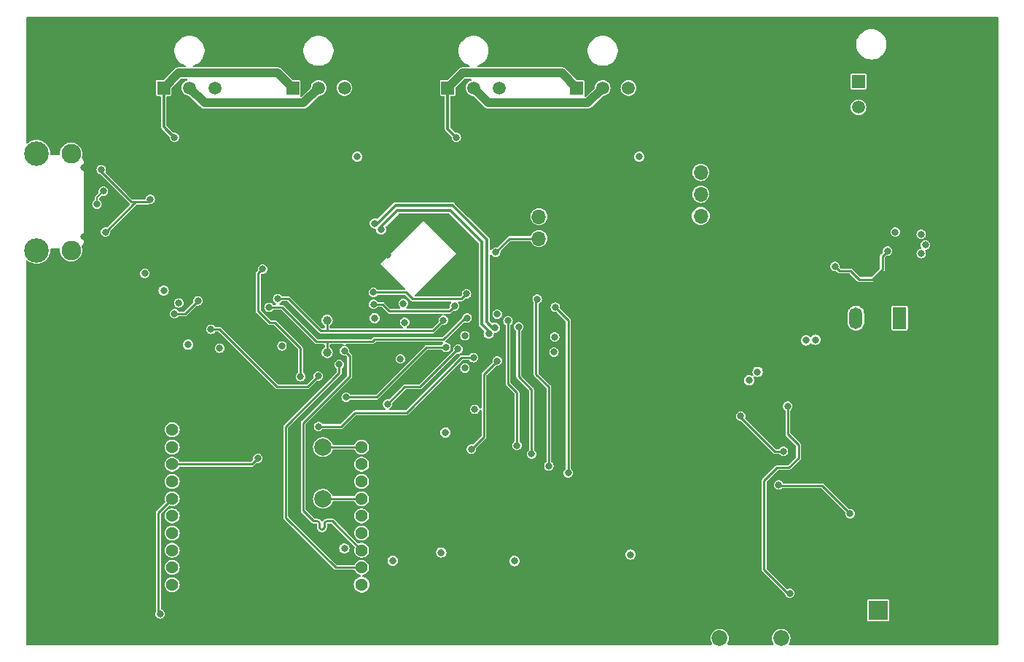
<source format=gbr>
%TF.GenerationSoftware,KiCad,Pcbnew,(7.0.0)*%
%TF.CreationDate,2023-03-06T22:48:15+01:00*%
%TF.ProjectId,RF_module,52465f6d-6f64-4756-9c65-2e6b69636164,1.1*%
%TF.SameCoordinates,Original*%
%TF.FileFunction,Copper,L4,Bot*%
%TF.FilePolarity,Positive*%
%FSLAX46Y46*%
G04 Gerber Fmt 4.6, Leading zero omitted, Abs format (unit mm)*
G04 Created by KiCad (PCBNEW (7.0.0)) date 2023-03-06 22:48:15*
%MOMM*%
%LPD*%
G01*
G04 APERTURE LIST*
%TA.AperFunction,ComponentPad*%
%ADD10C,0.800000*%
%TD*%
%TA.AperFunction,ComponentPad*%
%ADD11C,6.400000*%
%TD*%
%TA.AperFunction,ComponentPad*%
%ADD12C,1.431000*%
%TD*%
%TA.AperFunction,ComponentPad*%
%ADD13C,1.850000*%
%TD*%
%TA.AperFunction,ComponentPad*%
%ADD14R,1.500000X2.500000*%
%TD*%
%TA.AperFunction,ComponentPad*%
%ADD15O,1.500000X2.500000*%
%TD*%
%TA.AperFunction,ComponentPad*%
%ADD16R,1.520000X1.520000*%
%TD*%
%TA.AperFunction,ComponentPad*%
%ADD17C,1.520000*%
%TD*%
%TA.AperFunction,ComponentPad*%
%ADD18R,1.700000X1.700000*%
%TD*%
%TA.AperFunction,ComponentPad*%
%ADD19O,1.700000X1.700000*%
%TD*%
%TA.AperFunction,ComponentPad*%
%ADD20R,2.250000X2.250000*%
%TD*%
%TA.AperFunction,ComponentPad*%
%ADD21C,2.400000*%
%TD*%
%TA.AperFunction,ComponentPad*%
%ADD22C,2.280000*%
%TD*%
%TA.AperFunction,ComponentPad*%
%ADD23C,2.850000*%
%TD*%
%TA.AperFunction,SMDPad,CuDef*%
%ADD24C,2.000000*%
%TD*%
%TA.AperFunction,SMDPad,CuDef*%
%ADD25C,1.000000*%
%TD*%
%TA.AperFunction,ViaPad*%
%ADD26C,0.800000*%
%TD*%
%TA.AperFunction,Conductor*%
%ADD27C,0.250000*%
%TD*%
%TA.AperFunction,Conductor*%
%ADD28C,1.000000*%
%TD*%
%TA.AperFunction,Conductor*%
%ADD29C,0.350000*%
%TD*%
%TA.AperFunction,Conductor*%
%ADD30C,0.200000*%
%TD*%
G04 APERTURE END LIST*
D10*
%TO.P,H3,1,1*%
%TO.N,GND*%
X36753554Y-95600000D03*
X37456498Y-93902944D03*
X37456498Y-97297056D03*
X39153554Y-93200000D03*
D11*
X39153554Y-95600000D03*
D10*
X39153554Y-98000000D03*
X40850610Y-93902944D03*
X40850610Y-97297056D03*
X41553554Y-95600000D03*
%TD*%
D12*
%TO.P,IC1,1,VCC*%
%TO.N,/XBEE/3.3V_XBEE*%
X74153554Y-92600000D03*
%TO.P,IC1,2,DOUT/DIO13*%
%TO.N,/MCU/USART2_RX*%
X74153554Y-90600000D03*
%TO.P,IC1,3,DIN/~{CONFIG}/DIO14*%
%TO.N,/MCU/USART2_TX*%
X74153554Y-88600000D03*
%TO.P,IC1,4,DIO12/SPI_MISO*%
%TO.N,/XBEE/XBEE_MISO*%
X74153554Y-86600000D03*
%TO.P,IC1,5,~{RESET}*%
%TO.N,/MCU/XBEE_RST*%
X74153554Y-84600000D03*
%TO.P,IC1,6,RSSI_PWM/DIO10*%
%TO.N,Net-(IC1-RSSI_PWM{slash}DIO10)*%
X74153554Y-82600000D03*
%TO.P,IC1,7,PWM1/DIO11*%
%TO.N,unconnected-(IC1-PWM1{slash}DIO11-Pad7)*%
X74153554Y-80600000D03*
%TO.P,IC1,8,[RESERVED]_1*%
%TO.N,unconnected-(IC1-[RESERVED]_1-Pad8)*%
X74153554Y-78600000D03*
%TO.P,IC1,9,~{DTR}/SLEEP_RQ/DIO8*%
%TO.N,Net-(IC1-~{DTR}{slash}SLEEP_RQ{slash}DIO8)*%
X74153554Y-76600000D03*
%TO.P,IC1,10,GND*%
%TO.N,GND*%
X74153554Y-74600000D03*
%TO.P,IC1,11,DIO4/SPI_MOSI*%
%TO.N,/XBEE/XBEE_MOSI*%
X52153554Y-74600000D03*
%TO.P,IC1,12,~{CTS}/DIO7*%
%TO.N,unconnected-(IC1-~{CTS}{slash}DIO7-Pad12)*%
X52153554Y-76600000D03*
%TO.P,IC1,13,ON/~{SLEEP}/DIO9*%
%TO.N,/MCU/XBEE_SLEEP*%
X52153554Y-78600000D03*
%TO.P,IC1,14,[RESERVED]_2*%
%TO.N,unconnected-(IC1-[RESERVED]_2-Pad14)*%
X52153554Y-80600000D03*
%TO.P,IC1,15,ASSOCIATE/DIO5*%
%TO.N,/XBEE/XBEE_LED*%
X52153554Y-82600000D03*
%TO.P,IC1,16,~{RTS}/DIO6*%
%TO.N,unconnected-(IC1-~{RTS}{slash}DIO6-Pad16)*%
X52153554Y-84600000D03*
%TO.P,IC1,17,AD3/DIO3/SPI_~{SSEL}*%
%TO.N,/MCU/SPI1_NSS*%
X52153554Y-86600000D03*
%TO.P,IC1,18,AD2/DIO2/SPI_CLK*%
%TO.N,/XBEE/XBEE_SCK*%
X52153554Y-88600000D03*
%TO.P,IC1,19,AD1/DIO1/SPI_~{ATTN}*%
%TO.N,/MCU/SPI1_ATT*%
X52153554Y-90600000D03*
%TO.P,IC1,20,AD0_/DIO0*%
%TO.N,Net-(IC1-AD0_{slash}DIO0)*%
X52153554Y-92600000D03*
%TD*%
D13*
%TO.P,J9,MH1,MH1*%
%TO.N,unconnected-(J9-PadMH1)*%
X115753554Y-98830000D03*
%TO.P,J9,MH2,MH2*%
%TO.N,unconnected-(J9-PadMH2)*%
X122903554Y-98830000D03*
%TD*%
D14*
%TO.P,U7,1,Vin*%
%TO.N,+12V*%
X136653553Y-61599999D03*
D15*
%TO.P,U7,2,GND*%
%TO.N,GND*%
X134113553Y-61599999D03*
%TO.P,U7,3,Vout*%
%TO.N,+3.3V*%
X131573553Y-61599999D03*
%TD*%
D16*
%TO.P,J91,1,1*%
%TO.N,/CAN BUS/CAN3+*%
X84153553Y-34849999D03*
D17*
%TO.P,J91,2,2*%
%TO.N,/CAN BUS/CAN3-*%
X87153553Y-34850000D03*
%TO.P,J91,3,3*%
%TO.N,/CAN BUS/SHIELD2*%
X90153552Y-34850000D03*
%TD*%
D10*
%TO.P,H1,1,1*%
%TO.N,GND*%
X36753554Y-30600000D03*
X37456498Y-28902944D03*
X37456498Y-32297056D03*
X39153554Y-28200000D03*
D11*
X39153554Y-30600000D03*
D10*
X39153554Y-33000000D03*
X40850610Y-28902944D03*
X40850610Y-32297056D03*
X41553554Y-30600000D03*
%TD*%
D16*
%TO.P,J7,1,1*%
%TO.N,Net-(F1-Pad1)*%
X131875303Y-34105399D03*
D17*
%TO.P,J7,2,2*%
%TO.N,GND*%
X134875304Y-34105400D03*
%TO.P,J7,3,3*%
%TO.N,unconnected-(J7-Pad3)*%
X131875304Y-37105400D03*
%TO.P,J7,4,4*%
%TO.N,GND*%
X134875304Y-37105400D03*
%TD*%
D10*
%TO.P,H4,1,1*%
%TO.N,GND*%
X141753554Y-95600000D03*
X142456498Y-93902944D03*
X142456498Y-97297056D03*
X144153554Y-93200000D03*
D11*
X144153554Y-95600000D03*
D10*
X144153554Y-98000000D03*
X145850610Y-93902944D03*
X145850610Y-97297056D03*
X146553554Y-95600000D03*
%TD*%
%TO.P,H2,1,1*%
%TO.N,GND*%
X141753554Y-30600000D03*
X142456498Y-28902944D03*
X142456498Y-32297056D03*
X144153554Y-28200000D03*
D11*
X144153554Y-30600000D03*
D10*
X144153554Y-33000000D03*
X145850610Y-28902944D03*
X145850610Y-32297056D03*
X146553554Y-30600000D03*
%TD*%
D16*
%TO.P,J81,1,1*%
%TO.N,/CAN BUS/CAN1+*%
X51153553Y-34849999D03*
D17*
%TO.P,J81,2,2*%
%TO.N,/CAN BUS/CAN1-*%
X54153553Y-34850000D03*
%TO.P,J81,3,3*%
%TO.N,/CAN BUS/SHIELD1*%
X57153552Y-34850000D03*
%TD*%
D18*
%TO.P,J1,1,Pin_1*%
%TO.N,GND*%
X113553553Y-42119999D03*
D19*
%TO.P,J1,2,Pin_2*%
%TO.N,/MCU/SWCLK*%
X113553553Y-44659999D03*
%TO.P,J1,3,Pin_3*%
%TO.N,/MCU/SWDIO*%
X113553553Y-47199999D03*
%TO.P,J1,4,Pin_4*%
%TO.N,+3.3V*%
X113553553Y-49739999D03*
%TD*%
D18*
%TO.P,J2,1,Pin_1*%
%TO.N,GND*%
X94753553Y-47274999D03*
D19*
%TO.P,J2,2,Pin_2*%
%TO.N,Net-(J2-Pin_2)*%
X94753553Y-49814999D03*
%TO.P,J2,3,Pin_3*%
%TO.N,VCC*%
X94753553Y-52354999D03*
%TD*%
D16*
%TO.P,J82,1,1*%
%TO.N,/CAN BUS/CAN1+*%
X66153553Y-34849999D03*
D17*
%TO.P,J82,2,2*%
%TO.N,/CAN BUS/CAN1-*%
X69153553Y-34850000D03*
%TO.P,J82,3,3*%
%TO.N,/CAN BUS/SHIELD1*%
X72153552Y-34850000D03*
%TD*%
D20*
%TO.P,J8,1,In*%
%TO.N,Net-(J8-In)*%
X134153553Y-95599999D03*
D21*
%TO.P,J8,2,Ext*%
%TO.N,GND*%
X136693554Y-93060000D03*
X131613554Y-93060000D03*
X136693554Y-98140000D03*
X131613554Y-98140000D03*
%TD*%
D22*
%TO.P,J3,SHIELD*%
%TO.N,N/C*%
X40403554Y-42480000D03*
D23*
X36403554Y-42480000D03*
D22*
X40403554Y-53720000D03*
D23*
X36403554Y-53720000D03*
%TD*%
D16*
%TO.P,J92,1,1*%
%TO.N,/CAN BUS/CAN3+*%
X99153553Y-34849999D03*
D17*
%TO.P,J92,2,2*%
%TO.N,/CAN BUS/CAN3-*%
X102153553Y-34850000D03*
%TO.P,J92,3,3*%
%TO.N,/CAN BUS/SHIELD2*%
X105153552Y-34850000D03*
%TD*%
D24*
%TO.P,TP5,1,1*%
%TO.N,Net-(IC1-RSSI_PWM{slash}DIO10)*%
X69653554Y-82600000D03*
%TD*%
D25*
%TO.P,TP_SDA,1*%
%TO.N,/IMU/IMU_SCL*%
X70153554Y-65600000D03*
%TD*%
%TO.P,TP_SDA,1*%
%TO.N,/IMU/IMU_SDA*%
X70153554Y-61850000D03*
%TD*%
D24*
%TO.P,TP6,1,1*%
%TO.N,Net-(IC1-~{DTR}{slash}SLEEP_RQ{slash}DIO8)*%
X69653554Y-76600000D03*
%TD*%
D26*
%TO.N,VCC*%
X89730664Y-53961013D03*
X96588434Y-63784880D03*
X79153554Y-62100000D03*
X87300000Y-72200000D03*
X96502700Y-65552202D03*
X78653554Y-66350000D03*
X79000000Y-59900000D03*
%TO.N,/MCU/NRST*%
X75534276Y-58619278D03*
X86341255Y-58787701D03*
%TO.N,GND*%
X38653554Y-40700000D03*
X56153554Y-77400000D03*
X99653554Y-41750000D03*
X86153554Y-27400000D03*
X61153554Y-27400000D03*
X133153554Y-38650000D03*
X41153554Y-77400000D03*
X112403554Y-54850000D03*
X135153554Y-75850000D03*
X48653554Y-65600000D03*
X56153554Y-27400000D03*
X71953554Y-79800000D03*
X67153554Y-42100000D03*
X49153554Y-87400000D03*
X48153554Y-37600000D03*
X101153554Y-27400000D03*
X126653554Y-37100000D03*
X66153554Y-70600000D03*
X93653554Y-40350000D03*
X118953554Y-94000000D03*
X36153554Y-57400000D03*
X85192110Y-53361444D03*
X87153554Y-55200000D03*
X128300000Y-92700000D03*
X56153554Y-68100000D03*
X44153554Y-35600000D03*
X89403554Y-89350000D03*
X56153554Y-98600000D03*
X60153554Y-40350000D03*
X127153554Y-98600000D03*
X136753554Y-38700000D03*
X120403554Y-53600000D03*
X129153554Y-79600000D03*
X67153554Y-45100000D03*
X68953554Y-67000000D03*
X146153554Y-57400000D03*
X117503554Y-28950000D03*
X102153554Y-66600000D03*
X103900000Y-45150000D03*
X53653554Y-68100000D03*
X106153554Y-97400000D03*
X82103554Y-90050000D03*
X88403554Y-65600000D03*
X61653554Y-65100000D03*
X96153554Y-87400000D03*
X107153554Y-96100000D03*
X43653554Y-65600000D03*
X146153554Y-72400000D03*
X91600000Y-81200000D03*
X109153554Y-30600000D03*
X61153554Y-92350000D03*
X124653554Y-91850000D03*
X105153554Y-47600000D03*
X116300000Y-73700000D03*
X52153554Y-95600000D03*
X146153554Y-62400000D03*
X86900000Y-68200000D03*
X61153554Y-44600000D03*
X46153554Y-97400000D03*
X43403554Y-53100000D03*
X61153554Y-82400000D03*
X79853554Y-50600000D03*
X71153554Y-27400000D03*
X63653554Y-49600000D03*
X51153554Y-27400000D03*
X61153554Y-98600000D03*
X79400000Y-83800000D03*
X44153554Y-81850000D03*
X97153554Y-47600000D03*
X101603554Y-45150000D03*
X38653554Y-58100000D03*
X48600000Y-51400000D03*
X117200000Y-75400000D03*
X146153554Y-82400000D03*
X129153554Y-76600000D03*
X56153554Y-87400000D03*
X127853554Y-30500000D03*
X122253554Y-87900000D03*
X121153554Y-27400000D03*
X71153554Y-87350000D03*
X107568989Y-82954242D03*
X146153554Y-87400000D03*
X48653554Y-68100000D03*
X139153554Y-82600000D03*
X107153554Y-58350000D03*
X46153554Y-40600000D03*
X66153554Y-82400000D03*
X54153554Y-53100000D03*
X82003554Y-57950000D03*
X132153554Y-79600000D03*
X66153554Y-92350000D03*
X135153554Y-63600000D03*
X49903554Y-41350000D03*
X129603554Y-38450000D03*
X52353554Y-71200000D03*
X36153554Y-90600000D03*
X81200000Y-76900000D03*
X135153554Y-79600000D03*
X45153554Y-56400000D03*
X48903554Y-44850000D03*
X81153554Y-27400000D03*
X116403554Y-57850000D03*
X36153554Y-37400000D03*
X116153554Y-27400000D03*
X38653554Y-65600000D03*
X44128554Y-69125000D03*
X111153554Y-85600000D03*
X108653554Y-43100000D03*
X76903554Y-65350000D03*
X118153554Y-37600000D03*
X80653554Y-88600000D03*
X78750000Y-74350000D03*
X71153554Y-91600000D03*
X45153554Y-54400000D03*
X66153554Y-98600000D03*
X90953554Y-54600000D03*
X52153554Y-55600000D03*
X71153554Y-97400000D03*
X105403554Y-90850000D03*
X56153554Y-82400000D03*
X49353554Y-99000000D03*
X101653554Y-95350000D03*
X61153554Y-87400000D03*
X109491054Y-42012500D03*
X106153554Y-27400000D03*
X101153554Y-97400000D03*
X91153554Y-97400000D03*
X146153554Y-77400000D03*
X76303554Y-45950000D03*
X36153554Y-69100000D03*
X109300000Y-64800000D03*
X43653554Y-58100000D03*
X71700000Y-55900000D03*
X95603554Y-43250000D03*
X132903554Y-84600000D03*
X133153554Y-42600000D03*
X136403554Y-32700000D03*
X92700000Y-88100000D03*
X121153554Y-95100000D03*
X115153554Y-87600000D03*
X122153554Y-82600000D03*
X74153554Y-67200000D03*
X96153554Y-27400000D03*
X134153554Y-59400000D03*
X36153554Y-67400000D03*
X127903554Y-71850000D03*
X135403554Y-87600000D03*
X77153554Y-54300000D03*
X61153554Y-63850000D03*
X45000000Y-27200000D03*
X101500000Y-41000000D03*
X132778554Y-87725000D03*
X132153554Y-82600000D03*
X36153554Y-81850000D03*
X135153554Y-72350000D03*
X134153554Y-67600000D03*
X84153554Y-82100000D03*
X38653554Y-55300000D03*
X97653554Y-94850000D03*
X126653554Y-39100000D03*
X136703554Y-35500000D03*
X73153554Y-37100000D03*
X80153554Y-38600000D03*
X83303554Y-41350000D03*
X131153554Y-27400000D03*
X66153554Y-27400000D03*
X76153554Y-97400000D03*
X135153554Y-84600000D03*
X76153554Y-27400000D03*
X126153554Y-76600000D03*
X91903554Y-91350000D03*
X112153554Y-36600000D03*
X76653554Y-41850000D03*
X93500000Y-67800000D03*
X104903554Y-42850000D03*
X44903554Y-48100000D03*
X121100000Y-92900000D03*
X66153554Y-58600000D03*
X75900000Y-88100000D03*
X111153554Y-80600000D03*
X130153554Y-41900000D03*
X101603554Y-50800000D03*
X146153554Y-67400000D03*
X111153554Y-27400000D03*
X82353554Y-46200000D03*
X54953554Y-89600000D03*
X49153554Y-74600000D03*
X131903554Y-39700000D03*
X46153554Y-92400000D03*
X52903554Y-63850000D03*
X100103554Y-38800000D03*
X61153554Y-68100000D03*
X118603554Y-30600000D03*
X86153554Y-87400000D03*
X81153554Y-97400000D03*
X118253554Y-83450000D03*
X146153554Y-37400000D03*
X72066054Y-42762500D03*
X146153554Y-42400000D03*
X131684651Y-52381097D03*
X128153554Y-83600000D03*
X126153554Y-67400000D03*
X139153554Y-39600000D03*
X141153554Y-72600000D03*
X91153554Y-27400000D03*
X132153554Y-76600000D03*
X70500000Y-72600000D03*
X78753554Y-71400000D03*
X99600000Y-73700000D03*
X91300000Y-73800000D03*
X78153554Y-35600000D03*
X119153554Y-70350000D03*
X116153554Y-67400000D03*
X122903554Y-40200000D03*
X129403554Y-87600000D03*
X99800000Y-89200000D03*
X126153554Y-79600000D03*
X103153554Y-80600000D03*
X116153554Y-62600000D03*
X97153554Y-67100000D03*
X41903554Y-52100000D03*
X139153554Y-79600000D03*
X139153554Y-84600000D03*
X115866054Y-32912500D03*
X96403554Y-66600000D03*
X43653554Y-43100000D03*
X126153554Y-83600000D03*
X126153554Y-27400000D03*
X87100000Y-57700000D03*
X100400000Y-75400000D03*
X41903554Y-44100000D03*
X66153554Y-87500000D03*
X122253554Y-84500000D03*
X36153554Y-72400000D03*
X36153554Y-62400000D03*
X87653554Y-80100000D03*
X75953554Y-73600000D03*
X116153554Y-90600000D03*
X36153554Y-77400000D03*
X111153554Y-97400000D03*
X111153554Y-51100000D03*
X139153554Y-34600000D03*
X136153554Y-27400000D03*
X67153554Y-39100000D03*
X73050000Y-50400000D03*
%TO.N,+3.3V*%
X72153554Y-88400000D03*
X77753554Y-89800000D03*
X126876777Y-64123223D03*
X83403554Y-88850000D03*
X51153554Y-58400000D03*
X73653554Y-42850000D03*
X125800000Y-64200000D03*
X83900000Y-74900000D03*
X106403554Y-42850000D03*
X75653554Y-61600000D03*
X105403554Y-89100000D03*
X54000000Y-64700000D03*
X119153554Y-68850000D03*
X91903554Y-89850000D03*
X120153554Y-67850000D03*
%TO.N,/CONNECTORS/USB_VBUS_DET*%
X48953554Y-56400000D03*
X86153554Y-63650000D03*
%TO.N,/IMU/3.3V_IMU*%
X52903554Y-59850000D03*
X57653554Y-65100000D03*
X64903554Y-64850000D03*
%TO.N,/CAN BUS/CAN1+*%
X52403554Y-40600000D03*
%TO.N,/CAN BUS/CAN3+*%
X85153554Y-40600000D03*
%TO.N,/MCU/USART2_RX*%
X71553554Y-67000000D03*
%TO.N,/MCU/USART2_TX*%
X72153554Y-65400000D03*
%TO.N,/GNSS/3.3V_GPS*%
X123653554Y-71850000D03*
X123903554Y-93600000D03*
%TO.N,/MCU/XBEE_SLEEP*%
X69153554Y-74200000D03*
X62100000Y-77900000D03*
X87153554Y-66200000D03*
%TO.N,/XBEE/XBEE_LED*%
X50753554Y-96000000D03*
%TO.N,/MCU/SPI1_NSS*%
X72353554Y-70800000D03*
X83953554Y-65000000D03*
%TO.N,/MCU/SPI1_ATT*%
X77153554Y-71600000D03*
X85353554Y-65200000D03*
%TO.N,/CONNECTORS/VBUS*%
X44403554Y-51600000D03*
X43903554Y-44350000D03*
X49600000Y-47800000D03*
%TO.N,/CONNECTORS/D-*%
X44153554Y-46850000D03*
X43403554Y-48350000D03*
%TO.N,/CONNECTORS/I2C3_SDA*%
X86903554Y-76850000D03*
X89903554Y-66600000D03*
%TO.N,/CONNECTORS/SPI3_NSS*%
X96653554Y-60350000D03*
X98153554Y-79600000D03*
%TO.N,/CONNECTORS/SPI3_SCK*%
X95903554Y-78800000D03*
X94553554Y-59400000D03*
%TO.N,/CONNECTORS/SPI3_MISO*%
X92403554Y-62600000D03*
X93903554Y-77400000D03*
%TO.N,/CONNECTORS/SPI3_MOSI*%
X91153554Y-61900000D03*
X92200000Y-76400000D03*
%TO.N,Net-(JP1-C)*%
X52403554Y-61100000D03*
X55153554Y-59600000D03*
%TO.N,Net-(Q1A-S1)*%
X139153554Y-54100000D03*
X139153554Y-51850000D03*
X136153554Y-51600000D03*
X139653554Y-53100000D03*
%TO.N,/IMU/IMU_SCL*%
X63403554Y-60350000D03*
X86403554Y-61600000D03*
%TO.N,/IMU/IMU_SDA*%
X64403554Y-59350000D03*
X83653554Y-61850000D03*
%TO.N,Net-(U6-UV)*%
X129153554Y-55600000D03*
X135253554Y-53800000D03*
%TO.N,/MCU/BOOT1*%
X67053554Y-68400000D03*
X62653554Y-55900000D03*
X86153554Y-67400000D03*
%TO.N,/IMU/IMU_INT*%
X69103554Y-68350000D03*
X56653554Y-62900000D03*
X89903554Y-61150000D03*
%TO.N,USR_BTN*%
X84953554Y-60200000D03*
X75553554Y-60000000D03*
%TO.N,/MCU/USB_D+*%
X89626235Y-62719127D03*
X75695554Y-50597338D03*
%TO.N,/MCU/USB_D-*%
X88919127Y-63426235D03*
X76402662Y-51304446D03*
%TO.N,/GNSS/GPS_RST*%
X122600000Y-81000000D03*
X130903554Y-84350000D03*
%TO.N,/GNSS/GPS_TX*%
X118200000Y-73000000D03*
X123153554Y-77100000D03*
%TD*%
D27*
%TO.N,VCC*%
X89730664Y-53961013D02*
X91336677Y-52355000D01*
X91336677Y-52355000D02*
X94753554Y-52355000D01*
%TO.N,/MCU/NRST*%
X79283922Y-58619278D02*
X75534276Y-58619278D01*
X85753956Y-59375000D02*
X80039644Y-59375000D01*
X80039644Y-59375000D02*
X79283922Y-58619278D01*
X86341255Y-58787701D02*
X85753956Y-59375000D01*
%TO.N,GND*%
X44153554Y-81850000D02*
X44153554Y-82600000D01*
D28*
%TO.N,/CAN BUS/CAN1+*%
X66153554Y-34850000D02*
X64403554Y-33100000D01*
D29*
X51153554Y-39350000D02*
X51153554Y-34850000D01*
X52403554Y-40600000D02*
X51153554Y-39350000D01*
D28*
X52903554Y-33100000D02*
X51153554Y-34850000D01*
X64403554Y-33100000D02*
X52903554Y-33100000D01*
%TO.N,/CAN BUS/CAN1-*%
X67403553Y-36600000D02*
X55903553Y-36600000D01*
X55903553Y-36600000D02*
X54153553Y-34850000D01*
X69153553Y-34850000D02*
X67403553Y-36600000D01*
%TO.N,/CAN BUS/CAN3+*%
X97403554Y-33100000D02*
X99153554Y-34850000D01*
X85903554Y-33100000D02*
X97403554Y-33100000D01*
D29*
X84153554Y-39600000D02*
X85153554Y-40600000D01*
D28*
X84153554Y-34850000D02*
X85903554Y-33100000D01*
D29*
X84153554Y-34850000D02*
X84153554Y-39600000D01*
D27*
%TO.N,/MCU/USART2_RX*%
X71553554Y-68000000D02*
X65353554Y-74200000D01*
X71153554Y-90600000D02*
X74153554Y-90600000D01*
X71553554Y-67000000D02*
X71553554Y-68000000D01*
X65353554Y-74200000D02*
X65353554Y-84800000D01*
X65353554Y-84800000D02*
X71153554Y-90600000D01*
%TO.N,/MCU/USART2_TX*%
X72153554Y-65400000D02*
X72753554Y-66000000D01*
X69850000Y-85900000D02*
X69850000Y-85500000D01*
X72753554Y-66000000D02*
X72753554Y-68400000D01*
X68553554Y-85200000D02*
X68950000Y-85200000D01*
X69250000Y-85500000D02*
X69250000Y-85900000D01*
X67353554Y-84000000D02*
X68553554Y-85200000D01*
X70753554Y-85200000D02*
X74153554Y-88600000D01*
X72753554Y-68400000D02*
X67353554Y-73800000D01*
X67353554Y-73800000D02*
X67353554Y-84000000D01*
X70150000Y-85200000D02*
X70753554Y-85200000D01*
X70150000Y-85200000D02*
G75*
G03*
X69850000Y-85500000I0J-300000D01*
G01*
X69250000Y-85900000D02*
G75*
G03*
X69550000Y-86200000I300000J0D01*
G01*
X69250000Y-85500000D02*
G75*
G03*
X68950000Y-85200000I-300000J0D01*
G01*
X69550000Y-86200000D02*
G75*
G03*
X69850000Y-85900000I0J300000D01*
G01*
%TO.N,/GNSS/3.3V_GPS*%
X124903554Y-77850000D02*
X123753554Y-79000000D01*
X123753554Y-79000000D02*
X122400000Y-79000000D01*
X123653554Y-71850000D02*
X123653554Y-75100000D01*
X124903554Y-76350000D02*
X124903554Y-77850000D01*
X123653554Y-93600000D02*
X123903554Y-93600000D01*
X123653554Y-75100000D02*
X124903554Y-76350000D01*
X120903554Y-80496446D02*
X120903554Y-90850000D01*
X122400000Y-79000000D02*
X120903554Y-80496446D01*
X120903554Y-90850000D02*
X123653554Y-93600000D01*
%TO.N,/MCU/XBEE_SLEEP*%
X85753554Y-66200000D02*
X79353554Y-72600000D01*
X71800000Y-74200000D02*
X69153554Y-74200000D01*
X62100000Y-77900000D02*
X61400000Y-78600000D01*
X61400000Y-78600000D02*
X52153554Y-78600000D01*
X73400000Y-72600000D02*
X71800000Y-74200000D01*
X79353554Y-72600000D02*
X73400000Y-72600000D01*
X87153554Y-66200000D02*
X85753554Y-66200000D01*
%TO.N,/XBEE/XBEE_LED*%
X50553554Y-84200000D02*
X52153554Y-82600000D01*
X50553554Y-95800000D02*
X50553554Y-84200000D01*
X50753554Y-96000000D02*
X50553554Y-95800000D01*
%TO.N,/MCU/SPI1_NSS*%
X72353554Y-70800000D02*
X75900000Y-70800000D01*
X81700000Y-65000000D02*
X83953554Y-65000000D01*
X75900000Y-70800000D02*
X81700000Y-65000000D01*
%TO.N,/MCU/SPI1_ATT*%
X79153554Y-69600000D02*
X77153554Y-71600000D01*
X80953554Y-69600000D02*
X79153554Y-69600000D01*
X85353554Y-65200000D02*
X80953554Y-69600000D01*
%TO.N,/CONNECTORS/VBUS*%
X49300000Y-48100000D02*
X47903554Y-48100000D01*
X43903554Y-44350000D02*
X43903554Y-44600000D01*
X47403554Y-48100000D02*
X47903554Y-48100000D01*
X43903554Y-44600000D02*
X47403554Y-48100000D01*
X47903554Y-48100000D02*
X44403554Y-51600000D01*
X49600000Y-47800000D02*
X49300000Y-48100000D01*
D30*
%TO.N,/CONNECTORS/D-*%
X43403554Y-47600000D02*
X43403554Y-48350000D01*
X44153554Y-46850000D02*
X43403554Y-47600000D01*
D27*
%TO.N,/CONNECTORS/I2C3_SDA*%
X88353554Y-68150000D02*
X89903554Y-66600000D01*
X86903554Y-76850000D02*
X88353554Y-75400000D01*
X88353554Y-75400000D02*
X88353554Y-68150000D01*
%TO.N,/CONNECTORS/SPI3_NSS*%
X98153554Y-79600000D02*
X98153554Y-61850000D01*
X98153554Y-61850000D02*
X96653554Y-60350000D01*
%TO.N,/CONNECTORS/SPI3_SCK*%
X95903554Y-78800000D02*
X95903554Y-69603554D01*
X95903554Y-69603554D02*
X94403554Y-68103554D01*
X94403554Y-59550000D02*
X94553554Y-59400000D01*
X94403554Y-68103554D02*
X94403554Y-59550000D01*
%TO.N,/CONNECTORS/SPI3_MISO*%
X93903554Y-77400000D02*
X93903554Y-69903554D01*
X92403554Y-68403554D02*
X92403554Y-62600000D01*
X93903554Y-69903554D02*
X92403554Y-68403554D01*
%TO.N,/CONNECTORS/SPI3_MOSI*%
X92200000Y-70300000D02*
X91153554Y-69253554D01*
X92200000Y-76400000D02*
X92200000Y-70300000D01*
X91153554Y-69253554D02*
X91153554Y-61900000D01*
%TO.N,Net-(JP1-C)*%
X53653554Y-61100000D02*
X55153554Y-59600000D01*
X52403554Y-61100000D02*
X53653554Y-61100000D01*
%TO.N,/IMU/IMU_SCL*%
X83653554Y-64100000D02*
X86153554Y-61600000D01*
X86153554Y-61600000D02*
X86403554Y-61600000D01*
X63403554Y-60350000D02*
X64903554Y-60350000D01*
X70153554Y-64350000D02*
X75403554Y-64350000D01*
X64903554Y-60350000D02*
X68903554Y-64350000D01*
X75403554Y-64350000D02*
X75653554Y-64100000D01*
X75653554Y-64100000D02*
X83653554Y-64100000D01*
X70153554Y-65600000D02*
X70153554Y-64350000D01*
X68903554Y-64350000D02*
X70153554Y-64350000D01*
%TO.N,/IMU/IMU_SDA*%
X65653554Y-59350000D02*
X64403554Y-59350000D01*
X83653554Y-61850000D02*
X82403554Y-63100000D01*
X82403554Y-63100000D02*
X70153554Y-63100000D01*
X70153554Y-63100000D02*
X69403554Y-63100000D01*
X70153554Y-61850000D02*
X70153554Y-63100000D01*
X69403554Y-63100000D02*
X65653554Y-59350000D01*
%TO.N,Net-(U6-UV)*%
X131940901Y-57100000D02*
X130953554Y-56112653D01*
X130953554Y-56112653D02*
X129666207Y-56112653D01*
X134635106Y-55918448D02*
X133453554Y-57100000D01*
X134635106Y-54418448D02*
X134635106Y-55918448D01*
X129666207Y-56112653D02*
X129153554Y-55600000D01*
X133453554Y-57100000D02*
X131940901Y-57100000D01*
X135253554Y-53800000D02*
X134635106Y-54418448D01*
%TO.N,/MCU/BOOT1*%
X63503554Y-62150000D02*
X62153554Y-60800000D01*
X67053554Y-65100000D02*
X64103554Y-62150000D01*
X62153554Y-60800000D02*
X62153554Y-56400000D01*
X64103554Y-62150000D02*
X63503554Y-62150000D01*
X62153554Y-56400000D02*
X62653554Y-55900000D01*
X67053554Y-68400000D02*
X67053554Y-65100000D01*
%TO.N,/IMU/IMU_INT*%
X56653554Y-62900000D02*
X57653554Y-62900000D01*
X57653554Y-62900000D02*
X64353554Y-69600000D01*
X67853554Y-69600000D02*
X69103554Y-68350000D01*
X64353554Y-69600000D02*
X67853554Y-69600000D01*
D28*
%TO.N,/CAN BUS/CAN3-*%
X87153553Y-34850000D02*
X88903553Y-36600000D01*
X100403553Y-36600000D02*
X102153553Y-34850000D01*
X88903553Y-36600000D02*
X100403553Y-36600000D01*
D27*
%TO.N,USR_BTN*%
X84353554Y-60800000D02*
X77353554Y-60800000D01*
X84953554Y-60200000D02*
X84353554Y-60800000D01*
X77353554Y-60800000D02*
X76553554Y-60000000D01*
X76553554Y-60000000D02*
X75553554Y-60000000D01*
%TO.N,Net-(IC1-RSSI_PWM{slash}DIO10)*%
X69653554Y-82600000D02*
X74153554Y-82600000D01*
%TO.N,Net-(IC1-~{DTR}{slash}SLEEP_RQ{slash}DIO8)*%
X69653554Y-76600000D02*
X74153554Y-76600000D01*
D29*
%TO.N,/MCU/USB_D+*%
X88675000Y-62086090D02*
X89308036Y-62719127D01*
X78086091Y-48525000D02*
X84713910Y-48525000D01*
X75695554Y-50597338D02*
X76013753Y-50597338D01*
X89308036Y-62719127D02*
X89626235Y-62719127D01*
X76013753Y-50597338D02*
X78086091Y-48525000D01*
X84713910Y-48525000D02*
X88675000Y-52486090D01*
X88675000Y-52486090D02*
X88675000Y-62086090D01*
%TO.N,/MCU/USB_D-*%
X84486090Y-49075000D02*
X88125000Y-52713910D01*
X76402662Y-51304446D02*
X76402662Y-50986247D01*
X88125000Y-52713910D02*
X88125000Y-62313910D01*
X88125000Y-62313910D02*
X88919127Y-63108036D01*
X76402662Y-50986247D02*
X78313909Y-49075000D01*
X78313909Y-49075000D02*
X84486090Y-49075000D01*
X88919127Y-63108036D02*
X88919127Y-63426235D01*
D27*
%TO.N,/GNSS/GPS_RST*%
X122700000Y-81100000D02*
X127653554Y-81100000D01*
X122600000Y-81000000D02*
X122700000Y-81100000D01*
X127653554Y-81100000D02*
X130903554Y-84350000D01*
%TO.N,/GNSS/GPS_TX*%
X118200000Y-73146446D02*
X122153554Y-77100000D01*
X122153554Y-77100000D02*
X123153554Y-77100000D01*
X118200000Y-73000000D02*
X118200000Y-73146446D01*
%TD*%
%TA.AperFunction,Conductor*%
%TO.N,GND*%
G36*
X148091054Y-26617113D02*
G01*
X148136441Y-26662500D01*
X148153054Y-26724500D01*
X148153054Y-99475500D01*
X148136441Y-99537500D01*
X148091054Y-99582887D01*
X148029054Y-99599500D01*
X123919196Y-99599500D01*
X123853918Y-99580927D01*
X123808195Y-99530771D01*
X123795725Y-99464057D01*
X123817031Y-99409060D01*
X123815407Y-99408054D01*
X123818426Y-99403177D01*
X123821880Y-99398604D01*
X123910725Y-99220180D01*
X123965271Y-99028469D01*
X123983662Y-98830000D01*
X123965271Y-98631531D01*
X123910725Y-98439820D01*
X123821880Y-98261396D01*
X123818427Y-98256823D01*
X123705220Y-98106913D01*
X123705216Y-98106909D01*
X123701763Y-98102336D01*
X123697526Y-98098473D01*
X123697522Y-98098469D01*
X123558698Y-97971915D01*
X123558699Y-97971915D01*
X123554464Y-97968055D01*
X123549598Y-97965042D01*
X123549594Y-97965039D01*
X123389873Y-97866144D01*
X123389870Y-97866143D01*
X123385000Y-97863127D01*
X123379657Y-97861057D01*
X123379651Y-97861054D01*
X123204493Y-97793197D01*
X123204485Y-97793194D01*
X123199140Y-97791124D01*
X123193504Y-97790070D01*
X123193499Y-97790069D01*
X123008845Y-97755552D01*
X123008838Y-97755551D01*
X123003214Y-97754500D01*
X122803894Y-97754500D01*
X122798270Y-97755551D01*
X122798262Y-97755552D01*
X122613608Y-97790069D01*
X122613600Y-97790071D01*
X122607968Y-97791124D01*
X122602625Y-97793193D01*
X122602614Y-97793197D01*
X122427456Y-97861054D01*
X122427445Y-97861059D01*
X122422108Y-97863127D01*
X122417241Y-97866140D01*
X122417234Y-97866144D01*
X122257513Y-97965039D01*
X122257503Y-97965045D01*
X122252644Y-97968055D01*
X122248413Y-97971911D01*
X122248409Y-97971915D01*
X122109585Y-98098469D01*
X122109575Y-98098479D01*
X122105345Y-98102336D01*
X122101896Y-98106902D01*
X122101887Y-98106913D01*
X121988680Y-98256823D01*
X121988673Y-98256833D01*
X121985228Y-98261396D01*
X121982678Y-98266516D01*
X121982673Y-98266525D01*
X121898937Y-98434689D01*
X121898933Y-98434697D01*
X121896383Y-98439820D01*
X121841837Y-98631531D01*
X121823446Y-98830000D01*
X121841837Y-99028469D01*
X121896383Y-99220180D01*
X121898935Y-99225305D01*
X121898937Y-99225310D01*
X121982673Y-99393474D01*
X121982675Y-99393478D01*
X121985228Y-99398604D01*
X121988680Y-99403175D01*
X121991701Y-99408054D01*
X121990076Y-99409060D01*
X122011383Y-99464057D01*
X121998913Y-99530771D01*
X121953190Y-99580927D01*
X121887912Y-99599500D01*
X116769196Y-99599500D01*
X116703918Y-99580927D01*
X116658195Y-99530771D01*
X116645725Y-99464057D01*
X116667031Y-99409060D01*
X116665407Y-99408054D01*
X116668426Y-99403177D01*
X116671880Y-99398604D01*
X116760725Y-99220180D01*
X116815271Y-99028469D01*
X116833662Y-98830000D01*
X116815271Y-98631531D01*
X116760725Y-98439820D01*
X116671880Y-98261396D01*
X116668427Y-98256823D01*
X116555220Y-98106913D01*
X116555216Y-98106909D01*
X116551763Y-98102336D01*
X116547526Y-98098473D01*
X116547522Y-98098469D01*
X116408698Y-97971915D01*
X116408699Y-97971915D01*
X116404464Y-97968055D01*
X116399598Y-97965042D01*
X116399594Y-97965039D01*
X116239873Y-97866144D01*
X116239870Y-97866143D01*
X116235000Y-97863127D01*
X116229657Y-97861057D01*
X116229651Y-97861054D01*
X116054493Y-97793197D01*
X116054485Y-97793194D01*
X116049140Y-97791124D01*
X116043504Y-97790070D01*
X116043499Y-97790069D01*
X115858845Y-97755552D01*
X115858838Y-97755551D01*
X115853214Y-97754500D01*
X115653894Y-97754500D01*
X115648270Y-97755551D01*
X115648262Y-97755552D01*
X115463608Y-97790069D01*
X115463600Y-97790071D01*
X115457968Y-97791124D01*
X115452625Y-97793193D01*
X115452614Y-97793197D01*
X115277456Y-97861054D01*
X115277445Y-97861059D01*
X115272108Y-97863127D01*
X115267241Y-97866140D01*
X115267234Y-97866144D01*
X115107513Y-97965039D01*
X115107503Y-97965045D01*
X115102644Y-97968055D01*
X115098413Y-97971911D01*
X115098409Y-97971915D01*
X114959585Y-98098469D01*
X114959575Y-98098479D01*
X114955345Y-98102336D01*
X114951896Y-98106902D01*
X114951887Y-98106913D01*
X114838680Y-98256823D01*
X114838673Y-98256833D01*
X114835228Y-98261396D01*
X114832678Y-98266516D01*
X114832673Y-98266525D01*
X114748937Y-98434689D01*
X114748933Y-98434697D01*
X114746383Y-98439820D01*
X114691837Y-98631531D01*
X114673446Y-98830000D01*
X114691837Y-99028469D01*
X114746383Y-99220180D01*
X114748935Y-99225305D01*
X114748937Y-99225310D01*
X114832673Y-99393474D01*
X114832675Y-99393478D01*
X114835228Y-99398604D01*
X114838680Y-99403175D01*
X114841701Y-99408054D01*
X114840076Y-99409060D01*
X114861383Y-99464057D01*
X114848913Y-99530771D01*
X114803190Y-99580927D01*
X114737912Y-99599500D01*
X35278054Y-99599500D01*
X35216054Y-99582887D01*
X35170667Y-99537500D01*
X35154054Y-99475500D01*
X35154054Y-96739820D01*
X132878054Y-96739820D01*
X132879242Y-96745795D01*
X132879243Y-96745799D01*
X132884403Y-96771740D01*
X132884404Y-96771742D01*
X132886787Y-96783722D01*
X132920050Y-96833504D01*
X132969832Y-96866767D01*
X133013734Y-96875500D01*
X135287279Y-96875500D01*
X135293374Y-96875500D01*
X135337276Y-96866767D01*
X135387058Y-96833504D01*
X135420321Y-96783722D01*
X135429054Y-96739820D01*
X135429054Y-94460180D01*
X135420321Y-94416278D01*
X135387058Y-94366496D01*
X135337276Y-94333233D01*
X135325296Y-94330850D01*
X135325294Y-94330849D01*
X135299353Y-94325689D01*
X135299349Y-94325688D01*
X135293374Y-94324500D01*
X133013734Y-94324500D01*
X133007759Y-94325688D01*
X133007754Y-94325689D01*
X132981813Y-94330849D01*
X132981809Y-94330850D01*
X132969832Y-94333233D01*
X132959676Y-94340018D01*
X132959673Y-94340020D01*
X132930205Y-94359710D01*
X132930202Y-94359712D01*
X132920050Y-94366496D01*
X132913266Y-94376648D01*
X132913264Y-94376651D01*
X132893574Y-94406119D01*
X132893572Y-94406122D01*
X132886787Y-94416278D01*
X132884404Y-94428255D01*
X132884403Y-94428259D01*
X132879243Y-94454200D01*
X132879242Y-94454205D01*
X132878054Y-94460180D01*
X132878054Y-96739820D01*
X35154054Y-96739820D01*
X35154054Y-96000000D01*
X50198304Y-96000000D01*
X50217224Y-96143709D01*
X50272693Y-96277625D01*
X50360933Y-96392621D01*
X50475929Y-96480861D01*
X50609845Y-96536330D01*
X50753554Y-96555250D01*
X50897263Y-96536330D01*
X51031179Y-96480861D01*
X51146175Y-96392621D01*
X51234415Y-96277625D01*
X51289884Y-96143709D01*
X51308804Y-96000000D01*
X51289884Y-95856291D01*
X51234415Y-95722375D01*
X51146175Y-95607379D01*
X51031179Y-95519139D01*
X50905602Y-95467124D01*
X50865373Y-95440245D01*
X50838493Y-95400016D01*
X50829054Y-95352563D01*
X50829054Y-92600000D01*
X51282784Y-92600000D01*
X51283463Y-92606460D01*
X51301132Y-92774582D01*
X51301133Y-92774590D01*
X51301812Y-92781043D01*
X51303817Y-92787215D01*
X51303819Y-92787222D01*
X51305208Y-92791496D01*
X51358066Y-92954174D01*
X51449086Y-93111826D01*
X51453430Y-93116651D01*
X51453432Y-93116653D01*
X51460124Y-93124085D01*
X51570895Y-93247108D01*
X51718169Y-93354109D01*
X51724103Y-93356751D01*
X51724105Y-93356752D01*
X51807379Y-93393828D01*
X51884471Y-93428151D01*
X52062534Y-93466000D01*
X52238071Y-93466000D01*
X52244574Y-93466000D01*
X52422637Y-93428151D01*
X52588939Y-93354109D01*
X52736213Y-93247108D01*
X52858022Y-93111826D01*
X52949042Y-92954174D01*
X53005296Y-92781043D01*
X53024324Y-92600000D01*
X53005296Y-92418957D01*
X52949042Y-92245826D01*
X52858022Y-92088174D01*
X52736213Y-91952892D01*
X52730955Y-91949071D01*
X52730953Y-91949070D01*
X52594197Y-91849711D01*
X52594195Y-91849710D01*
X52588939Y-91845891D01*
X52583007Y-91843250D01*
X52583002Y-91843247D01*
X52428575Y-91774492D01*
X52428568Y-91774489D01*
X52422637Y-91771849D01*
X52416281Y-91770498D01*
X52416275Y-91770496D01*
X52250936Y-91735352D01*
X52250933Y-91735351D01*
X52244574Y-91734000D01*
X52062534Y-91734000D01*
X52056175Y-91735351D01*
X52056171Y-91735352D01*
X51890832Y-91770496D01*
X51890823Y-91770498D01*
X51884471Y-91771849D01*
X51878541Y-91774488D01*
X51878532Y-91774492D01*
X51724105Y-91843247D01*
X51724096Y-91843251D01*
X51718169Y-91845891D01*
X51712915Y-91849707D01*
X51712910Y-91849711D01*
X51576154Y-91949070D01*
X51576147Y-91949075D01*
X51570895Y-91952892D01*
X51566550Y-91957717D01*
X51566545Y-91957722D01*
X51453432Y-92083346D01*
X51453427Y-92083352D01*
X51449086Y-92088174D01*
X51445841Y-92093794D01*
X51445837Y-92093800D01*
X51361314Y-92240199D01*
X51361311Y-92240204D01*
X51358066Y-92245826D01*
X51356060Y-92251998D01*
X51356058Y-92252004D01*
X51303819Y-92412777D01*
X51303817Y-92412786D01*
X51301812Y-92418957D01*
X51301134Y-92425407D01*
X51301132Y-92425417D01*
X51284123Y-92587253D01*
X51282784Y-92600000D01*
X50829054Y-92600000D01*
X50829054Y-90600000D01*
X51282784Y-90600000D01*
X51283463Y-90606460D01*
X51301132Y-90774582D01*
X51301133Y-90774590D01*
X51301812Y-90781043D01*
X51303817Y-90787215D01*
X51303819Y-90787222D01*
X51355253Y-90945516D01*
X51358066Y-90954174D01*
X51361313Y-90959798D01*
X51361314Y-90959800D01*
X51426454Y-91072627D01*
X51449086Y-91111826D01*
X51570895Y-91247108D01*
X51718169Y-91354109D01*
X51884471Y-91428151D01*
X52062534Y-91466000D01*
X52238071Y-91466000D01*
X52244574Y-91466000D01*
X52422637Y-91428151D01*
X52588939Y-91354109D01*
X52736213Y-91247108D01*
X52858022Y-91111826D01*
X52949042Y-90954174D01*
X53005296Y-90781043D01*
X53024324Y-90600000D01*
X53005296Y-90418957D01*
X52949042Y-90245826D01*
X52858022Y-90088174D01*
X52736213Y-89952892D01*
X52730955Y-89949071D01*
X52730953Y-89949070D01*
X52594197Y-89849711D01*
X52594195Y-89849710D01*
X52588939Y-89845891D01*
X52583007Y-89843250D01*
X52583002Y-89843247D01*
X52428575Y-89774492D01*
X52428568Y-89774489D01*
X52422637Y-89771849D01*
X52416281Y-89770498D01*
X52416275Y-89770496D01*
X52250936Y-89735352D01*
X52250933Y-89735351D01*
X52244574Y-89734000D01*
X52062534Y-89734000D01*
X52056175Y-89735351D01*
X52056171Y-89735352D01*
X51890832Y-89770496D01*
X51890823Y-89770498D01*
X51884471Y-89771849D01*
X51878541Y-89774488D01*
X51878532Y-89774492D01*
X51724105Y-89843247D01*
X51724096Y-89843251D01*
X51718169Y-89845891D01*
X51712915Y-89849707D01*
X51712910Y-89849711D01*
X51576154Y-89949070D01*
X51576147Y-89949075D01*
X51570895Y-89952892D01*
X51566550Y-89957717D01*
X51566545Y-89957722D01*
X51453432Y-90083346D01*
X51453427Y-90083352D01*
X51449086Y-90088174D01*
X51445841Y-90093794D01*
X51445837Y-90093800D01*
X51361314Y-90240199D01*
X51361311Y-90240204D01*
X51358066Y-90245826D01*
X51356060Y-90251998D01*
X51356058Y-90252004D01*
X51303819Y-90412777D01*
X51303817Y-90412786D01*
X51301812Y-90418957D01*
X51301134Y-90425407D01*
X51301132Y-90425417D01*
X51284123Y-90587253D01*
X51282784Y-90600000D01*
X50829054Y-90600000D01*
X50829054Y-88600000D01*
X51282784Y-88600000D01*
X51283463Y-88606460D01*
X51301132Y-88774582D01*
X51301133Y-88774590D01*
X51301812Y-88781043D01*
X51303817Y-88787215D01*
X51303819Y-88787222D01*
X51356058Y-88947995D01*
X51358066Y-88954174D01*
X51361313Y-88959798D01*
X51361314Y-88959800D01*
X51388427Y-89006762D01*
X51449086Y-89111826D01*
X51570895Y-89247108D01*
X51576153Y-89250928D01*
X51576154Y-89250929D01*
X51593999Y-89263894D01*
X51718169Y-89354109D01*
X51724103Y-89356751D01*
X51724105Y-89356752D01*
X51842103Y-89409288D01*
X51884471Y-89428151D01*
X52062534Y-89466000D01*
X52238071Y-89466000D01*
X52244574Y-89466000D01*
X52422637Y-89428151D01*
X52588939Y-89354109D01*
X52736213Y-89247108D01*
X52858022Y-89111826D01*
X52949042Y-88954174D01*
X53005296Y-88781043D01*
X53024324Y-88600000D01*
X53005296Y-88418957D01*
X52949042Y-88245826D01*
X52858022Y-88088174D01*
X52736213Y-87952892D01*
X52730955Y-87949071D01*
X52730953Y-87949070D01*
X52594197Y-87849711D01*
X52594195Y-87849710D01*
X52588939Y-87845891D01*
X52583007Y-87843250D01*
X52583002Y-87843247D01*
X52428575Y-87774492D01*
X52428568Y-87774489D01*
X52422637Y-87771849D01*
X52416281Y-87770498D01*
X52416275Y-87770496D01*
X52250936Y-87735352D01*
X52250933Y-87735351D01*
X52244574Y-87734000D01*
X52062534Y-87734000D01*
X52056175Y-87735351D01*
X52056171Y-87735352D01*
X51890832Y-87770496D01*
X51890823Y-87770498D01*
X51884471Y-87771849D01*
X51878541Y-87774488D01*
X51878532Y-87774492D01*
X51724105Y-87843247D01*
X51724096Y-87843251D01*
X51718169Y-87845891D01*
X51712915Y-87849707D01*
X51712910Y-87849711D01*
X51576154Y-87949070D01*
X51576147Y-87949075D01*
X51570895Y-87952892D01*
X51566550Y-87957717D01*
X51566545Y-87957722D01*
X51453432Y-88083346D01*
X51453427Y-88083352D01*
X51449086Y-88088174D01*
X51445841Y-88093794D01*
X51445837Y-88093800D01*
X51361314Y-88240199D01*
X51361311Y-88240204D01*
X51358066Y-88245826D01*
X51356060Y-88251998D01*
X51356058Y-88252004D01*
X51303819Y-88412777D01*
X51303817Y-88412786D01*
X51301812Y-88418957D01*
X51301134Y-88425407D01*
X51301132Y-88425417D01*
X51287328Y-88556762D01*
X51282784Y-88600000D01*
X50829054Y-88600000D01*
X50829054Y-86600000D01*
X51282784Y-86600000D01*
X51283463Y-86606460D01*
X51301132Y-86774582D01*
X51301133Y-86774590D01*
X51301812Y-86781043D01*
X51303817Y-86787215D01*
X51303819Y-86787222D01*
X51356058Y-86947995D01*
X51358066Y-86954174D01*
X51449086Y-87111826D01*
X51570895Y-87247108D01*
X51718169Y-87354109D01*
X51884471Y-87428151D01*
X52062534Y-87466000D01*
X52238071Y-87466000D01*
X52244574Y-87466000D01*
X52422637Y-87428151D01*
X52588939Y-87354109D01*
X52736213Y-87247108D01*
X52858022Y-87111826D01*
X52949042Y-86954174D01*
X53005296Y-86781043D01*
X53024324Y-86600000D01*
X53005296Y-86418957D01*
X52949042Y-86245826D01*
X52858022Y-86088174D01*
X52736213Y-85952892D01*
X52730955Y-85949071D01*
X52730953Y-85949070D01*
X52594197Y-85849711D01*
X52594195Y-85849710D01*
X52588939Y-85845891D01*
X52583007Y-85843250D01*
X52583002Y-85843247D01*
X52428575Y-85774492D01*
X52428568Y-85774489D01*
X52422637Y-85771849D01*
X52416281Y-85770498D01*
X52416275Y-85770496D01*
X52250936Y-85735352D01*
X52250933Y-85735351D01*
X52244574Y-85734000D01*
X52062534Y-85734000D01*
X52056175Y-85735351D01*
X52056171Y-85735352D01*
X51890832Y-85770496D01*
X51890823Y-85770498D01*
X51884471Y-85771849D01*
X51878541Y-85774488D01*
X51878532Y-85774492D01*
X51724105Y-85843247D01*
X51724096Y-85843251D01*
X51718169Y-85845891D01*
X51712915Y-85849707D01*
X51712910Y-85849711D01*
X51576154Y-85949070D01*
X51576147Y-85949075D01*
X51570895Y-85952892D01*
X51566550Y-85957717D01*
X51566545Y-85957722D01*
X51453432Y-86083346D01*
X51453427Y-86083352D01*
X51449086Y-86088174D01*
X51445841Y-86093794D01*
X51445837Y-86093800D01*
X51361314Y-86240199D01*
X51361311Y-86240204D01*
X51358066Y-86245826D01*
X51356060Y-86251998D01*
X51356058Y-86252004D01*
X51303819Y-86412777D01*
X51303817Y-86412786D01*
X51301812Y-86418957D01*
X51301134Y-86425407D01*
X51301132Y-86425417D01*
X51284123Y-86587253D01*
X51282784Y-86600000D01*
X50829054Y-86600000D01*
X50829054Y-84600000D01*
X51282784Y-84600000D01*
X51283463Y-84606460D01*
X51301132Y-84774582D01*
X51301133Y-84774590D01*
X51301812Y-84781043D01*
X51303817Y-84787215D01*
X51303819Y-84787222D01*
X51356058Y-84947995D01*
X51358066Y-84954174D01*
X51361313Y-84959798D01*
X51361314Y-84959800D01*
X51381399Y-84994589D01*
X51449086Y-85111826D01*
X51570895Y-85247108D01*
X51718169Y-85354109D01*
X51724103Y-85356751D01*
X51724105Y-85356752D01*
X51852682Y-85413998D01*
X51884471Y-85428151D01*
X52062534Y-85466000D01*
X52238071Y-85466000D01*
X52244574Y-85466000D01*
X52422637Y-85428151D01*
X52588939Y-85354109D01*
X52736213Y-85247108D01*
X52858022Y-85111826D01*
X52949042Y-84954174D01*
X52999136Y-84800000D01*
X65072657Y-84800000D01*
X65075040Y-84811980D01*
X65078054Y-84827132D01*
X65078054Y-84827133D01*
X65091655Y-84895514D01*
X65091656Y-84895517D01*
X65094039Y-84907495D01*
X65100823Y-84917649D01*
X65100824Y-84917650D01*
X65122082Y-84949465D01*
X65127604Y-84957729D01*
X65146498Y-84986006D01*
X65154930Y-84998624D01*
X65167780Y-85007210D01*
X65186565Y-85022627D01*
X70930924Y-90766986D01*
X70946344Y-90785775D01*
X70948141Y-90788465D01*
X70948143Y-90788467D01*
X70954930Y-90798624D01*
X70977930Y-90813992D01*
X70977932Y-90813994D01*
X71004088Y-90831471D01*
X71046059Y-90859515D01*
X71126421Y-90875500D01*
X71126422Y-90875500D01*
X71153554Y-90880897D01*
X71168715Y-90877881D01*
X71192898Y-90875500D01*
X73243255Y-90875500D01*
X73289706Y-90884529D01*
X73329392Y-90910301D01*
X73356293Y-90948720D01*
X73358066Y-90954174D01*
X73361316Y-90959803D01*
X73426454Y-91072627D01*
X73449086Y-91111826D01*
X73570895Y-91247108D01*
X73718169Y-91354109D01*
X73884471Y-91428151D01*
X73890829Y-91429502D01*
X73890831Y-91429503D01*
X73933109Y-91438489D01*
X74002086Y-91453151D01*
X74061189Y-91484049D01*
X74095737Y-91541095D01*
X74095737Y-91607787D01*
X74061189Y-91664833D01*
X74002086Y-91695731D01*
X73875289Y-91722682D01*
X73875285Y-91722683D01*
X73868935Y-91724033D01*
X73863009Y-91726671D01*
X73863004Y-91726673D01*
X73698965Y-91799708D01*
X73698957Y-91799712D01*
X73693031Y-91802351D01*
X73687781Y-91806164D01*
X73687771Y-91806171D01*
X73542513Y-91911707D01*
X73542506Y-91911712D01*
X73537254Y-91915529D01*
X73532909Y-91920353D01*
X73532904Y-91920359D01*
X73499263Y-91957722D01*
X73408412Y-92058623D01*
X73405167Y-92064243D01*
X73405163Y-92064249D01*
X73315385Y-92219750D01*
X73315382Y-92219755D01*
X73312137Y-92225377D01*
X73310131Y-92231549D01*
X73310129Y-92231555D01*
X73303485Y-92252004D01*
X73252635Y-92408504D01*
X73251956Y-92414956D01*
X73251955Y-92414965D01*
X73250857Y-92425417D01*
X73232508Y-92600000D01*
X73233187Y-92606460D01*
X73251955Y-92785034D01*
X73251956Y-92785041D01*
X73252635Y-92791496D01*
X73254642Y-92797675D01*
X73254643Y-92797676D01*
X73307320Y-92959800D01*
X73312137Y-92974623D01*
X73315384Y-92980247D01*
X73315385Y-92980249D01*
X73398428Y-93124085D01*
X73408412Y-93141377D01*
X73537254Y-93284471D01*
X73542512Y-93288291D01*
X73542513Y-93288292D01*
X73687771Y-93393828D01*
X73687774Y-93393830D01*
X73693031Y-93397649D01*
X73868935Y-93475967D01*
X74057278Y-93516000D01*
X74243327Y-93516000D01*
X74249830Y-93516000D01*
X74438173Y-93475967D01*
X74614077Y-93397649D01*
X74769854Y-93284471D01*
X74898696Y-93141377D01*
X74994971Y-92974623D01*
X75054473Y-92791496D01*
X75074600Y-92600000D01*
X75054473Y-92408504D01*
X74994971Y-92225377D01*
X74898696Y-92058623D01*
X74769854Y-91915529D01*
X74764596Y-91911709D01*
X74764594Y-91911707D01*
X74619336Y-91806171D01*
X74619330Y-91806167D01*
X74614077Y-91802351D01*
X74608146Y-91799710D01*
X74608142Y-91799708D01*
X74444103Y-91726673D01*
X74444101Y-91726672D01*
X74438173Y-91724033D01*
X74431819Y-91722682D01*
X74431818Y-91722682D01*
X74305021Y-91695731D01*
X74245918Y-91664833D01*
X74211370Y-91607787D01*
X74211370Y-91541095D01*
X74245918Y-91484049D01*
X74305019Y-91453151D01*
X74422637Y-91428151D01*
X74588939Y-91354109D01*
X74736213Y-91247108D01*
X74858022Y-91111826D01*
X74949042Y-90954174D01*
X74982890Y-90850000D01*
X120622657Y-90850000D01*
X120625040Y-90861980D01*
X120628054Y-90877132D01*
X120628054Y-90877133D01*
X120634651Y-90910301D01*
X120644039Y-90957495D01*
X120704930Y-91048624D01*
X120717780Y-91057210D01*
X120736565Y-91072627D01*
X123331331Y-93667393D01*
X123354861Y-93700227D01*
X123363288Y-93728006D01*
X123364060Y-93727800D01*
X123366162Y-93735646D01*
X123367224Y-93743709D01*
X123422693Y-93877625D01*
X123510933Y-93992621D01*
X123625929Y-94080861D01*
X123759845Y-94136330D01*
X123903554Y-94155250D01*
X124047263Y-94136330D01*
X124181179Y-94080861D01*
X124296175Y-93992621D01*
X124384415Y-93877625D01*
X124439884Y-93743709D01*
X124458804Y-93600000D01*
X124439884Y-93456291D01*
X124384415Y-93322375D01*
X124296175Y-93207379D01*
X124181179Y-93119139D01*
X124145146Y-93104214D01*
X124054777Y-93066782D01*
X124054774Y-93066781D01*
X124047263Y-93063670D01*
X124039203Y-93062608D01*
X124039200Y-93062608D01*
X123911613Y-93045811D01*
X123903554Y-93044750D01*
X123895495Y-93045811D01*
X123767907Y-93062608D01*
X123767902Y-93062609D01*
X123759845Y-93063670D01*
X123657487Y-93106067D01*
X123610036Y-93115505D01*
X123562584Y-93106066D01*
X123522356Y-93079186D01*
X121215373Y-90772203D01*
X121188493Y-90731975D01*
X121179054Y-90684522D01*
X121179054Y-81000000D01*
X122044750Y-81000000D01*
X122045811Y-81008059D01*
X122058731Y-81106199D01*
X122063670Y-81143709D01*
X122119139Y-81277625D01*
X122124084Y-81284069D01*
X122124085Y-81284071D01*
X122199291Y-81382081D01*
X122207379Y-81392621D01*
X122322375Y-81480861D01*
X122456291Y-81536330D01*
X122600000Y-81555250D01*
X122743709Y-81536330D01*
X122877625Y-81480861D01*
X122946318Y-81428151D01*
X122981540Y-81401124D01*
X123017168Y-81382081D01*
X123057027Y-81375500D01*
X127488076Y-81375500D01*
X127535529Y-81384939D01*
X127575757Y-81411819D01*
X130324333Y-84160395D01*
X130354071Y-84208217D01*
X130359591Y-84264260D01*
X130349365Y-84341938D01*
X130348304Y-84350000D01*
X130349365Y-84358059D01*
X130357382Y-84418957D01*
X130367224Y-84493709D01*
X130422693Y-84627625D01*
X130510933Y-84742621D01*
X130625929Y-84830861D01*
X130759845Y-84886330D01*
X130903554Y-84905250D01*
X131047263Y-84886330D01*
X131181179Y-84830861D01*
X131296175Y-84742621D01*
X131384415Y-84627625D01*
X131439884Y-84493709D01*
X131458804Y-84350000D01*
X131439884Y-84206291D01*
X131384415Y-84072375D01*
X131296175Y-83957379D01*
X131250333Y-83922203D01*
X131187625Y-83874085D01*
X131187623Y-83874084D01*
X131181179Y-83869139D01*
X131125053Y-83845891D01*
X131054777Y-83816782D01*
X131054774Y-83816781D01*
X131047263Y-83813670D01*
X131039203Y-83812608D01*
X131039200Y-83812608D01*
X130911613Y-83795811D01*
X130903554Y-83794750D01*
X130895495Y-83795811D01*
X130895492Y-83795811D01*
X130817814Y-83806037D01*
X130761771Y-83800517D01*
X130713949Y-83770779D01*
X127876181Y-80933011D01*
X127860764Y-80914226D01*
X127852178Y-80901376D01*
X127829177Y-80886007D01*
X127829176Y-80886006D01*
X127784704Y-80856291D01*
X127761049Y-80840485D01*
X127749071Y-80838102D01*
X127749070Y-80838102D01*
X127680687Y-80824500D01*
X127680686Y-80824500D01*
X127653554Y-80819103D01*
X127641574Y-80821486D01*
X127638402Y-80822117D01*
X127614210Y-80824500D01*
X123206016Y-80824500D01*
X123158563Y-80815061D01*
X123118334Y-80788181D01*
X123091456Y-80747954D01*
X123080861Y-80722375D01*
X122992621Y-80607379D01*
X122877625Y-80519139D01*
X122841592Y-80504214D01*
X122751223Y-80466782D01*
X122751220Y-80466781D01*
X122743709Y-80463670D01*
X122735649Y-80462608D01*
X122735646Y-80462608D01*
X122608059Y-80445811D01*
X122600000Y-80444750D01*
X122591941Y-80445811D01*
X122464353Y-80462608D01*
X122464348Y-80462609D01*
X122456291Y-80463670D01*
X122448781Y-80466780D01*
X122448776Y-80466782D01*
X122329885Y-80516028D01*
X122329883Y-80516029D01*
X122322375Y-80519139D01*
X122315933Y-80524082D01*
X122315928Y-80524085D01*
X122213821Y-80602435D01*
X122213817Y-80602438D01*
X122207379Y-80607379D01*
X122202438Y-80613817D01*
X122202435Y-80613821D01*
X122124085Y-80715928D01*
X122124082Y-80715933D01*
X122119139Y-80722375D01*
X122116030Y-80729881D01*
X122116028Y-80729885D01*
X122066782Y-80848776D01*
X122066780Y-80848781D01*
X122063670Y-80856291D01*
X122062609Y-80864348D01*
X122062608Y-80864353D01*
X122045811Y-80991941D01*
X122044750Y-81000000D01*
X121179054Y-81000000D01*
X121179054Y-80661924D01*
X121188493Y-80614471D01*
X121215373Y-80574243D01*
X122477797Y-79311819D01*
X122518025Y-79284939D01*
X122565478Y-79275500D01*
X123714210Y-79275500D01*
X123738401Y-79277882D01*
X123753554Y-79280897D01*
X123780686Y-79275500D01*
X123780687Y-79275500D01*
X123861049Y-79259515D01*
X123903019Y-79231471D01*
X123929176Y-79213994D01*
X123929181Y-79213989D01*
X123952178Y-79198624D01*
X123960765Y-79185772D01*
X123976178Y-79166991D01*
X125070544Y-78072624D01*
X125089326Y-78057210D01*
X125102178Y-78048624D01*
X125157211Y-77966263D01*
X125163070Y-77957494D01*
X125184451Y-77850000D01*
X125181435Y-77834841D01*
X125179054Y-77810652D01*
X125179054Y-76389344D01*
X125181437Y-76365152D01*
X125182068Y-76361980D01*
X125184451Y-76350000D01*
X125179054Y-76322867D01*
X125163069Y-76242505D01*
X125102178Y-76151376D01*
X125092024Y-76144591D01*
X125092023Y-76144590D01*
X125089329Y-76142790D01*
X125070540Y-76127370D01*
X123965373Y-75022203D01*
X123938493Y-74981975D01*
X123929054Y-74934522D01*
X123929054Y-72393642D01*
X123941842Y-72338798D01*
X123977567Y-72295266D01*
X123986800Y-72288181D01*
X124046175Y-72242621D01*
X124134415Y-72127625D01*
X124189884Y-71993709D01*
X124208804Y-71850000D01*
X124189884Y-71706291D01*
X124134415Y-71572375D01*
X124046175Y-71457379D01*
X124039732Y-71452435D01*
X123937625Y-71374085D01*
X123937623Y-71374084D01*
X123931179Y-71369139D01*
X123895086Y-71354189D01*
X123804777Y-71316782D01*
X123804774Y-71316781D01*
X123797263Y-71313670D01*
X123789203Y-71312608D01*
X123789200Y-71312608D01*
X123661613Y-71295811D01*
X123653554Y-71294750D01*
X123645495Y-71295811D01*
X123517907Y-71312608D01*
X123517902Y-71312609D01*
X123509845Y-71313670D01*
X123502335Y-71316780D01*
X123502330Y-71316782D01*
X123383439Y-71366028D01*
X123383437Y-71366029D01*
X123375929Y-71369139D01*
X123369487Y-71374082D01*
X123369482Y-71374085D01*
X123267375Y-71452435D01*
X123267371Y-71452438D01*
X123260933Y-71457379D01*
X123255992Y-71463817D01*
X123255989Y-71463821D01*
X123177639Y-71565928D01*
X123177636Y-71565933D01*
X123172693Y-71572375D01*
X123169583Y-71579883D01*
X123169582Y-71579885D01*
X123120336Y-71698776D01*
X123120334Y-71698781D01*
X123117224Y-71706291D01*
X123116163Y-71714348D01*
X123116162Y-71714353D01*
X123111308Y-71751223D01*
X123098304Y-71850000D01*
X123099365Y-71858059D01*
X123107832Y-71922375D01*
X123117224Y-71993709D01*
X123120335Y-72001220D01*
X123120336Y-72001223D01*
X123153323Y-72080861D01*
X123172693Y-72127625D01*
X123177638Y-72134069D01*
X123177639Y-72134071D01*
X123255989Y-72236178D01*
X123260933Y-72242621D01*
X123320308Y-72288181D01*
X123329541Y-72295266D01*
X123365266Y-72338798D01*
X123378054Y-72393642D01*
X123378054Y-75060656D01*
X123375671Y-75084847D01*
X123372657Y-75100000D01*
X123378054Y-75127132D01*
X123378054Y-75127133D01*
X123394039Y-75207495D01*
X123454930Y-75298624D01*
X123467780Y-75307210D01*
X123486565Y-75322627D01*
X124591735Y-76427797D01*
X124618615Y-76468025D01*
X124628054Y-76515478D01*
X124628054Y-77684522D01*
X124618615Y-77731975D01*
X124591735Y-77772203D01*
X123675757Y-78688181D01*
X123635529Y-78715061D01*
X123588076Y-78724500D01*
X122439344Y-78724500D01*
X122415152Y-78722117D01*
X122411980Y-78721486D01*
X122400000Y-78719103D01*
X122388020Y-78721486D01*
X122304483Y-78738102D01*
X122304480Y-78738102D01*
X122292505Y-78740485D01*
X122282355Y-78747266D01*
X122282350Y-78747269D01*
X122224378Y-78786006D01*
X122224377Y-78786005D01*
X122224376Y-78786007D01*
X122211530Y-78794590D01*
X122211527Y-78794592D01*
X122201376Y-78801376D01*
X122192786Y-78814229D01*
X122177373Y-78833009D01*
X120736563Y-80273819D01*
X120717783Y-80289232D01*
X120704930Y-80297822D01*
X120698147Y-80307972D01*
X120698145Y-80307975D01*
X120650823Y-80378797D01*
X120650821Y-80378799D01*
X120644039Y-80388951D01*
X120641656Y-80400927D01*
X120641656Y-80400929D01*
X120638070Y-80418957D01*
X120628054Y-80469313D01*
X120622657Y-80496446D01*
X120625040Y-80508426D01*
X120625671Y-80511598D01*
X120628054Y-80535790D01*
X120628054Y-90810656D01*
X120625671Y-90834847D01*
X120622657Y-90850000D01*
X74982890Y-90850000D01*
X75005296Y-90781043D01*
X75024324Y-90600000D01*
X75005296Y-90418957D01*
X74949042Y-90245826D01*
X74858022Y-90088174D01*
X74736213Y-89952892D01*
X74730955Y-89949071D01*
X74730953Y-89949070D01*
X74594197Y-89849711D01*
X74594195Y-89849710D01*
X74588939Y-89845891D01*
X74583007Y-89843250D01*
X74583002Y-89843247D01*
X74485867Y-89800000D01*
X77147872Y-89800000D01*
X77148933Y-89808059D01*
X77167448Y-89948702D01*
X77167449Y-89948708D01*
X77168510Y-89956762D01*
X77171619Y-89964268D01*
X77171620Y-89964271D01*
X77192331Y-90014271D01*
X77229018Y-90102841D01*
X77325272Y-90228282D01*
X77450713Y-90324536D01*
X77596792Y-90385044D01*
X77753554Y-90405682D01*
X77910316Y-90385044D01*
X78056395Y-90324536D01*
X78181836Y-90228282D01*
X78278090Y-90102841D01*
X78338598Y-89956762D01*
X78352653Y-89850000D01*
X91297872Y-89850000D01*
X91298933Y-89858059D01*
X91317448Y-89998702D01*
X91317449Y-89998708D01*
X91318510Y-90006762D01*
X91379018Y-90152841D01*
X91383965Y-90159288D01*
X91454289Y-90250937D01*
X91475272Y-90278282D01*
X91600713Y-90374536D01*
X91746792Y-90435044D01*
X91903554Y-90455682D01*
X92060316Y-90435044D01*
X92206395Y-90374536D01*
X92331836Y-90278282D01*
X92428090Y-90152841D01*
X92488598Y-90006762D01*
X92509236Y-89850000D01*
X92488598Y-89693238D01*
X92428090Y-89547159D01*
X92331836Y-89421718D01*
X92206395Y-89325464D01*
X92198887Y-89322354D01*
X92067825Y-89268066D01*
X92067822Y-89268065D01*
X92060316Y-89264956D01*
X92052262Y-89263895D01*
X92052256Y-89263894D01*
X91911613Y-89245379D01*
X91903554Y-89244318D01*
X91895495Y-89245379D01*
X91754851Y-89263894D01*
X91754843Y-89263896D01*
X91746792Y-89264956D01*
X91739287Y-89268064D01*
X91739282Y-89268066D01*
X91608220Y-89322354D01*
X91608216Y-89322355D01*
X91600713Y-89325464D01*
X91594268Y-89330408D01*
X91594265Y-89330411D01*
X91481718Y-89416771D01*
X91481714Y-89416774D01*
X91475272Y-89421718D01*
X91470328Y-89428160D01*
X91470325Y-89428164D01*
X91383965Y-89540711D01*
X91383962Y-89540714D01*
X91379018Y-89547159D01*
X91375909Y-89554662D01*
X91375908Y-89554666D01*
X91321620Y-89685728D01*
X91321618Y-89685733D01*
X91318510Y-89693238D01*
X91317450Y-89701289D01*
X91317448Y-89701297D01*
X91299256Y-89839482D01*
X91297872Y-89850000D01*
X78352653Y-89850000D01*
X78359236Y-89800000D01*
X78338598Y-89643238D01*
X78278090Y-89497159D01*
X78181836Y-89371718D01*
X78056395Y-89275464D01*
X78038535Y-89268066D01*
X77917825Y-89218066D01*
X77917822Y-89218065D01*
X77910316Y-89214956D01*
X77902262Y-89213895D01*
X77902256Y-89213894D01*
X77761613Y-89195379D01*
X77753554Y-89194318D01*
X77745495Y-89195379D01*
X77604851Y-89213894D01*
X77604843Y-89213896D01*
X77596792Y-89214956D01*
X77589287Y-89218064D01*
X77589282Y-89218066D01*
X77458220Y-89272354D01*
X77458216Y-89272355D01*
X77450713Y-89275464D01*
X77444268Y-89280408D01*
X77444265Y-89280411D01*
X77331718Y-89366771D01*
X77331714Y-89366774D01*
X77325272Y-89371718D01*
X77320328Y-89378160D01*
X77320325Y-89378164D01*
X77233965Y-89490711D01*
X77233962Y-89490714D01*
X77229018Y-89497159D01*
X77225909Y-89504662D01*
X77225908Y-89504666D01*
X77171620Y-89635728D01*
X77171618Y-89635733D01*
X77168510Y-89643238D01*
X77167450Y-89651289D01*
X77167448Y-89651297D01*
X77160289Y-89705682D01*
X77147872Y-89800000D01*
X74485867Y-89800000D01*
X74428575Y-89774492D01*
X74428568Y-89774489D01*
X74422637Y-89771849D01*
X74416281Y-89770498D01*
X74416275Y-89770496D01*
X74250936Y-89735352D01*
X74250933Y-89735351D01*
X74244574Y-89734000D01*
X74062534Y-89734000D01*
X74056175Y-89735351D01*
X74056171Y-89735352D01*
X73890832Y-89770496D01*
X73890823Y-89770498D01*
X73884471Y-89771849D01*
X73878541Y-89774488D01*
X73878532Y-89774492D01*
X73724105Y-89843247D01*
X73724096Y-89843251D01*
X73718169Y-89845891D01*
X73712915Y-89849707D01*
X73712910Y-89849711D01*
X73576154Y-89949070D01*
X73576147Y-89949075D01*
X73570895Y-89952892D01*
X73566550Y-89957717D01*
X73566545Y-89957722D01*
X73453432Y-90083346D01*
X73453427Y-90083352D01*
X73449086Y-90088174D01*
X73445841Y-90093794D01*
X73445837Y-90093800D01*
X73365339Y-90233228D01*
X73358066Y-90245826D01*
X73356293Y-90251279D01*
X73329392Y-90289699D01*
X73289706Y-90315471D01*
X73243255Y-90324500D01*
X71319032Y-90324500D01*
X71271579Y-90315061D01*
X71231351Y-90288181D01*
X69343170Y-88400000D01*
X71547872Y-88400000D01*
X71548933Y-88408059D01*
X71567448Y-88548702D01*
X71567449Y-88548708D01*
X71568510Y-88556762D01*
X71571619Y-88564268D01*
X71571620Y-88564271D01*
X71625040Y-88693238D01*
X71629018Y-88702841D01*
X71725272Y-88828282D01*
X71850713Y-88924536D01*
X71996792Y-88985044D01*
X72153554Y-89005682D01*
X72310316Y-88985044D01*
X72456395Y-88924536D01*
X72581836Y-88828282D01*
X72678090Y-88702841D01*
X72738598Y-88556762D01*
X72759236Y-88400000D01*
X72738598Y-88243238D01*
X72678090Y-88097159D01*
X72581836Y-87971718D01*
X72552320Y-87949070D01*
X72462842Y-87880411D01*
X72456395Y-87875464D01*
X72385000Y-87845891D01*
X72317825Y-87818066D01*
X72317822Y-87818065D01*
X72310316Y-87814956D01*
X72302262Y-87813895D01*
X72302256Y-87813894D01*
X72161613Y-87795379D01*
X72153554Y-87794318D01*
X72145495Y-87795379D01*
X72004851Y-87813894D01*
X72004843Y-87813896D01*
X71996792Y-87814956D01*
X71989287Y-87818064D01*
X71989282Y-87818066D01*
X71858220Y-87872354D01*
X71858216Y-87872355D01*
X71850713Y-87875464D01*
X71844268Y-87880408D01*
X71844265Y-87880411D01*
X71731718Y-87966771D01*
X71731714Y-87966774D01*
X71725272Y-87971718D01*
X71720328Y-87978160D01*
X71720325Y-87978164D01*
X71633965Y-88090711D01*
X71633962Y-88090714D01*
X71629018Y-88097159D01*
X71625909Y-88104662D01*
X71625908Y-88104666D01*
X71571620Y-88235728D01*
X71571618Y-88235733D01*
X71568510Y-88243238D01*
X71567450Y-88251289D01*
X71567448Y-88251297D01*
X71549256Y-88389482D01*
X71547872Y-88400000D01*
X69343170Y-88400000D01*
X65665373Y-84722203D01*
X65638493Y-84681975D01*
X65629054Y-84634522D01*
X65629054Y-74365478D01*
X65638493Y-74318025D01*
X65665373Y-74277797D01*
X67176184Y-72766986D01*
X71720544Y-68222624D01*
X71739326Y-68207210D01*
X71752178Y-68198624D01*
X71782770Y-68152841D01*
X71788651Y-68144039D01*
X71813069Y-68107495D01*
X71829054Y-68027133D01*
X71829054Y-68027132D01*
X71834451Y-68000000D01*
X71831436Y-67984847D01*
X71829054Y-67960656D01*
X71829054Y-67543642D01*
X71841842Y-67488798D01*
X71877567Y-67445266D01*
X71946175Y-67392621D01*
X72034415Y-67277625D01*
X72089884Y-67143709D01*
X72108804Y-67000000D01*
X72089884Y-66856291D01*
X72034415Y-66722375D01*
X71946175Y-66607379D01*
X71926056Y-66591941D01*
X71837625Y-66524085D01*
X71837623Y-66524084D01*
X71831179Y-66519139D01*
X71748612Y-66484939D01*
X71704777Y-66466782D01*
X71704774Y-66466781D01*
X71697263Y-66463670D01*
X71689203Y-66462608D01*
X71689200Y-66462608D01*
X71561613Y-66445811D01*
X71553554Y-66444750D01*
X71545495Y-66445811D01*
X71417907Y-66462608D01*
X71417902Y-66462609D01*
X71409845Y-66463670D01*
X71402335Y-66466780D01*
X71402330Y-66466782D01*
X71283439Y-66516028D01*
X71283437Y-66516029D01*
X71275929Y-66519139D01*
X71269487Y-66524082D01*
X71269482Y-66524085D01*
X71167375Y-66602435D01*
X71167371Y-66602438D01*
X71160933Y-66607379D01*
X71155992Y-66613817D01*
X71155989Y-66613821D01*
X71077639Y-66715928D01*
X71077636Y-66715933D01*
X71072693Y-66722375D01*
X71069583Y-66729883D01*
X71069582Y-66729885D01*
X71020336Y-66848776D01*
X71020334Y-66848781D01*
X71017224Y-66856291D01*
X71016163Y-66864348D01*
X71016162Y-66864353D01*
X71000124Y-66986178D01*
X70998304Y-67000000D01*
X70999365Y-67008059D01*
X71016136Y-67135449D01*
X71017224Y-67143709D01*
X71072693Y-67277625D01*
X71160933Y-67392621D01*
X71181052Y-67408059D01*
X71229541Y-67445266D01*
X71265266Y-67488798D01*
X71278054Y-67543642D01*
X71278054Y-67834522D01*
X71268615Y-67881975D01*
X71241735Y-67922203D01*
X65186563Y-73977373D01*
X65167783Y-73992786D01*
X65154930Y-74001376D01*
X65148147Y-74011526D01*
X65148145Y-74011529D01*
X65102672Y-74079584D01*
X65102671Y-74079585D01*
X65094039Y-74092505D01*
X65094038Y-74092506D01*
X65094039Y-74092506D01*
X65092108Y-74102209D01*
X65092108Y-74102211D01*
X65075560Y-74185405D01*
X65072657Y-74200000D01*
X65075040Y-74211980D01*
X65075671Y-74215152D01*
X65078054Y-74239344D01*
X65078054Y-84760656D01*
X65075671Y-84784847D01*
X65072657Y-84800000D01*
X52999136Y-84800000D01*
X53005296Y-84781043D01*
X53024324Y-84600000D01*
X53005296Y-84418957D01*
X52949042Y-84245826D01*
X52858022Y-84088174D01*
X52843796Y-84072375D01*
X52740562Y-83957722D01*
X52740561Y-83957721D01*
X52736213Y-83952892D01*
X52730955Y-83949071D01*
X52730953Y-83949070D01*
X52594197Y-83849711D01*
X52594195Y-83849710D01*
X52588939Y-83845891D01*
X52583007Y-83843250D01*
X52583002Y-83843247D01*
X52428575Y-83774492D01*
X52428568Y-83774489D01*
X52422637Y-83771849D01*
X52416281Y-83770498D01*
X52416275Y-83770496D01*
X52250936Y-83735352D01*
X52250933Y-83735351D01*
X52244574Y-83734000D01*
X52062534Y-83734000D01*
X52056175Y-83735351D01*
X52056171Y-83735352D01*
X51890832Y-83770496D01*
X51890823Y-83770498D01*
X51884471Y-83771849D01*
X51878541Y-83774488D01*
X51878532Y-83774492D01*
X51724105Y-83843247D01*
X51724096Y-83843251D01*
X51718169Y-83845891D01*
X51712915Y-83849707D01*
X51712910Y-83849711D01*
X51576154Y-83949070D01*
X51576147Y-83949075D01*
X51570895Y-83952892D01*
X51566550Y-83957717D01*
X51566545Y-83957722D01*
X51453432Y-84083346D01*
X51453427Y-84083352D01*
X51449086Y-84088174D01*
X51445841Y-84093794D01*
X51445837Y-84093800D01*
X51361314Y-84240199D01*
X51361311Y-84240204D01*
X51358066Y-84245826D01*
X51356060Y-84251998D01*
X51356058Y-84252004D01*
X51303819Y-84412777D01*
X51303817Y-84412786D01*
X51301812Y-84418957D01*
X51301134Y-84425407D01*
X51301132Y-84425417D01*
X51284123Y-84587253D01*
X51282784Y-84600000D01*
X50829054Y-84600000D01*
X50829054Y-84365478D01*
X50838493Y-84318025D01*
X50865373Y-84277797D01*
X51070795Y-84072375D01*
X51706962Y-83436206D01*
X51748189Y-83408919D01*
X51796805Y-83399909D01*
X51845073Y-83410610D01*
X51884471Y-83428151D01*
X52062534Y-83466000D01*
X52238071Y-83466000D01*
X52244574Y-83466000D01*
X52422637Y-83428151D01*
X52588939Y-83354109D01*
X52736213Y-83247108D01*
X52858022Y-83111826D01*
X52949042Y-82954174D01*
X53005296Y-82781043D01*
X53024324Y-82600000D01*
X53005296Y-82418957D01*
X52949042Y-82245826D01*
X52858022Y-82088174D01*
X52736213Y-81952892D01*
X52730955Y-81949071D01*
X52730953Y-81949070D01*
X52594197Y-81849711D01*
X52594195Y-81849710D01*
X52588939Y-81845891D01*
X52583007Y-81843250D01*
X52583002Y-81843247D01*
X52428575Y-81774492D01*
X52428568Y-81774489D01*
X52422637Y-81771849D01*
X52416281Y-81770498D01*
X52416275Y-81770496D01*
X52250936Y-81735352D01*
X52250933Y-81735351D01*
X52244574Y-81734000D01*
X52062534Y-81734000D01*
X52056175Y-81735351D01*
X52056171Y-81735352D01*
X51890832Y-81770496D01*
X51890823Y-81770498D01*
X51884471Y-81771849D01*
X51878541Y-81774488D01*
X51878532Y-81774492D01*
X51724105Y-81843247D01*
X51724096Y-81843251D01*
X51718169Y-81845891D01*
X51712915Y-81849707D01*
X51712910Y-81849711D01*
X51576154Y-81949070D01*
X51576147Y-81949075D01*
X51570895Y-81952892D01*
X51566550Y-81957717D01*
X51566545Y-81957722D01*
X51453432Y-82083346D01*
X51453427Y-82083352D01*
X51449086Y-82088174D01*
X51445841Y-82093794D01*
X51445837Y-82093800D01*
X51361314Y-82240199D01*
X51361311Y-82240204D01*
X51358066Y-82245826D01*
X51356060Y-82251998D01*
X51356058Y-82252004D01*
X51303819Y-82412777D01*
X51303817Y-82412786D01*
X51301812Y-82418957D01*
X51301134Y-82425407D01*
X51301132Y-82425417D01*
X51284123Y-82587253D01*
X51282784Y-82600000D01*
X51283463Y-82606460D01*
X51301132Y-82774582D01*
X51301133Y-82774590D01*
X51301812Y-82781043D01*
X51303817Y-82787215D01*
X51303819Y-82787222D01*
X51347262Y-82920925D01*
X51349905Y-82988190D01*
X51317012Y-83046924D01*
X50386563Y-83977373D01*
X50367783Y-83992786D01*
X50354930Y-84001376D01*
X50348146Y-84011527D01*
X50348144Y-84011530D01*
X50339561Y-84024376D01*
X50339559Y-84024377D01*
X50339560Y-84024378D01*
X50322082Y-84050534D01*
X50302669Y-84079587D01*
X50302668Y-84079590D01*
X50294039Y-84092505D01*
X50294038Y-84092506D01*
X50294039Y-84092506D01*
X50292109Y-84102205D01*
X50292108Y-84102208D01*
X50282709Y-84149465D01*
X50272657Y-84200000D01*
X50275040Y-84211980D01*
X50275671Y-84215152D01*
X50278054Y-84239344D01*
X50278054Y-95684768D01*
X50268615Y-95732220D01*
X50220336Y-95848776D01*
X50220334Y-95848781D01*
X50217224Y-95856291D01*
X50216163Y-95864348D01*
X50216162Y-95864353D01*
X50199365Y-95991941D01*
X50198304Y-96000000D01*
X35154054Y-96000000D01*
X35154054Y-80600000D01*
X51282784Y-80600000D01*
X51283463Y-80606460D01*
X51301132Y-80774582D01*
X51301133Y-80774590D01*
X51301812Y-80781043D01*
X51303817Y-80787215D01*
X51303819Y-80787222D01*
X51356058Y-80947995D01*
X51358066Y-80954174D01*
X51361313Y-80959798D01*
X51361314Y-80959800D01*
X51384523Y-81000000D01*
X51449086Y-81111826D01*
X51453430Y-81116651D01*
X51453432Y-81116653D01*
X51484559Y-81151223D01*
X51570895Y-81247108D01*
X51718169Y-81354109D01*
X51724103Y-81356751D01*
X51724105Y-81356752D01*
X51847788Y-81411819D01*
X51884471Y-81428151D01*
X52062534Y-81466000D01*
X52238071Y-81466000D01*
X52244574Y-81466000D01*
X52422637Y-81428151D01*
X52588939Y-81354109D01*
X52736213Y-81247108D01*
X52858022Y-81111826D01*
X52949042Y-80954174D01*
X53005296Y-80781043D01*
X53024324Y-80600000D01*
X53005296Y-80418957D01*
X52949042Y-80245826D01*
X52858022Y-80088174D01*
X52736213Y-79952892D01*
X52730955Y-79949071D01*
X52730953Y-79949070D01*
X52594197Y-79849711D01*
X52594195Y-79849710D01*
X52588939Y-79845891D01*
X52583007Y-79843250D01*
X52583002Y-79843247D01*
X52428575Y-79774492D01*
X52428568Y-79774489D01*
X52422637Y-79771849D01*
X52416281Y-79770498D01*
X52416275Y-79770496D01*
X52250936Y-79735352D01*
X52250933Y-79735351D01*
X52244574Y-79734000D01*
X52062534Y-79734000D01*
X52056175Y-79735351D01*
X52056171Y-79735352D01*
X51890832Y-79770496D01*
X51890823Y-79770498D01*
X51884471Y-79771849D01*
X51878541Y-79774488D01*
X51878532Y-79774492D01*
X51724105Y-79843247D01*
X51724096Y-79843251D01*
X51718169Y-79845891D01*
X51712915Y-79849707D01*
X51712910Y-79849711D01*
X51576154Y-79949070D01*
X51576147Y-79949075D01*
X51570895Y-79952892D01*
X51566550Y-79957717D01*
X51566545Y-79957722D01*
X51453432Y-80083346D01*
X51453427Y-80083352D01*
X51449086Y-80088174D01*
X51445841Y-80093794D01*
X51445837Y-80093800D01*
X51361314Y-80240199D01*
X51361311Y-80240204D01*
X51358066Y-80245826D01*
X51356060Y-80251998D01*
X51356058Y-80252004D01*
X51303819Y-80412777D01*
X51303817Y-80412786D01*
X51301812Y-80418957D01*
X51301134Y-80425407D01*
X51301132Y-80425417D01*
X51285491Y-80574243D01*
X51282784Y-80600000D01*
X35154054Y-80600000D01*
X35154054Y-78600000D01*
X51282784Y-78600000D01*
X51283463Y-78606460D01*
X51301132Y-78774582D01*
X51301133Y-78774590D01*
X51301812Y-78781043D01*
X51303817Y-78787215D01*
X51303819Y-78787222D01*
X51356058Y-78947995D01*
X51358066Y-78954174D01*
X51361313Y-78959798D01*
X51361314Y-78959800D01*
X51433061Y-79084071D01*
X51449086Y-79111826D01*
X51453430Y-79116651D01*
X51453432Y-79116653D01*
X51530671Y-79202435D01*
X51570895Y-79247108D01*
X51576153Y-79250928D01*
X51576154Y-79250929D01*
X51587972Y-79259515D01*
X51718169Y-79354109D01*
X51884471Y-79428151D01*
X52062534Y-79466000D01*
X52238071Y-79466000D01*
X52244574Y-79466000D01*
X52422637Y-79428151D01*
X52588939Y-79354109D01*
X52736213Y-79247108D01*
X52858022Y-79111826D01*
X52949042Y-78954174D01*
X52950814Y-78948720D01*
X52977716Y-78910301D01*
X53017402Y-78884529D01*
X53063853Y-78875500D01*
X61360656Y-78875500D01*
X61384847Y-78877882D01*
X61400000Y-78880897D01*
X61427132Y-78875500D01*
X61427133Y-78875500D01*
X61507495Y-78859515D01*
X61517651Y-78852729D01*
X61560081Y-78824379D01*
X61560081Y-78824378D01*
X61575622Y-78813994D01*
X61575626Y-78813989D01*
X61598624Y-78798624D01*
X61607208Y-78785775D01*
X61622625Y-78766989D01*
X61910394Y-78479219D01*
X61958217Y-78449482D01*
X62014261Y-78443962D01*
X62100000Y-78455250D01*
X62243709Y-78436330D01*
X62377625Y-78380861D01*
X62492621Y-78292621D01*
X62580861Y-78177625D01*
X62636330Y-78043709D01*
X62655250Y-77900000D01*
X62636330Y-77756291D01*
X62580861Y-77622375D01*
X62492621Y-77507379D01*
X62473388Y-77492621D01*
X62384071Y-77424085D01*
X62384069Y-77424084D01*
X62377625Y-77419139D01*
X62331419Y-77400000D01*
X62251223Y-77366782D01*
X62251220Y-77366781D01*
X62243709Y-77363670D01*
X62235649Y-77362608D01*
X62235646Y-77362608D01*
X62108059Y-77345811D01*
X62100000Y-77344750D01*
X62091941Y-77345811D01*
X61964353Y-77362608D01*
X61964348Y-77362609D01*
X61956291Y-77363670D01*
X61948781Y-77366780D01*
X61948776Y-77366782D01*
X61829885Y-77416028D01*
X61829883Y-77416029D01*
X61822375Y-77419139D01*
X61815933Y-77424082D01*
X61815928Y-77424085D01*
X61713821Y-77502435D01*
X61713817Y-77502438D01*
X61707379Y-77507379D01*
X61702438Y-77513817D01*
X61702435Y-77513821D01*
X61624085Y-77615928D01*
X61624082Y-77615933D01*
X61619139Y-77622375D01*
X61616029Y-77629883D01*
X61616028Y-77629885D01*
X61566782Y-77748776D01*
X61566780Y-77748781D01*
X61563670Y-77756291D01*
X61562609Y-77764348D01*
X61562608Y-77764353D01*
X61551371Y-77849711D01*
X61544750Y-77900000D01*
X61545811Y-77908059D01*
X61545811Y-77908060D01*
X61556037Y-77985738D01*
X61550517Y-78041782D01*
X61520779Y-78089604D01*
X61322203Y-78288181D01*
X61281975Y-78315061D01*
X61234522Y-78324500D01*
X53063853Y-78324500D01*
X53017402Y-78315471D01*
X52977716Y-78289699D01*
X52950814Y-78251279D01*
X52949042Y-78245826D01*
X52858022Y-78088174D01*
X52736213Y-77952892D01*
X52730955Y-77949071D01*
X52730953Y-77949070D01*
X52594197Y-77849711D01*
X52594195Y-77849710D01*
X52588939Y-77845891D01*
X52583007Y-77843250D01*
X52583002Y-77843247D01*
X52428575Y-77774492D01*
X52428568Y-77774489D01*
X52422637Y-77771849D01*
X52416281Y-77770498D01*
X52416275Y-77770496D01*
X52250936Y-77735352D01*
X52250933Y-77735351D01*
X52244574Y-77734000D01*
X52062534Y-77734000D01*
X52056175Y-77735351D01*
X52056171Y-77735352D01*
X51890832Y-77770496D01*
X51890823Y-77770498D01*
X51884471Y-77771849D01*
X51878541Y-77774488D01*
X51878532Y-77774492D01*
X51724105Y-77843247D01*
X51724096Y-77843251D01*
X51718169Y-77845891D01*
X51712915Y-77849707D01*
X51712910Y-77849711D01*
X51576154Y-77949070D01*
X51576147Y-77949075D01*
X51570895Y-77952892D01*
X51566550Y-77957717D01*
X51566545Y-77957722D01*
X51453432Y-78083346D01*
X51453427Y-78083352D01*
X51449086Y-78088174D01*
X51445841Y-78093794D01*
X51445837Y-78093800D01*
X51361314Y-78240199D01*
X51361311Y-78240204D01*
X51358066Y-78245826D01*
X51356060Y-78251998D01*
X51356058Y-78252004D01*
X51303819Y-78412777D01*
X51303817Y-78412786D01*
X51301812Y-78418957D01*
X51301134Y-78425407D01*
X51301132Y-78425417D01*
X51290153Y-78529885D01*
X51282784Y-78600000D01*
X35154054Y-78600000D01*
X35154054Y-76600000D01*
X51282784Y-76600000D01*
X51283463Y-76606460D01*
X51301132Y-76774582D01*
X51301133Y-76774590D01*
X51301812Y-76781043D01*
X51303817Y-76787215D01*
X51303819Y-76787222D01*
X51352268Y-76936330D01*
X51358066Y-76954174D01*
X51361313Y-76959798D01*
X51361314Y-76959800D01*
X51391376Y-77011870D01*
X51449086Y-77111826D01*
X51453430Y-77116651D01*
X51453432Y-77116653D01*
X51566545Y-77242277D01*
X51570895Y-77247108D01*
X51718169Y-77354109D01*
X51724103Y-77356751D01*
X51724105Y-77356752D01*
X51875338Y-77424085D01*
X51884471Y-77428151D01*
X52062534Y-77466000D01*
X52238071Y-77466000D01*
X52244574Y-77466000D01*
X52422637Y-77428151D01*
X52588939Y-77354109D01*
X52736213Y-77247108D01*
X52858022Y-77111826D01*
X52949042Y-76954174D01*
X53005296Y-76781043D01*
X53024324Y-76600000D01*
X53005296Y-76418957D01*
X52949042Y-76245826D01*
X52858022Y-76088174D01*
X52736213Y-75952892D01*
X52730955Y-75949071D01*
X52730953Y-75949070D01*
X52594197Y-75849711D01*
X52594195Y-75849710D01*
X52588939Y-75845891D01*
X52583007Y-75843250D01*
X52583002Y-75843247D01*
X52428575Y-75774492D01*
X52428568Y-75774489D01*
X52422637Y-75771849D01*
X52416281Y-75770498D01*
X52416275Y-75770496D01*
X52250936Y-75735352D01*
X52250933Y-75735351D01*
X52244574Y-75734000D01*
X52062534Y-75734000D01*
X52056175Y-75735351D01*
X52056171Y-75735352D01*
X51890832Y-75770496D01*
X51890823Y-75770498D01*
X51884471Y-75771849D01*
X51878541Y-75774488D01*
X51878532Y-75774492D01*
X51724105Y-75843247D01*
X51724096Y-75843251D01*
X51718169Y-75845891D01*
X51712915Y-75849707D01*
X51712910Y-75849711D01*
X51576154Y-75949070D01*
X51576147Y-75949075D01*
X51570895Y-75952892D01*
X51566550Y-75957717D01*
X51566545Y-75957722D01*
X51453432Y-76083346D01*
X51453427Y-76083352D01*
X51449086Y-76088174D01*
X51445841Y-76093794D01*
X51445837Y-76093800D01*
X51361314Y-76240199D01*
X51361311Y-76240204D01*
X51358066Y-76245826D01*
X51356060Y-76251998D01*
X51356058Y-76252004D01*
X51303819Y-76412777D01*
X51303817Y-76412786D01*
X51301812Y-76418957D01*
X51301134Y-76425407D01*
X51301132Y-76425417D01*
X51286714Y-76562608D01*
X51282784Y-76600000D01*
X35154054Y-76600000D01*
X35154054Y-74600000D01*
X51282784Y-74600000D01*
X51283463Y-74606460D01*
X51301132Y-74774582D01*
X51301133Y-74774590D01*
X51301812Y-74781043D01*
X51303817Y-74787215D01*
X51303819Y-74787222D01*
X51356058Y-74947995D01*
X51358066Y-74954174D01*
X51361313Y-74959798D01*
X51361314Y-74959800D01*
X51435341Y-75088020D01*
X51449086Y-75111826D01*
X51453430Y-75116651D01*
X51453432Y-75116653D01*
X51544369Y-75217648D01*
X51570895Y-75247108D01*
X51718169Y-75354109D01*
X51724103Y-75356751D01*
X51724105Y-75356752D01*
X51876351Y-75424536D01*
X51884471Y-75428151D01*
X52062534Y-75466000D01*
X52238071Y-75466000D01*
X52244574Y-75466000D01*
X52422637Y-75428151D01*
X52588939Y-75354109D01*
X52736213Y-75247108D01*
X52858022Y-75111826D01*
X52949042Y-74954174D01*
X53005296Y-74781043D01*
X53024324Y-74600000D01*
X53005296Y-74418957D01*
X52949042Y-74245826D01*
X52858022Y-74088174D01*
X52850287Y-74079584D01*
X52740562Y-73957722D01*
X52740561Y-73957721D01*
X52736213Y-73952892D01*
X52730955Y-73949071D01*
X52730953Y-73949070D01*
X52594197Y-73849711D01*
X52594195Y-73849710D01*
X52588939Y-73845891D01*
X52583007Y-73843250D01*
X52583002Y-73843247D01*
X52428575Y-73774492D01*
X52428568Y-73774489D01*
X52422637Y-73771849D01*
X52416281Y-73770498D01*
X52416275Y-73770496D01*
X52250936Y-73735352D01*
X52250933Y-73735351D01*
X52244574Y-73734000D01*
X52062534Y-73734000D01*
X52056175Y-73735351D01*
X52056171Y-73735352D01*
X51890832Y-73770496D01*
X51890823Y-73770498D01*
X51884471Y-73771849D01*
X51878541Y-73774488D01*
X51878532Y-73774492D01*
X51724105Y-73843247D01*
X51724096Y-73843251D01*
X51718169Y-73845891D01*
X51712915Y-73849707D01*
X51712910Y-73849711D01*
X51576154Y-73949070D01*
X51576147Y-73949075D01*
X51570895Y-73952892D01*
X51566550Y-73957717D01*
X51566545Y-73957722D01*
X51453432Y-74083346D01*
X51453427Y-74083352D01*
X51449086Y-74088174D01*
X51445841Y-74093794D01*
X51445837Y-74093800D01*
X51361314Y-74240199D01*
X51361311Y-74240204D01*
X51358066Y-74245826D01*
X51356060Y-74251998D01*
X51356058Y-74252004D01*
X51303819Y-74412777D01*
X51303817Y-74412786D01*
X51301812Y-74418957D01*
X51301134Y-74425407D01*
X51301132Y-74425417D01*
X51294968Y-74484071D01*
X51282784Y-74600000D01*
X35154054Y-74600000D01*
X35154054Y-64700000D01*
X53394318Y-64700000D01*
X53395379Y-64708059D01*
X53413894Y-64848702D01*
X53413895Y-64848708D01*
X53414956Y-64856762D01*
X53418065Y-64864268D01*
X53418066Y-64864271D01*
X53470949Y-64991941D01*
X53475464Y-65002841D01*
X53480411Y-65009288D01*
X53550016Y-65100000D01*
X53571718Y-65128282D01*
X53697159Y-65224536D01*
X53843238Y-65285044D01*
X54000000Y-65305682D01*
X54156762Y-65285044D01*
X54302841Y-65224536D01*
X54428282Y-65128282D01*
X54449983Y-65100000D01*
X57098304Y-65100000D01*
X57099365Y-65108059D01*
X57114699Y-65224536D01*
X57117224Y-65243709D01*
X57120335Y-65251220D01*
X57120336Y-65251223D01*
X57151274Y-65325914D01*
X57172693Y-65377625D01*
X57177638Y-65384069D01*
X57177639Y-65384071D01*
X57254372Y-65484071D01*
X57260933Y-65492621D01*
X57375929Y-65580861D01*
X57509845Y-65636330D01*
X57653554Y-65655250D01*
X57797263Y-65636330D01*
X57931179Y-65580861D01*
X58046175Y-65492621D01*
X58134415Y-65377625D01*
X58189884Y-65243709D01*
X58208804Y-65100000D01*
X58189884Y-64956291D01*
X58134415Y-64822375D01*
X58046175Y-64707379D01*
X58036559Y-64700000D01*
X57937625Y-64624085D01*
X57937623Y-64624084D01*
X57931179Y-64619139D01*
X57879840Y-64597874D01*
X57804777Y-64566782D01*
X57804774Y-64566781D01*
X57797263Y-64563670D01*
X57789203Y-64562608D01*
X57789200Y-64562608D01*
X57661613Y-64545811D01*
X57653554Y-64544750D01*
X57645495Y-64545811D01*
X57517907Y-64562608D01*
X57517902Y-64562609D01*
X57509845Y-64563670D01*
X57502335Y-64566780D01*
X57502330Y-64566782D01*
X57383439Y-64616028D01*
X57383437Y-64616029D01*
X57375929Y-64619139D01*
X57369487Y-64624082D01*
X57369482Y-64624085D01*
X57267375Y-64702435D01*
X57267371Y-64702438D01*
X57260933Y-64707379D01*
X57255992Y-64713817D01*
X57255989Y-64713821D01*
X57177639Y-64815928D01*
X57177636Y-64815933D01*
X57172693Y-64822375D01*
X57169583Y-64829883D01*
X57169582Y-64829885D01*
X57120336Y-64948776D01*
X57120334Y-64948781D01*
X57117224Y-64956291D01*
X57116163Y-64964348D01*
X57116162Y-64964353D01*
X57103935Y-65057230D01*
X57098304Y-65100000D01*
X54449983Y-65100000D01*
X54524536Y-65002841D01*
X54585044Y-64856762D01*
X54605682Y-64700000D01*
X54585044Y-64543238D01*
X54524536Y-64397159D01*
X54428282Y-64271718D01*
X54302841Y-64175464D01*
X54292204Y-64171058D01*
X54164271Y-64118066D01*
X54164268Y-64118065D01*
X54156762Y-64114956D01*
X54148708Y-64113895D01*
X54148702Y-64113894D01*
X54008059Y-64095379D01*
X54000000Y-64094318D01*
X53991941Y-64095379D01*
X53851297Y-64113894D01*
X53851289Y-64113896D01*
X53843238Y-64114956D01*
X53835733Y-64118064D01*
X53835728Y-64118066D01*
X53704666Y-64172354D01*
X53704662Y-64172355D01*
X53697159Y-64175464D01*
X53690714Y-64180408D01*
X53690711Y-64180411D01*
X53578164Y-64266771D01*
X53578160Y-64266774D01*
X53571718Y-64271718D01*
X53566774Y-64278160D01*
X53566771Y-64278164D01*
X53480411Y-64390711D01*
X53480408Y-64390714D01*
X53475464Y-64397159D01*
X53472355Y-64404662D01*
X53472354Y-64404666D01*
X53418066Y-64535728D01*
X53418064Y-64535733D01*
X53414956Y-64543238D01*
X53413896Y-64551289D01*
X53413894Y-64551297D01*
X53400786Y-64650868D01*
X53394318Y-64700000D01*
X35154054Y-64700000D01*
X35154054Y-62900000D01*
X56098304Y-62900000D01*
X56099365Y-62908059D01*
X56114460Y-63022719D01*
X56117224Y-63043709D01*
X56120335Y-63051220D01*
X56120336Y-63051223D01*
X56145762Y-63112608D01*
X56172693Y-63177625D01*
X56260933Y-63292621D01*
X56375929Y-63380861D01*
X56509845Y-63436330D01*
X56653554Y-63455250D01*
X56797263Y-63436330D01*
X56931179Y-63380861D01*
X57046175Y-63292621D01*
X57098820Y-63224012D01*
X57142352Y-63188288D01*
X57197196Y-63175500D01*
X57488076Y-63175500D01*
X57535529Y-63184939D01*
X57575757Y-63211819D01*
X64130924Y-69766986D01*
X64146342Y-69785772D01*
X64154930Y-69798624D01*
X64177930Y-69813992D01*
X64177932Y-69813994D01*
X64204088Y-69831471D01*
X64246059Y-69859515D01*
X64258038Y-69861897D01*
X64258039Y-69861898D01*
X64326421Y-69875500D01*
X64326422Y-69875500D01*
X64353554Y-69880897D01*
X64368706Y-69877882D01*
X64392898Y-69875500D01*
X67814210Y-69875500D01*
X67838401Y-69877882D01*
X67853554Y-69880897D01*
X67880686Y-69875500D01*
X67880687Y-69875500D01*
X67961049Y-69859515D01*
X68003019Y-69831471D01*
X68029176Y-69813994D01*
X68029181Y-69813989D01*
X68052178Y-69798624D01*
X68060765Y-69785772D01*
X68076178Y-69766991D01*
X68913950Y-68929218D01*
X68961771Y-68899482D01*
X69017815Y-68893962D01*
X69103554Y-68905250D01*
X69247263Y-68886330D01*
X69381179Y-68830861D01*
X69496175Y-68742621D01*
X69584415Y-68627625D01*
X69639884Y-68493709D01*
X69658804Y-68350000D01*
X69639884Y-68206291D01*
X69584415Y-68072375D01*
X69496175Y-67957379D01*
X69435996Y-67911202D01*
X69387625Y-67874085D01*
X69387623Y-67874084D01*
X69381179Y-67869139D01*
X69334973Y-67850000D01*
X69254777Y-67816782D01*
X69254774Y-67816781D01*
X69247263Y-67813670D01*
X69239203Y-67812608D01*
X69239200Y-67812608D01*
X69111613Y-67795811D01*
X69103554Y-67794750D01*
X69095495Y-67795811D01*
X68967907Y-67812608D01*
X68967902Y-67812609D01*
X68959845Y-67813670D01*
X68952335Y-67816780D01*
X68952330Y-67816782D01*
X68833439Y-67866028D01*
X68833437Y-67866029D01*
X68825929Y-67869139D01*
X68819487Y-67874082D01*
X68819482Y-67874085D01*
X68717375Y-67952435D01*
X68717371Y-67952438D01*
X68710933Y-67957379D01*
X68705992Y-67963817D01*
X68705989Y-67963821D01*
X68627639Y-68065928D01*
X68627636Y-68065933D01*
X68622693Y-68072375D01*
X68619583Y-68079883D01*
X68619582Y-68079885D01*
X68570336Y-68198776D01*
X68570334Y-68198781D01*
X68567224Y-68206291D01*
X68566163Y-68214348D01*
X68566162Y-68214353D01*
X68557746Y-68278282D01*
X68548304Y-68350000D01*
X68549365Y-68358059D01*
X68549365Y-68358060D01*
X68559591Y-68435737D01*
X68554071Y-68491781D01*
X68524333Y-68539603D01*
X67775757Y-69288181D01*
X67735529Y-69315061D01*
X67688076Y-69324500D01*
X64519032Y-69324500D01*
X64471579Y-69315061D01*
X64431351Y-69288181D01*
X59993170Y-64850000D01*
X64348304Y-64850000D01*
X64349365Y-64858059D01*
X64365728Y-64982351D01*
X64367224Y-64993709D01*
X64370335Y-65001220D01*
X64370336Y-65001223D01*
X64390033Y-65048776D01*
X64422693Y-65127625D01*
X64427638Y-65134069D01*
X64427639Y-65134071D01*
X64484413Y-65208060D01*
X64510933Y-65242621D01*
X64625929Y-65330861D01*
X64759845Y-65386330D01*
X64903554Y-65405250D01*
X65047263Y-65386330D01*
X65181179Y-65330861D01*
X65296175Y-65242621D01*
X65384415Y-65127625D01*
X65439884Y-64993709D01*
X65458804Y-64850000D01*
X65439884Y-64706291D01*
X65384415Y-64572375D01*
X65296175Y-64457379D01*
X65236799Y-64411818D01*
X65187625Y-64374085D01*
X65187623Y-64374084D01*
X65181179Y-64369139D01*
X65108583Y-64339069D01*
X65054777Y-64316782D01*
X65054774Y-64316781D01*
X65047263Y-64313670D01*
X65039203Y-64312608D01*
X65039200Y-64312608D01*
X64911613Y-64295811D01*
X64903554Y-64294750D01*
X64895495Y-64295811D01*
X64767907Y-64312608D01*
X64767902Y-64312609D01*
X64759845Y-64313670D01*
X64752335Y-64316780D01*
X64752330Y-64316782D01*
X64633439Y-64366028D01*
X64633437Y-64366029D01*
X64625929Y-64369139D01*
X64619487Y-64374082D01*
X64619482Y-64374085D01*
X64517375Y-64452435D01*
X64517371Y-64452438D01*
X64510933Y-64457379D01*
X64505992Y-64463817D01*
X64505989Y-64463821D01*
X64427639Y-64565928D01*
X64427636Y-64565933D01*
X64422693Y-64572375D01*
X64419583Y-64579883D01*
X64419582Y-64579885D01*
X64370336Y-64698776D01*
X64370334Y-64698781D01*
X64367224Y-64706291D01*
X64366163Y-64714348D01*
X64366162Y-64714353D01*
X64350952Y-64829885D01*
X64348304Y-64850000D01*
X59993170Y-64850000D01*
X57876181Y-62733011D01*
X57860764Y-62714226D01*
X57852178Y-62701376D01*
X57829177Y-62686007D01*
X57829176Y-62686006D01*
X57781181Y-62653937D01*
X57761049Y-62640485D01*
X57749071Y-62638102D01*
X57749068Y-62638101D01*
X57680687Y-62624500D01*
X57680686Y-62624500D01*
X57653554Y-62619103D01*
X57641574Y-62621486D01*
X57638402Y-62622117D01*
X57614210Y-62624500D01*
X57197196Y-62624500D01*
X57142352Y-62611712D01*
X57098820Y-62575987D01*
X57094551Y-62570424D01*
X57046175Y-62507379D01*
X57026942Y-62492621D01*
X56937625Y-62424085D01*
X56937623Y-62424084D01*
X56931179Y-62419139D01*
X56883722Y-62399482D01*
X56804777Y-62366782D01*
X56804774Y-62366781D01*
X56797263Y-62363670D01*
X56789203Y-62362608D01*
X56789200Y-62362608D01*
X56661613Y-62345811D01*
X56653554Y-62344750D01*
X56645495Y-62345811D01*
X56517907Y-62362608D01*
X56517902Y-62362609D01*
X56509845Y-62363670D01*
X56502335Y-62366780D01*
X56502330Y-62366782D01*
X56383439Y-62416028D01*
X56383437Y-62416029D01*
X56375929Y-62419139D01*
X56369487Y-62424082D01*
X56369482Y-62424085D01*
X56267375Y-62502435D01*
X56267371Y-62502438D01*
X56260933Y-62507379D01*
X56255992Y-62513817D01*
X56255989Y-62513821D01*
X56177639Y-62615928D01*
X56177636Y-62615933D01*
X56172693Y-62622375D01*
X56169583Y-62629883D01*
X56169582Y-62629885D01*
X56120336Y-62748776D01*
X56120334Y-62748781D01*
X56117224Y-62756291D01*
X56116163Y-62764348D01*
X56116162Y-62764353D01*
X56101478Y-62875889D01*
X56098304Y-62900000D01*
X35154054Y-62900000D01*
X35154054Y-61100000D01*
X51848304Y-61100000D01*
X51849365Y-61108059D01*
X51862684Y-61209229D01*
X51867224Y-61243709D01*
X51870335Y-61251220D01*
X51870336Y-61251223D01*
X51896337Y-61313995D01*
X51922693Y-61377625D01*
X51927638Y-61384069D01*
X51927639Y-61384071D01*
X51966006Y-61434071D01*
X52010933Y-61492621D01*
X52125929Y-61580861D01*
X52259845Y-61636330D01*
X52403554Y-61655250D01*
X52547263Y-61636330D01*
X52681179Y-61580861D01*
X52796175Y-61492621D01*
X52848820Y-61424012D01*
X52892352Y-61388288D01*
X52947196Y-61375500D01*
X53614210Y-61375500D01*
X53638401Y-61377882D01*
X53653554Y-61380897D01*
X53680686Y-61375500D01*
X53680687Y-61375500D01*
X53761049Y-61359515D01*
X53813452Y-61324500D01*
X53829176Y-61313994D01*
X53829177Y-61313992D01*
X53852178Y-61298624D01*
X53860764Y-61285772D01*
X53876178Y-61266990D01*
X54343168Y-60800000D01*
X61872657Y-60800000D01*
X61878054Y-60827132D01*
X61878054Y-60827133D01*
X61894039Y-60907495D01*
X61954930Y-60998624D01*
X61967780Y-61007210D01*
X61986565Y-61022627D01*
X63280924Y-62316986D01*
X63296342Y-62335772D01*
X63304930Y-62348624D01*
X63315088Y-62355411D01*
X63327921Y-62363986D01*
X63327932Y-62363994D01*
X63365780Y-62389283D01*
X63365780Y-62389284D01*
X63385902Y-62402729D01*
X63385905Y-62402730D01*
X63396059Y-62409515D01*
X63442275Y-62418708D01*
X63503554Y-62430897D01*
X63518706Y-62427882D01*
X63542898Y-62425500D01*
X63938076Y-62425500D01*
X63985529Y-62434939D01*
X64025757Y-62461819D01*
X66741735Y-65177797D01*
X66768615Y-65218025D01*
X66778054Y-65265478D01*
X66778054Y-67856358D01*
X66765266Y-67911202D01*
X66729541Y-67954733D01*
X66726242Y-67957265D01*
X66667375Y-68002435D01*
X66667371Y-68002438D01*
X66660933Y-68007379D01*
X66655992Y-68013817D01*
X66655989Y-68013821D01*
X66577639Y-68115928D01*
X66577636Y-68115933D01*
X66572693Y-68122375D01*
X66569583Y-68129883D01*
X66569582Y-68129885D01*
X66520336Y-68248776D01*
X66520334Y-68248781D01*
X66517224Y-68256291D01*
X66516163Y-68264348D01*
X66516162Y-68264353D01*
X66503484Y-68360656D01*
X66498304Y-68400000D01*
X66499365Y-68408059D01*
X66514260Y-68521202D01*
X66517224Y-68543709D01*
X66520335Y-68551220D01*
X66520336Y-68551223D01*
X66551983Y-68627625D01*
X66572693Y-68677625D01*
X66577638Y-68684069D01*
X66577639Y-68684071D01*
X66622566Y-68742621D01*
X66660933Y-68792621D01*
X66775929Y-68880861D01*
X66909845Y-68936330D01*
X67053554Y-68955250D01*
X67197263Y-68936330D01*
X67331179Y-68880861D01*
X67446175Y-68792621D01*
X67534415Y-68677625D01*
X67589884Y-68543709D01*
X67608804Y-68400000D01*
X67589884Y-68256291D01*
X67534415Y-68122375D01*
X67446175Y-68007379D01*
X67377566Y-67954733D01*
X67341842Y-67911202D01*
X67329054Y-67856358D01*
X67329054Y-65139344D01*
X67331437Y-65115152D01*
X67332068Y-65111980D01*
X67334451Y-65100000D01*
X67329054Y-65072867D01*
X67313069Y-64992505D01*
X67252178Y-64901376D01*
X67242024Y-64894591D01*
X67242023Y-64894590D01*
X67239329Y-64892790D01*
X67220540Y-64877370D01*
X64326181Y-61983011D01*
X64310764Y-61964226D01*
X64302178Y-61951376D01*
X64279177Y-61936007D01*
X64279176Y-61936006D01*
X64253019Y-61918528D01*
X64237351Y-61908059D01*
X64221204Y-61897270D01*
X64221203Y-61897269D01*
X64211049Y-61890485D01*
X64199071Y-61888102D01*
X64199068Y-61888101D01*
X64130687Y-61874500D01*
X64130686Y-61874500D01*
X64103554Y-61869103D01*
X64091574Y-61871486D01*
X64088402Y-61872117D01*
X64064210Y-61874500D01*
X63669032Y-61874500D01*
X63621579Y-61865061D01*
X63581351Y-61838181D01*
X62465373Y-60722203D01*
X62438493Y-60681975D01*
X62429054Y-60634522D01*
X62429054Y-60350000D01*
X62848304Y-60350000D01*
X62849365Y-60358059D01*
X62865941Y-60483971D01*
X62867224Y-60493709D01*
X62870335Y-60501220D01*
X62870336Y-60501223D01*
X62892715Y-60555250D01*
X62922693Y-60627625D01*
X62927638Y-60634069D01*
X62927639Y-60634071D01*
X63003717Y-60733217D01*
X63010933Y-60742621D01*
X63125929Y-60830861D01*
X63259845Y-60886330D01*
X63403554Y-60905250D01*
X63547263Y-60886330D01*
X63681179Y-60830861D01*
X63796175Y-60742621D01*
X63848820Y-60674012D01*
X63892352Y-60638288D01*
X63947196Y-60625500D01*
X64738076Y-60625500D01*
X64785529Y-60634939D01*
X64825757Y-60661819D01*
X68680924Y-64516986D01*
X68696344Y-64535775D01*
X68698141Y-64538465D01*
X68698143Y-64538467D01*
X68704930Y-64548624D01*
X68727930Y-64563992D01*
X68727932Y-64563994D01*
X68727938Y-64563998D01*
X68785904Y-64602730D01*
X68785905Y-64602730D01*
X68796059Y-64609515D01*
X68903554Y-64630897D01*
X68918706Y-64627882D01*
X68942898Y-64625500D01*
X69754054Y-64625500D01*
X69816054Y-64642113D01*
X69861441Y-64687500D01*
X69878054Y-64749500D01*
X69878054Y-64934983D01*
X69860171Y-64999133D01*
X69811680Y-65044779D01*
X69787956Y-65057230D01*
X69787950Y-65057233D01*
X69781314Y-65060717D01*
X69775709Y-65065682D01*
X69775701Y-65065688D01*
X69668681Y-65160499D01*
X69668676Y-65160503D01*
X69663071Y-65165470D01*
X69658816Y-65171634D01*
X69658811Y-65171640D01*
X69577597Y-65289300D01*
X69577594Y-65289303D01*
X69573334Y-65295477D01*
X69570674Y-65302488D01*
X69570672Y-65302494D01*
X69527415Y-65416555D01*
X69517317Y-65443182D01*
X69516413Y-65450622D01*
X69516412Y-65450629D01*
X69500600Y-65580861D01*
X69498276Y-65600000D01*
X69499180Y-65607445D01*
X69516412Y-65749370D01*
X69516413Y-65749375D01*
X69517317Y-65756818D01*
X69519976Y-65763831D01*
X69519977Y-65763832D01*
X69565539Y-65883971D01*
X69573334Y-65904523D01*
X69577597Y-65910699D01*
X69658643Y-66028116D01*
X69663071Y-66034530D01*
X69781314Y-66139283D01*
X69921189Y-66212696D01*
X70074569Y-66250500D01*
X70225039Y-66250500D01*
X70232539Y-66250500D01*
X70385919Y-66212696D01*
X70525794Y-66139283D01*
X70644037Y-66034530D01*
X70733774Y-65904523D01*
X70789791Y-65756818D01*
X70808832Y-65600000D01*
X70789791Y-65443182D01*
X70733774Y-65295477D01*
X70644037Y-65165470D01*
X70631809Y-65154637D01*
X70531406Y-65065688D01*
X70531402Y-65065685D01*
X70525794Y-65060717D01*
X70519153Y-65057231D01*
X70519151Y-65057230D01*
X70495428Y-65044779D01*
X70446937Y-64999133D01*
X70429054Y-64934983D01*
X70429054Y-64749500D01*
X70445667Y-64687500D01*
X70491054Y-64642113D01*
X70553054Y-64625500D01*
X71961449Y-64625500D01*
X72026239Y-64643773D01*
X72071934Y-64693205D01*
X72085067Y-64759229D01*
X72061767Y-64822386D01*
X72008901Y-64864061D01*
X71883439Y-64916028D01*
X71883437Y-64916029D01*
X71875929Y-64919139D01*
X71869487Y-64924082D01*
X71869482Y-64924085D01*
X71767375Y-65002435D01*
X71767371Y-65002438D01*
X71760933Y-65007379D01*
X71755992Y-65013817D01*
X71755989Y-65013821D01*
X71677639Y-65115928D01*
X71677636Y-65115933D01*
X71672693Y-65122375D01*
X71669583Y-65129883D01*
X71669582Y-65129885D01*
X71620336Y-65248776D01*
X71620334Y-65248781D01*
X71617224Y-65256291D01*
X71616163Y-65264348D01*
X71616162Y-65264353D01*
X71605969Y-65341781D01*
X71598304Y-65400000D01*
X71599365Y-65408059D01*
X71615842Y-65533217D01*
X71617224Y-65543709D01*
X71620335Y-65551220D01*
X71620336Y-65551223D01*
X71633901Y-65583971D01*
X71672693Y-65677625D01*
X71677638Y-65684069D01*
X71677639Y-65684071D01*
X71708343Y-65724085D01*
X71760933Y-65792621D01*
X71875929Y-65880861D01*
X72009845Y-65936330D01*
X72153554Y-65955250D01*
X72239292Y-65943962D01*
X72295335Y-65949482D01*
X72343158Y-65979220D01*
X72441735Y-66077797D01*
X72468615Y-66118025D01*
X72478054Y-66165478D01*
X72478054Y-68234522D01*
X72468615Y-68281975D01*
X72441735Y-68322203D01*
X67186563Y-73577373D01*
X67167783Y-73592786D01*
X67154930Y-73601376D01*
X67148147Y-73611526D01*
X67148145Y-73611529D01*
X67100823Y-73682351D01*
X67100821Y-73682353D01*
X67094039Y-73692505D01*
X67078054Y-73772867D01*
X67072657Y-73800000D01*
X67075040Y-73811980D01*
X67075671Y-73815152D01*
X67078054Y-73839344D01*
X67078054Y-83960656D01*
X67075671Y-83984847D01*
X67072657Y-84000000D01*
X67075040Y-84011980D01*
X67078054Y-84027132D01*
X67078054Y-84027133D01*
X67091655Y-84095514D01*
X67091656Y-84095517D01*
X67094039Y-84107495D01*
X67122082Y-84149465D01*
X67137719Y-84172867D01*
X67154930Y-84198624D01*
X67167780Y-84207210D01*
X67186565Y-84222627D01*
X68330924Y-85366986D01*
X68346342Y-85385772D01*
X68354930Y-85398624D01*
X68377930Y-85413992D01*
X68377932Y-85413994D01*
X68377938Y-85413998D01*
X68435904Y-85452730D01*
X68435905Y-85452730D01*
X68446059Y-85459515D01*
X68553554Y-85480897D01*
X68568706Y-85477882D01*
X68592898Y-85475500D01*
X68850500Y-85475500D01*
X68912500Y-85492113D01*
X68957887Y-85537500D01*
X68974500Y-85599500D01*
X68974500Y-85851422D01*
X68974500Y-85900000D01*
X68974500Y-85964843D01*
X68976049Y-85971629D01*
X69001809Y-86084494D01*
X69001810Y-86084498D01*
X69003358Y-86091278D01*
X69006376Y-86097545D01*
X69056606Y-86201852D01*
X69056608Y-86201855D01*
X69059626Y-86208122D01*
X69140485Y-86309515D01*
X69241878Y-86390374D01*
X69358722Y-86446642D01*
X69485157Y-86475500D01*
X69501422Y-86475500D01*
X69550000Y-86475500D01*
X69598578Y-86475500D01*
X69607882Y-86475500D01*
X69614843Y-86475500D01*
X69741278Y-86446642D01*
X69858122Y-86390374D01*
X69959515Y-86309515D01*
X70040374Y-86208122D01*
X70096642Y-86091278D01*
X70125500Y-85964843D01*
X70125500Y-85900000D01*
X70125500Y-85851422D01*
X70125500Y-85599500D01*
X70142113Y-85537500D01*
X70187500Y-85492113D01*
X70249500Y-85475500D01*
X70588076Y-85475500D01*
X70635529Y-85484939D01*
X70675757Y-85511819D01*
X73317013Y-88153075D01*
X73349906Y-88211809D01*
X73347263Y-88279074D01*
X73303819Y-88412777D01*
X73303817Y-88412786D01*
X73301812Y-88418957D01*
X73301134Y-88425407D01*
X73301132Y-88425417D01*
X73287328Y-88556762D01*
X73282784Y-88600000D01*
X73283463Y-88606460D01*
X73301132Y-88774582D01*
X73301133Y-88774590D01*
X73301812Y-88781043D01*
X73303817Y-88787215D01*
X73303819Y-88787222D01*
X73356058Y-88947995D01*
X73358066Y-88954174D01*
X73361313Y-88959798D01*
X73361314Y-88959800D01*
X73388427Y-89006762D01*
X73449086Y-89111826D01*
X73570895Y-89247108D01*
X73576153Y-89250928D01*
X73576154Y-89250929D01*
X73593999Y-89263894D01*
X73718169Y-89354109D01*
X73724103Y-89356751D01*
X73724105Y-89356752D01*
X73842103Y-89409288D01*
X73884471Y-89428151D01*
X74062534Y-89466000D01*
X74238071Y-89466000D01*
X74244574Y-89466000D01*
X74422637Y-89428151D01*
X74588939Y-89354109D01*
X74736213Y-89247108D01*
X74858022Y-89111826D01*
X74949042Y-88954174D01*
X74982890Y-88850000D01*
X82797872Y-88850000D01*
X82798933Y-88858059D01*
X82817448Y-88998702D01*
X82817449Y-88998708D01*
X82818510Y-89006762D01*
X82821619Y-89014268D01*
X82821620Y-89014271D01*
X82859698Y-89106199D01*
X82879018Y-89152841D01*
X82883965Y-89159288D01*
X82952574Y-89248702D01*
X82975272Y-89278282D01*
X83100713Y-89374536D01*
X83246792Y-89435044D01*
X83403554Y-89455682D01*
X83560316Y-89435044D01*
X83706395Y-89374536D01*
X83831836Y-89278282D01*
X83928090Y-89152841D01*
X83949977Y-89100000D01*
X104797872Y-89100000D01*
X104798933Y-89108059D01*
X104817448Y-89248702D01*
X104817449Y-89248708D01*
X104818510Y-89256762D01*
X104821619Y-89264268D01*
X104821620Y-89264271D01*
X104859927Y-89356752D01*
X104879018Y-89402841D01*
X104975272Y-89528282D01*
X105100713Y-89624536D01*
X105246792Y-89685044D01*
X105403554Y-89705682D01*
X105560316Y-89685044D01*
X105706395Y-89624536D01*
X105831836Y-89528282D01*
X105928090Y-89402841D01*
X105988598Y-89256762D01*
X106009236Y-89100000D01*
X105988598Y-88943238D01*
X105928090Y-88797159D01*
X105831836Y-88671718D01*
X105706395Y-88575464D01*
X105679373Y-88564271D01*
X105567825Y-88518066D01*
X105567822Y-88518065D01*
X105560316Y-88514956D01*
X105552262Y-88513895D01*
X105552256Y-88513894D01*
X105411613Y-88495379D01*
X105403554Y-88494318D01*
X105395495Y-88495379D01*
X105254851Y-88513894D01*
X105254843Y-88513896D01*
X105246792Y-88514956D01*
X105239287Y-88518064D01*
X105239282Y-88518066D01*
X105108220Y-88572354D01*
X105108216Y-88572355D01*
X105100713Y-88575464D01*
X105094268Y-88580408D01*
X105094265Y-88580411D01*
X104981718Y-88666771D01*
X104981714Y-88666774D01*
X104975272Y-88671718D01*
X104970328Y-88678160D01*
X104970325Y-88678164D01*
X104883965Y-88790711D01*
X104883962Y-88790714D01*
X104879018Y-88797159D01*
X104875909Y-88804662D01*
X104875908Y-88804666D01*
X104821620Y-88935728D01*
X104821618Y-88935733D01*
X104818510Y-88943238D01*
X104817450Y-88951289D01*
X104817448Y-88951297D01*
X104809158Y-89014271D01*
X104797872Y-89100000D01*
X83949977Y-89100000D01*
X83988598Y-89006762D01*
X84009236Y-88850000D01*
X83988598Y-88693238D01*
X83928090Y-88547159D01*
X83831836Y-88421718D01*
X83803532Y-88400000D01*
X83712842Y-88330411D01*
X83706395Y-88325464D01*
X83594400Y-88279074D01*
X83567825Y-88268066D01*
X83567822Y-88268065D01*
X83560316Y-88264956D01*
X83552262Y-88263895D01*
X83552256Y-88263894D01*
X83411613Y-88245379D01*
X83403554Y-88244318D01*
X83395495Y-88245379D01*
X83254851Y-88263894D01*
X83254843Y-88263896D01*
X83246792Y-88264956D01*
X83239287Y-88268064D01*
X83239282Y-88268066D01*
X83108220Y-88322354D01*
X83108216Y-88322355D01*
X83100713Y-88325464D01*
X83094268Y-88330408D01*
X83094265Y-88330411D01*
X82981718Y-88416771D01*
X82981714Y-88416774D01*
X82975272Y-88421718D01*
X82970328Y-88428160D01*
X82970325Y-88428164D01*
X82883965Y-88540711D01*
X82883962Y-88540714D01*
X82879018Y-88547159D01*
X82875909Y-88554662D01*
X82875908Y-88554666D01*
X82821620Y-88685728D01*
X82821618Y-88685733D01*
X82818510Y-88693238D01*
X82817450Y-88701289D01*
X82817448Y-88701297D01*
X82803840Y-88804666D01*
X82797872Y-88850000D01*
X74982890Y-88850000D01*
X75005296Y-88781043D01*
X75024324Y-88600000D01*
X75005296Y-88418957D01*
X74949042Y-88245826D01*
X74858022Y-88088174D01*
X74736213Y-87952892D01*
X74730955Y-87949071D01*
X74730953Y-87949070D01*
X74594197Y-87849711D01*
X74594195Y-87849710D01*
X74588939Y-87845891D01*
X74583007Y-87843250D01*
X74583002Y-87843247D01*
X74428575Y-87774492D01*
X74428568Y-87774489D01*
X74422637Y-87771849D01*
X74416281Y-87770498D01*
X74416275Y-87770496D01*
X74250936Y-87735352D01*
X74250933Y-87735351D01*
X74244574Y-87734000D01*
X74062534Y-87734000D01*
X74056175Y-87735351D01*
X74056171Y-87735352D01*
X73890826Y-87770498D01*
X73890824Y-87770498D01*
X73884471Y-87771849D01*
X73878544Y-87774487D01*
X73878531Y-87774492D01*
X73845071Y-87789389D01*
X73796801Y-87800089D01*
X73748187Y-87791078D01*
X73706959Y-87763789D01*
X72543170Y-86600000D01*
X73282784Y-86600000D01*
X73283463Y-86606460D01*
X73301132Y-86774582D01*
X73301133Y-86774590D01*
X73301812Y-86781043D01*
X73303817Y-86787215D01*
X73303819Y-86787222D01*
X73356058Y-86947995D01*
X73358066Y-86954174D01*
X73449086Y-87111826D01*
X73570895Y-87247108D01*
X73718169Y-87354109D01*
X73884471Y-87428151D01*
X74062534Y-87466000D01*
X74238071Y-87466000D01*
X74244574Y-87466000D01*
X74422637Y-87428151D01*
X74588939Y-87354109D01*
X74736213Y-87247108D01*
X74858022Y-87111826D01*
X74949042Y-86954174D01*
X75005296Y-86781043D01*
X75024324Y-86600000D01*
X75005296Y-86418957D01*
X74949042Y-86245826D01*
X74858022Y-86088174D01*
X74736213Y-85952892D01*
X74730955Y-85949071D01*
X74730953Y-85949070D01*
X74594197Y-85849711D01*
X74594195Y-85849710D01*
X74588939Y-85845891D01*
X74583007Y-85843250D01*
X74583002Y-85843247D01*
X74428575Y-85774492D01*
X74428568Y-85774489D01*
X74422637Y-85771849D01*
X74416281Y-85770498D01*
X74416275Y-85770496D01*
X74250936Y-85735352D01*
X74250933Y-85735351D01*
X74244574Y-85734000D01*
X74062534Y-85734000D01*
X74056175Y-85735351D01*
X74056171Y-85735352D01*
X73890832Y-85770496D01*
X73890823Y-85770498D01*
X73884471Y-85771849D01*
X73878541Y-85774488D01*
X73878532Y-85774492D01*
X73724105Y-85843247D01*
X73724096Y-85843251D01*
X73718169Y-85845891D01*
X73712915Y-85849707D01*
X73712910Y-85849711D01*
X73576154Y-85949070D01*
X73576147Y-85949075D01*
X73570895Y-85952892D01*
X73566550Y-85957717D01*
X73566545Y-85957722D01*
X73453432Y-86083346D01*
X73453427Y-86083352D01*
X73449086Y-86088174D01*
X73445841Y-86093794D01*
X73445837Y-86093800D01*
X73361314Y-86240199D01*
X73361311Y-86240204D01*
X73358066Y-86245826D01*
X73356060Y-86251998D01*
X73356058Y-86252004D01*
X73303819Y-86412777D01*
X73303817Y-86412786D01*
X73301812Y-86418957D01*
X73301134Y-86425407D01*
X73301132Y-86425417D01*
X73284123Y-86587253D01*
X73282784Y-86600000D01*
X72543170Y-86600000D01*
X70976181Y-85033011D01*
X70960764Y-85014226D01*
X70952178Y-85001376D01*
X70929177Y-84986007D01*
X70929176Y-84986006D01*
X70886856Y-84957729D01*
X70861049Y-84940485D01*
X70849071Y-84938102D01*
X70849068Y-84938101D01*
X70780687Y-84924500D01*
X70780686Y-84924500D01*
X70753554Y-84919103D01*
X70741574Y-84921486D01*
X70738402Y-84922117D01*
X70714210Y-84924500D01*
X70198578Y-84924500D01*
X70150000Y-84924500D01*
X70085157Y-84924500D01*
X70078370Y-84926048D01*
X70078370Y-84926049D01*
X69965505Y-84951809D01*
X69965498Y-84951811D01*
X69958722Y-84953358D01*
X69952457Y-84956374D01*
X69952454Y-84956376D01*
X69848147Y-85006606D01*
X69848139Y-85006610D01*
X69841878Y-85009626D01*
X69836439Y-85013963D01*
X69836435Y-85013966D01*
X69745926Y-85086145D01*
X69745921Y-85086149D01*
X69740485Y-85090485D01*
X69736149Y-85095921D01*
X69736145Y-85095926D01*
X69663969Y-85186431D01*
X69663965Y-85186436D01*
X69659626Y-85191878D01*
X69656605Y-85198149D01*
X69654992Y-85200718D01*
X69609979Y-85243271D01*
X69550000Y-85258742D01*
X69490021Y-85243271D01*
X69445008Y-85200718D01*
X69443394Y-85198150D01*
X69440374Y-85191878D01*
X69359515Y-85090485D01*
X69258122Y-85009626D01*
X69251855Y-85006608D01*
X69251852Y-85006606D01*
X69147545Y-84956376D01*
X69141278Y-84953358D01*
X69134498Y-84951810D01*
X69134494Y-84951809D01*
X69042876Y-84930898D01*
X69014843Y-84924500D01*
X69007882Y-84924500D01*
X68719032Y-84924500D01*
X68671579Y-84915061D01*
X68631351Y-84888181D01*
X68343170Y-84600000D01*
X73282784Y-84600000D01*
X73283463Y-84606460D01*
X73301132Y-84774582D01*
X73301133Y-84774590D01*
X73301812Y-84781043D01*
X73303817Y-84787215D01*
X73303819Y-84787222D01*
X73356058Y-84947995D01*
X73358066Y-84954174D01*
X73361313Y-84959798D01*
X73361314Y-84959800D01*
X73381399Y-84994589D01*
X73449086Y-85111826D01*
X73570895Y-85247108D01*
X73718169Y-85354109D01*
X73724103Y-85356751D01*
X73724105Y-85356752D01*
X73852682Y-85413998D01*
X73884471Y-85428151D01*
X74062534Y-85466000D01*
X74238071Y-85466000D01*
X74244574Y-85466000D01*
X74422637Y-85428151D01*
X74588939Y-85354109D01*
X74736213Y-85247108D01*
X74858022Y-85111826D01*
X74949042Y-84954174D01*
X75005296Y-84781043D01*
X75024324Y-84600000D01*
X75005296Y-84418957D01*
X74949042Y-84245826D01*
X74858022Y-84088174D01*
X74843796Y-84072375D01*
X74740562Y-83957722D01*
X74740561Y-83957721D01*
X74736213Y-83952892D01*
X74730955Y-83949071D01*
X74730953Y-83949070D01*
X74594197Y-83849711D01*
X74594195Y-83849710D01*
X74588939Y-83845891D01*
X74583007Y-83843250D01*
X74583002Y-83843247D01*
X74428575Y-83774492D01*
X74428568Y-83774489D01*
X74422637Y-83771849D01*
X74416281Y-83770498D01*
X74416275Y-83770496D01*
X74250936Y-83735352D01*
X74250933Y-83735351D01*
X74244574Y-83734000D01*
X74062534Y-83734000D01*
X74056175Y-83735351D01*
X74056171Y-83735352D01*
X73890832Y-83770496D01*
X73890823Y-83770498D01*
X73884471Y-83771849D01*
X73878541Y-83774488D01*
X73878532Y-83774492D01*
X73724105Y-83843247D01*
X73724096Y-83843251D01*
X73718169Y-83845891D01*
X73712915Y-83849707D01*
X73712910Y-83849711D01*
X73576154Y-83949070D01*
X73576147Y-83949075D01*
X73570895Y-83952892D01*
X73566550Y-83957717D01*
X73566545Y-83957722D01*
X73453432Y-84083346D01*
X73453427Y-84083352D01*
X73449086Y-84088174D01*
X73445841Y-84093794D01*
X73445837Y-84093800D01*
X73361314Y-84240199D01*
X73361311Y-84240204D01*
X73358066Y-84245826D01*
X73356060Y-84251998D01*
X73356058Y-84252004D01*
X73303819Y-84412777D01*
X73303817Y-84412786D01*
X73301812Y-84418957D01*
X73301134Y-84425407D01*
X73301132Y-84425417D01*
X73284123Y-84587253D01*
X73282784Y-84600000D01*
X68343170Y-84600000D01*
X67665373Y-83922203D01*
X67638493Y-83881975D01*
X67629054Y-83834522D01*
X67629054Y-82600000D01*
X68498125Y-82600000D01*
X68498654Y-82605709D01*
X68514900Y-82781043D01*
X68517798Y-82812310D01*
X68519366Y-82817821D01*
X68519368Y-82817831D01*
X68574578Y-83011870D01*
X68574580Y-83011876D01*
X68576149Y-83017389D01*
X68671188Y-83208255D01*
X68674640Y-83212826D01*
X68783328Y-83356752D01*
X68799682Y-83378407D01*
X68957252Y-83522052D01*
X69138535Y-83634298D01*
X69337356Y-83711321D01*
X69546944Y-83750500D01*
X69754435Y-83750500D01*
X69760164Y-83750500D01*
X69969752Y-83711321D01*
X70168573Y-83634298D01*
X70349856Y-83522052D01*
X70507426Y-83378407D01*
X70635920Y-83208255D01*
X70730959Y-83017389D01*
X70745704Y-82965564D01*
X70770806Y-82918822D01*
X70813144Y-82886850D01*
X70864971Y-82875500D01*
X73243255Y-82875500D01*
X73289706Y-82884529D01*
X73329392Y-82910301D01*
X73356293Y-82948720D01*
X73358066Y-82954174D01*
X73449086Y-83111826D01*
X73570895Y-83247108D01*
X73718169Y-83354109D01*
X73724103Y-83356751D01*
X73724105Y-83356752D01*
X73781408Y-83382265D01*
X73884471Y-83428151D01*
X74062534Y-83466000D01*
X74238071Y-83466000D01*
X74244574Y-83466000D01*
X74422637Y-83428151D01*
X74588939Y-83354109D01*
X74736213Y-83247108D01*
X74858022Y-83111826D01*
X74949042Y-82954174D01*
X75005296Y-82781043D01*
X75024324Y-82600000D01*
X75005296Y-82418957D01*
X74949042Y-82245826D01*
X74858022Y-82088174D01*
X74736213Y-81952892D01*
X74730955Y-81949071D01*
X74730953Y-81949070D01*
X74594197Y-81849711D01*
X74594195Y-81849710D01*
X74588939Y-81845891D01*
X74583007Y-81843250D01*
X74583002Y-81843247D01*
X74428575Y-81774492D01*
X74428568Y-81774489D01*
X74422637Y-81771849D01*
X74416281Y-81770498D01*
X74416275Y-81770496D01*
X74250936Y-81735352D01*
X74250933Y-81735351D01*
X74244574Y-81734000D01*
X74062534Y-81734000D01*
X74056175Y-81735351D01*
X74056171Y-81735352D01*
X73890832Y-81770496D01*
X73890823Y-81770498D01*
X73884471Y-81771849D01*
X73878541Y-81774488D01*
X73878532Y-81774492D01*
X73724105Y-81843247D01*
X73724096Y-81843251D01*
X73718169Y-81845891D01*
X73712915Y-81849707D01*
X73712910Y-81849711D01*
X73576154Y-81949070D01*
X73576147Y-81949075D01*
X73570895Y-81952892D01*
X73566550Y-81957717D01*
X73566545Y-81957722D01*
X73453432Y-82083346D01*
X73453427Y-82083352D01*
X73449086Y-82088174D01*
X73445841Y-82093794D01*
X73445837Y-82093800D01*
X73391377Y-82188129D01*
X73358066Y-82245826D01*
X73356293Y-82251279D01*
X73329392Y-82289699D01*
X73289706Y-82315471D01*
X73243255Y-82324500D01*
X70864971Y-82324500D01*
X70813144Y-82313150D01*
X70770806Y-82281178D01*
X70745705Y-82234436D01*
X70732528Y-82188126D01*
X70730959Y-82182611D01*
X70635920Y-81991745D01*
X70525775Y-81845891D01*
X70510878Y-81826164D01*
X70510877Y-81826163D01*
X70507426Y-81821593D01*
X70349856Y-81677948D01*
X70344992Y-81674936D01*
X70344989Y-81674934D01*
X70173444Y-81568718D01*
X70173443Y-81568717D01*
X70168573Y-81565702D01*
X70163235Y-81563634D01*
X70163231Y-81563632D01*
X69975099Y-81490750D01*
X69975094Y-81490748D01*
X69969752Y-81488679D01*
X69901466Y-81475914D01*
X69765793Y-81450552D01*
X69765790Y-81450551D01*
X69760164Y-81449500D01*
X69546944Y-81449500D01*
X69541318Y-81450551D01*
X69541314Y-81450552D01*
X69342993Y-81487625D01*
X69342990Y-81487625D01*
X69337356Y-81488679D01*
X69332015Y-81490747D01*
X69332008Y-81490750D01*
X69143876Y-81563632D01*
X69143867Y-81563636D01*
X69138535Y-81565702D01*
X69133668Y-81568715D01*
X69133663Y-81568718D01*
X68962118Y-81674934D01*
X68962109Y-81674940D01*
X68957252Y-81677948D01*
X68953029Y-81681797D01*
X68953022Y-81681803D01*
X68803914Y-81817734D01*
X68803908Y-81817739D01*
X68799682Y-81821593D01*
X68796235Y-81826156D01*
X68796229Y-81826164D01*
X68674640Y-81987173D01*
X68674637Y-81987177D01*
X68671188Y-81991745D01*
X68668636Y-81996870D01*
X68668633Y-81996875D01*
X68620371Y-82093800D01*
X68576149Y-82182611D01*
X68574581Y-82188119D01*
X68574578Y-82188129D01*
X68519368Y-82382168D01*
X68519365Y-82382179D01*
X68517798Y-82387690D01*
X68517268Y-82393400D01*
X68517268Y-82393405D01*
X68514302Y-82425417D01*
X68498125Y-82600000D01*
X67629054Y-82600000D01*
X67629054Y-80600000D01*
X73282784Y-80600000D01*
X73283463Y-80606460D01*
X73301132Y-80774582D01*
X73301133Y-80774590D01*
X73301812Y-80781043D01*
X73303817Y-80787215D01*
X73303819Y-80787222D01*
X73356058Y-80947995D01*
X73358066Y-80954174D01*
X73361313Y-80959798D01*
X73361314Y-80959800D01*
X73384523Y-81000000D01*
X73449086Y-81111826D01*
X73453430Y-81116651D01*
X73453432Y-81116653D01*
X73484559Y-81151223D01*
X73570895Y-81247108D01*
X73718169Y-81354109D01*
X73724103Y-81356751D01*
X73724105Y-81356752D01*
X73847788Y-81411819D01*
X73884471Y-81428151D01*
X74062534Y-81466000D01*
X74238071Y-81466000D01*
X74244574Y-81466000D01*
X74422637Y-81428151D01*
X74588939Y-81354109D01*
X74736213Y-81247108D01*
X74858022Y-81111826D01*
X74949042Y-80954174D01*
X75005296Y-80781043D01*
X75024324Y-80600000D01*
X75005296Y-80418957D01*
X74949042Y-80245826D01*
X74858022Y-80088174D01*
X74736213Y-79952892D01*
X74730955Y-79949071D01*
X74730953Y-79949070D01*
X74594197Y-79849711D01*
X74594195Y-79849710D01*
X74588939Y-79845891D01*
X74583007Y-79843250D01*
X74583002Y-79843247D01*
X74428575Y-79774492D01*
X74428568Y-79774489D01*
X74422637Y-79771849D01*
X74416281Y-79770498D01*
X74416275Y-79770496D01*
X74250936Y-79735352D01*
X74250933Y-79735351D01*
X74244574Y-79734000D01*
X74062534Y-79734000D01*
X74056175Y-79735351D01*
X74056171Y-79735352D01*
X73890832Y-79770496D01*
X73890823Y-79770498D01*
X73884471Y-79771849D01*
X73878541Y-79774488D01*
X73878532Y-79774492D01*
X73724105Y-79843247D01*
X73724096Y-79843251D01*
X73718169Y-79845891D01*
X73712915Y-79849707D01*
X73712910Y-79849711D01*
X73576154Y-79949070D01*
X73576147Y-79949075D01*
X73570895Y-79952892D01*
X73566550Y-79957717D01*
X73566545Y-79957722D01*
X73453432Y-80083346D01*
X73453427Y-80083352D01*
X73449086Y-80088174D01*
X73445841Y-80093794D01*
X73445837Y-80093800D01*
X73361314Y-80240199D01*
X73361311Y-80240204D01*
X73358066Y-80245826D01*
X73356060Y-80251998D01*
X73356058Y-80252004D01*
X73303819Y-80412777D01*
X73303817Y-80412786D01*
X73301812Y-80418957D01*
X73301134Y-80425407D01*
X73301132Y-80425417D01*
X73285491Y-80574243D01*
X73282784Y-80600000D01*
X67629054Y-80600000D01*
X67629054Y-78600000D01*
X73282784Y-78600000D01*
X73283463Y-78606460D01*
X73301132Y-78774582D01*
X73301133Y-78774590D01*
X73301812Y-78781043D01*
X73303817Y-78787215D01*
X73303819Y-78787222D01*
X73356058Y-78947995D01*
X73358066Y-78954174D01*
X73361313Y-78959798D01*
X73361314Y-78959800D01*
X73433061Y-79084071D01*
X73449086Y-79111826D01*
X73453430Y-79116651D01*
X73453432Y-79116653D01*
X73530671Y-79202435D01*
X73570895Y-79247108D01*
X73576153Y-79250928D01*
X73576154Y-79250929D01*
X73587972Y-79259515D01*
X73718169Y-79354109D01*
X73884471Y-79428151D01*
X74062534Y-79466000D01*
X74238071Y-79466000D01*
X74244574Y-79466000D01*
X74422637Y-79428151D01*
X74588939Y-79354109D01*
X74736213Y-79247108D01*
X74858022Y-79111826D01*
X74949042Y-78954174D01*
X75005296Y-78781043D01*
X75024324Y-78600000D01*
X75005296Y-78418957D01*
X74949042Y-78245826D01*
X74858022Y-78088174D01*
X74736213Y-77952892D01*
X74730955Y-77949071D01*
X74730953Y-77949070D01*
X74594197Y-77849711D01*
X74594195Y-77849710D01*
X74588939Y-77845891D01*
X74583007Y-77843250D01*
X74583002Y-77843247D01*
X74428575Y-77774492D01*
X74428568Y-77774489D01*
X74422637Y-77771849D01*
X74416281Y-77770498D01*
X74416275Y-77770496D01*
X74250936Y-77735352D01*
X74250933Y-77735351D01*
X74244574Y-77734000D01*
X74062534Y-77734000D01*
X74056175Y-77735351D01*
X74056171Y-77735352D01*
X73890832Y-77770496D01*
X73890823Y-77770498D01*
X73884471Y-77771849D01*
X73878541Y-77774488D01*
X73878532Y-77774492D01*
X73724105Y-77843247D01*
X73724096Y-77843251D01*
X73718169Y-77845891D01*
X73712915Y-77849707D01*
X73712910Y-77849711D01*
X73576154Y-77949070D01*
X73576147Y-77949075D01*
X73570895Y-77952892D01*
X73566550Y-77957717D01*
X73566545Y-77957722D01*
X73453432Y-78083346D01*
X73453427Y-78083352D01*
X73449086Y-78088174D01*
X73445841Y-78093794D01*
X73445837Y-78093800D01*
X73361314Y-78240199D01*
X73361311Y-78240204D01*
X73358066Y-78245826D01*
X73356060Y-78251998D01*
X73356058Y-78252004D01*
X73303819Y-78412777D01*
X73303817Y-78412786D01*
X73301812Y-78418957D01*
X73301134Y-78425407D01*
X73301132Y-78425417D01*
X73290153Y-78529885D01*
X73282784Y-78600000D01*
X67629054Y-78600000D01*
X67629054Y-76600000D01*
X68498125Y-76600000D01*
X68498654Y-76605709D01*
X68516431Y-76797564D01*
X68517798Y-76812310D01*
X68519366Y-76817821D01*
X68519368Y-76817831D01*
X68574578Y-77011870D01*
X68574580Y-77011876D01*
X68576149Y-77017389D01*
X68671188Y-77208255D01*
X68674640Y-77212826D01*
X68783328Y-77356752D01*
X68799682Y-77378407D01*
X68803914Y-77382265D01*
X68941156Y-77507379D01*
X68957252Y-77522052D01*
X69138535Y-77634298D01*
X69337356Y-77711321D01*
X69546944Y-77750500D01*
X69754435Y-77750500D01*
X69760164Y-77750500D01*
X69969752Y-77711321D01*
X70168573Y-77634298D01*
X70349856Y-77522052D01*
X70507426Y-77378407D01*
X70635920Y-77208255D01*
X70730959Y-77017389D01*
X70745704Y-76965564D01*
X70770806Y-76918822D01*
X70813144Y-76886850D01*
X70864971Y-76875500D01*
X73243255Y-76875500D01*
X73289706Y-76884529D01*
X73329392Y-76910301D01*
X73356293Y-76948720D01*
X73358066Y-76954174D01*
X73449086Y-77111826D01*
X73453430Y-77116651D01*
X73453432Y-77116653D01*
X73566545Y-77242277D01*
X73570895Y-77247108D01*
X73718169Y-77354109D01*
X73724103Y-77356751D01*
X73724105Y-77356752D01*
X73875338Y-77424085D01*
X73884471Y-77428151D01*
X74062534Y-77466000D01*
X74238071Y-77466000D01*
X74244574Y-77466000D01*
X74422637Y-77428151D01*
X74588939Y-77354109D01*
X74736213Y-77247108D01*
X74858022Y-77111826D01*
X74949042Y-76954174D01*
X74982890Y-76850000D01*
X86348304Y-76850000D01*
X86349365Y-76858059D01*
X86363518Y-76965564D01*
X86367224Y-76993709D01*
X86370335Y-77001220D01*
X86370336Y-77001223D01*
X86377032Y-77017389D01*
X86422693Y-77127625D01*
X86510933Y-77242621D01*
X86625929Y-77330861D01*
X86759845Y-77386330D01*
X86903554Y-77405250D01*
X87047263Y-77386330D01*
X87181179Y-77330861D01*
X87296175Y-77242621D01*
X87384415Y-77127625D01*
X87439884Y-76993709D01*
X87458804Y-76850000D01*
X87447516Y-76764260D01*
X87453036Y-76708217D01*
X87482772Y-76660396D01*
X88520544Y-75622624D01*
X88539326Y-75607210D01*
X88552178Y-75598624D01*
X88613069Y-75507495D01*
X88629054Y-75427133D01*
X88629054Y-75427132D01*
X88634451Y-75400000D01*
X88631435Y-75384838D01*
X88629054Y-75360656D01*
X88629054Y-68315478D01*
X88638493Y-68268025D01*
X88665373Y-68227797D01*
X88920302Y-67972868D01*
X89713950Y-67179218D01*
X89761771Y-67149482D01*
X89817815Y-67143962D01*
X89903554Y-67155250D01*
X90047263Y-67136330D01*
X90181179Y-67080861D01*
X90296175Y-66992621D01*
X90384415Y-66877625D01*
X90439884Y-66743709D01*
X90458804Y-66600000D01*
X90439884Y-66456291D01*
X90384415Y-66322375D01*
X90296175Y-66207379D01*
X90286559Y-66200000D01*
X90187625Y-66124085D01*
X90187623Y-66124084D01*
X90181179Y-66119139D01*
X90099771Y-66085419D01*
X90054777Y-66066782D01*
X90054774Y-66066781D01*
X90047263Y-66063670D01*
X90039203Y-66062608D01*
X90039200Y-66062608D01*
X89911613Y-66045811D01*
X89903554Y-66044750D01*
X89895495Y-66045811D01*
X89767907Y-66062608D01*
X89767902Y-66062609D01*
X89759845Y-66063670D01*
X89752335Y-66066780D01*
X89752330Y-66066782D01*
X89633439Y-66116028D01*
X89633437Y-66116029D01*
X89625929Y-66119139D01*
X89619487Y-66124082D01*
X89619482Y-66124085D01*
X89517375Y-66202435D01*
X89517371Y-66202438D01*
X89510933Y-66207379D01*
X89505992Y-66213817D01*
X89505989Y-66213821D01*
X89427639Y-66315928D01*
X89427636Y-66315933D01*
X89422693Y-66322375D01*
X89419583Y-66329883D01*
X89419582Y-66329885D01*
X89370336Y-66448776D01*
X89370334Y-66448781D01*
X89367224Y-66456291D01*
X89366163Y-66464348D01*
X89366162Y-66464353D01*
X89350124Y-66586178D01*
X89348304Y-66600000D01*
X89349365Y-66608059D01*
X89349365Y-66608060D01*
X89359591Y-66685737D01*
X89354071Y-66741781D01*
X89324333Y-66789603D01*
X88186563Y-67927373D01*
X88167783Y-67942786D01*
X88154930Y-67951376D01*
X88148147Y-67961526D01*
X88148145Y-67961529D01*
X88100823Y-68032351D01*
X88100821Y-68032353D01*
X88094039Y-68042505D01*
X88091656Y-68054480D01*
X88091656Y-68054483D01*
X88081896Y-68103554D01*
X88081112Y-68107494D01*
X88072657Y-68150000D01*
X88075040Y-68161980D01*
X88075671Y-68165152D01*
X88078054Y-68189344D01*
X88078054Y-72020643D01*
X88064043Y-72077900D01*
X88025178Y-72122218D01*
X87970240Y-72143582D01*
X87911644Y-72137165D01*
X87862632Y-72104417D01*
X87836361Y-72056532D01*
X87836330Y-72056291D01*
X87780861Y-71922375D01*
X87692621Y-71807379D01*
X87686178Y-71802435D01*
X87584071Y-71724085D01*
X87584069Y-71724084D01*
X87577625Y-71719139D01*
X87528464Y-71698776D01*
X87451223Y-71666782D01*
X87451220Y-71666781D01*
X87443709Y-71663670D01*
X87435649Y-71662608D01*
X87435646Y-71662608D01*
X87308059Y-71645811D01*
X87300000Y-71644750D01*
X87291941Y-71645811D01*
X87164353Y-71662608D01*
X87164348Y-71662609D01*
X87156291Y-71663670D01*
X87148781Y-71666780D01*
X87148776Y-71666782D01*
X87029885Y-71716028D01*
X87029883Y-71716029D01*
X87022375Y-71719139D01*
X87015933Y-71724082D01*
X87015928Y-71724085D01*
X86913821Y-71802435D01*
X86913817Y-71802438D01*
X86907379Y-71807379D01*
X86902438Y-71813817D01*
X86902435Y-71813821D01*
X86824085Y-71915928D01*
X86824082Y-71915933D01*
X86819139Y-71922375D01*
X86816029Y-71929883D01*
X86816028Y-71929885D01*
X86766782Y-72048776D01*
X86766780Y-72048781D01*
X86763670Y-72056291D01*
X86762609Y-72064348D01*
X86762608Y-72064353D01*
X86745965Y-72190770D01*
X86744750Y-72200000D01*
X86745811Y-72208059D01*
X86761140Y-72324499D01*
X86763670Y-72343709D01*
X86766781Y-72351220D01*
X86766782Y-72351223D01*
X86784745Y-72394590D01*
X86819139Y-72477625D01*
X86907379Y-72592621D01*
X87022375Y-72680861D01*
X87156291Y-72736330D01*
X87300000Y-72755250D01*
X87443709Y-72736330D01*
X87577625Y-72680861D01*
X87692621Y-72592621D01*
X87780861Y-72477625D01*
X87836330Y-72343709D01*
X87836361Y-72343467D01*
X87862632Y-72295583D01*
X87911644Y-72262835D01*
X87970240Y-72256418D01*
X88025178Y-72277782D01*
X88064043Y-72322100D01*
X88078054Y-72379357D01*
X88078054Y-75234522D01*
X88068615Y-75281975D01*
X88041735Y-75322203D01*
X87093157Y-76270779D01*
X87045335Y-76300517D01*
X86989291Y-76306037D01*
X86911614Y-76295811D01*
X86911613Y-76295811D01*
X86903554Y-76294750D01*
X86895495Y-76295811D01*
X86767907Y-76312608D01*
X86767902Y-76312609D01*
X86759845Y-76313670D01*
X86752335Y-76316780D01*
X86752330Y-76316782D01*
X86633439Y-76366028D01*
X86633437Y-76366029D01*
X86625929Y-76369139D01*
X86619487Y-76374082D01*
X86619482Y-76374085D01*
X86517375Y-76452435D01*
X86517371Y-76452438D01*
X86510933Y-76457379D01*
X86505992Y-76463817D01*
X86505989Y-76463821D01*
X86427639Y-76565928D01*
X86427636Y-76565933D01*
X86422693Y-76572375D01*
X86419583Y-76579883D01*
X86419582Y-76579885D01*
X86370336Y-76698776D01*
X86370334Y-76698781D01*
X86367224Y-76706291D01*
X86366163Y-76714348D01*
X86366162Y-76714353D01*
X86353345Y-76811712D01*
X86348304Y-76850000D01*
X74982890Y-76850000D01*
X75005296Y-76781043D01*
X75024324Y-76600000D01*
X75005296Y-76418957D01*
X74949042Y-76245826D01*
X74858022Y-76088174D01*
X74736213Y-75952892D01*
X74730955Y-75949071D01*
X74730953Y-75949070D01*
X74594197Y-75849711D01*
X74594195Y-75849710D01*
X74588939Y-75845891D01*
X74583007Y-75843250D01*
X74583002Y-75843247D01*
X74428575Y-75774492D01*
X74428568Y-75774489D01*
X74422637Y-75771849D01*
X74416281Y-75770498D01*
X74416275Y-75770496D01*
X74250936Y-75735352D01*
X74250933Y-75735351D01*
X74244574Y-75734000D01*
X74062534Y-75734000D01*
X74056175Y-75735351D01*
X74056171Y-75735352D01*
X73890832Y-75770496D01*
X73890823Y-75770498D01*
X73884471Y-75771849D01*
X73878541Y-75774488D01*
X73878532Y-75774492D01*
X73724105Y-75843247D01*
X73724096Y-75843251D01*
X73718169Y-75845891D01*
X73712915Y-75849707D01*
X73712910Y-75849711D01*
X73576154Y-75949070D01*
X73576147Y-75949075D01*
X73570895Y-75952892D01*
X73566550Y-75957717D01*
X73566545Y-75957722D01*
X73453432Y-76083346D01*
X73453427Y-76083352D01*
X73449086Y-76088174D01*
X73445841Y-76093794D01*
X73445837Y-76093800D01*
X73364642Y-76234436D01*
X73358066Y-76245826D01*
X73356293Y-76251279D01*
X73329392Y-76289699D01*
X73289706Y-76315471D01*
X73243255Y-76324500D01*
X70864971Y-76324500D01*
X70813144Y-76313150D01*
X70770806Y-76281178D01*
X70745705Y-76234436D01*
X70732528Y-76188126D01*
X70730959Y-76182611D01*
X70635920Y-75991745D01*
X70525775Y-75845891D01*
X70510878Y-75826164D01*
X70510877Y-75826163D01*
X70507426Y-75821593D01*
X70349856Y-75677948D01*
X70344992Y-75674936D01*
X70344989Y-75674934D01*
X70173444Y-75568718D01*
X70173443Y-75568717D01*
X70168573Y-75565702D01*
X70163235Y-75563634D01*
X70163231Y-75563632D01*
X69975099Y-75490750D01*
X69975094Y-75490748D01*
X69969752Y-75488679D01*
X69964114Y-75487625D01*
X69765793Y-75450552D01*
X69765790Y-75450551D01*
X69760164Y-75449500D01*
X69546944Y-75449500D01*
X69541318Y-75450551D01*
X69541314Y-75450552D01*
X69342993Y-75487625D01*
X69342990Y-75487625D01*
X69337356Y-75488679D01*
X69332015Y-75490747D01*
X69332008Y-75490750D01*
X69143876Y-75563632D01*
X69143867Y-75563636D01*
X69138535Y-75565702D01*
X69133668Y-75568715D01*
X69133663Y-75568718D01*
X68962118Y-75674934D01*
X68962109Y-75674940D01*
X68957252Y-75677948D01*
X68953029Y-75681797D01*
X68953022Y-75681803D01*
X68803914Y-75817734D01*
X68803908Y-75817739D01*
X68799682Y-75821593D01*
X68796235Y-75826156D01*
X68796229Y-75826164D01*
X68674640Y-75987173D01*
X68674637Y-75987177D01*
X68671188Y-75991745D01*
X68668636Y-75996870D01*
X68668633Y-75996875D01*
X68595977Y-76142790D01*
X68576149Y-76182611D01*
X68574581Y-76188119D01*
X68574578Y-76188129D01*
X68519368Y-76382168D01*
X68519365Y-76382179D01*
X68517798Y-76387690D01*
X68517268Y-76393400D01*
X68517268Y-76393405D01*
X68503146Y-76545811D01*
X68498125Y-76600000D01*
X67629054Y-76600000D01*
X67629054Y-74900000D01*
X83294318Y-74900000D01*
X83295379Y-74908059D01*
X83313894Y-75048702D01*
X83313895Y-75048708D01*
X83314956Y-75056762D01*
X83318065Y-75064268D01*
X83318066Y-75064271D01*
X83372354Y-75195333D01*
X83375464Y-75202841D01*
X83471718Y-75328282D01*
X83597159Y-75424536D01*
X83743238Y-75485044D01*
X83900000Y-75505682D01*
X84056762Y-75485044D01*
X84202841Y-75424536D01*
X84328282Y-75328282D01*
X84424536Y-75202841D01*
X84485044Y-75056762D01*
X84505682Y-74900000D01*
X84490021Y-74781043D01*
X84486105Y-74751297D01*
X84486104Y-74751296D01*
X84485044Y-74743238D01*
X84424536Y-74597159D01*
X84328282Y-74471718D01*
X84202841Y-74375464D01*
X84178733Y-74365478D01*
X84064271Y-74318066D01*
X84064268Y-74318065D01*
X84056762Y-74314956D01*
X84048708Y-74313895D01*
X84048702Y-74313894D01*
X83908059Y-74295379D01*
X83900000Y-74294318D01*
X83891941Y-74295379D01*
X83751297Y-74313894D01*
X83751289Y-74313896D01*
X83743238Y-74314956D01*
X83735733Y-74318064D01*
X83735728Y-74318066D01*
X83604666Y-74372354D01*
X83604662Y-74372355D01*
X83597159Y-74375464D01*
X83590714Y-74380408D01*
X83590711Y-74380411D01*
X83478164Y-74466771D01*
X83478160Y-74466774D01*
X83471718Y-74471718D01*
X83466774Y-74478160D01*
X83466771Y-74478164D01*
X83380411Y-74590711D01*
X83380408Y-74590714D01*
X83375464Y-74597159D01*
X83372355Y-74604662D01*
X83372354Y-74604666D01*
X83318066Y-74735728D01*
X83318064Y-74735733D01*
X83314956Y-74743238D01*
X83313896Y-74751289D01*
X83313894Y-74751297D01*
X83309165Y-74787222D01*
X83294318Y-74900000D01*
X67629054Y-74900000D01*
X67629054Y-74200000D01*
X68598304Y-74200000D01*
X68599365Y-74208059D01*
X68613842Y-74318025D01*
X68617224Y-74343709D01*
X68620335Y-74351220D01*
X68620336Y-74351223D01*
X68648392Y-74418957D01*
X68672693Y-74477625D01*
X68760933Y-74592621D01*
X68875929Y-74680861D01*
X69009845Y-74736330D01*
X69153554Y-74755250D01*
X69297263Y-74736330D01*
X69431179Y-74680861D01*
X69546175Y-74592621D01*
X69598820Y-74524012D01*
X69642352Y-74488288D01*
X69697196Y-74475500D01*
X71760656Y-74475500D01*
X71784847Y-74477882D01*
X71800000Y-74480897D01*
X71827132Y-74475500D01*
X71827133Y-74475500D01*
X71907495Y-74459515D01*
X71968194Y-74418957D01*
X71975622Y-74413994D01*
X71975624Y-74413990D01*
X71998624Y-74398624D01*
X72007210Y-74385772D01*
X72022624Y-74366990D01*
X73477796Y-72911819D01*
X73518025Y-72884939D01*
X73565478Y-72875500D01*
X79314210Y-72875500D01*
X79338401Y-72877882D01*
X79353554Y-72880897D01*
X79380686Y-72875500D01*
X79380687Y-72875500D01*
X79461049Y-72859515D01*
X79503019Y-72831471D01*
X79529176Y-72813994D01*
X79529181Y-72813989D01*
X79552178Y-72798624D01*
X79560765Y-72785772D01*
X79576178Y-72766991D01*
X84943169Y-67400000D01*
X85598304Y-67400000D01*
X85599365Y-67408059D01*
X85609994Y-67488798D01*
X85617224Y-67543709D01*
X85672693Y-67677625D01*
X85677638Y-67684069D01*
X85677639Y-67684071D01*
X85684673Y-67693238D01*
X85760933Y-67792621D01*
X85875929Y-67880861D01*
X86009845Y-67936330D01*
X86153554Y-67955250D01*
X86297263Y-67936330D01*
X86431179Y-67880861D01*
X86546175Y-67792621D01*
X86634415Y-67677625D01*
X86689884Y-67543709D01*
X86708804Y-67400000D01*
X86689884Y-67256291D01*
X86634415Y-67122375D01*
X86546175Y-67007379D01*
X86526056Y-66991941D01*
X86437625Y-66924085D01*
X86437623Y-66924084D01*
X86431179Y-66919139D01*
X86395086Y-66904189D01*
X86304777Y-66866782D01*
X86304774Y-66866781D01*
X86297263Y-66863670D01*
X86289203Y-66862608D01*
X86289200Y-66862608D01*
X86161613Y-66845811D01*
X86153554Y-66844750D01*
X86145495Y-66845811D01*
X86017907Y-66862608D01*
X86017902Y-66862609D01*
X86009845Y-66863670D01*
X86002335Y-66866780D01*
X86002330Y-66866782D01*
X85883439Y-66916028D01*
X85883437Y-66916029D01*
X85875929Y-66919139D01*
X85869487Y-66924082D01*
X85869482Y-66924085D01*
X85767375Y-67002435D01*
X85767371Y-67002438D01*
X85760933Y-67007379D01*
X85755992Y-67013817D01*
X85755989Y-67013821D01*
X85677639Y-67115928D01*
X85677636Y-67115933D01*
X85672693Y-67122375D01*
X85669583Y-67129883D01*
X85669582Y-67129885D01*
X85620336Y-67248776D01*
X85620334Y-67248781D01*
X85617224Y-67256291D01*
X85616163Y-67264348D01*
X85616162Y-67264353D01*
X85600124Y-67386178D01*
X85598304Y-67400000D01*
X84943169Y-67400000D01*
X85831351Y-66511818D01*
X85871579Y-66484939D01*
X85919032Y-66475500D01*
X86609912Y-66475500D01*
X86664756Y-66488288D01*
X86708287Y-66524012D01*
X86760933Y-66592621D01*
X86875929Y-66680861D01*
X87009845Y-66736330D01*
X87153554Y-66755250D01*
X87297263Y-66736330D01*
X87431179Y-66680861D01*
X87546175Y-66592621D01*
X87634415Y-66477625D01*
X87689884Y-66343709D01*
X87708804Y-66200000D01*
X87689884Y-66056291D01*
X87634415Y-65922375D01*
X87546175Y-65807379D01*
X87526942Y-65792621D01*
X87437625Y-65724085D01*
X87437623Y-65724084D01*
X87431179Y-65719139D01*
X87395146Y-65704214D01*
X87304777Y-65666782D01*
X87304774Y-65666781D01*
X87297263Y-65663670D01*
X87289203Y-65662608D01*
X87289200Y-65662608D01*
X87161613Y-65645811D01*
X87153554Y-65644750D01*
X87145495Y-65645811D01*
X87017907Y-65662608D01*
X87017902Y-65662609D01*
X87009845Y-65663670D01*
X87002335Y-65666780D01*
X87002330Y-65666782D01*
X86883439Y-65716028D01*
X86883437Y-65716029D01*
X86875929Y-65719139D01*
X86869487Y-65724082D01*
X86869482Y-65724085D01*
X86767375Y-65802435D01*
X86767371Y-65802438D01*
X86760933Y-65807379D01*
X86755992Y-65813817D01*
X86755989Y-65813821D01*
X86708288Y-65875987D01*
X86664756Y-65911712D01*
X86609912Y-65924500D01*
X85792898Y-65924500D01*
X85768715Y-65922118D01*
X85753554Y-65919103D01*
X85741574Y-65921486D01*
X85741573Y-65921486D01*
X85726423Y-65924499D01*
X85726422Y-65924500D01*
X85726421Y-65924500D01*
X85646360Y-65940424D01*
X85646025Y-65940408D01*
X85645799Y-65940658D01*
X85625928Y-65953936D01*
X85625927Y-65953937D01*
X85606779Y-65966730D01*
X85577932Y-65986005D01*
X85577930Y-65986007D01*
X85565084Y-65994590D01*
X85565081Y-65994592D01*
X85554930Y-66001376D01*
X85546340Y-66014229D01*
X85530927Y-66033009D01*
X79275757Y-72288181D01*
X79235529Y-72315061D01*
X79188076Y-72324500D01*
X77466371Y-72324500D01*
X77401581Y-72306227D01*
X77355886Y-72256794D01*
X77342753Y-72190770D01*
X77366054Y-72127613D01*
X77418917Y-72085939D01*
X77431179Y-72080861D01*
X77546175Y-71992621D01*
X77634415Y-71877625D01*
X77689884Y-71743709D01*
X77708804Y-71600000D01*
X77697516Y-71514260D01*
X77703036Y-71458217D01*
X77732772Y-71410396D01*
X79231350Y-69911819D01*
X79271579Y-69884939D01*
X79319032Y-69875500D01*
X80914210Y-69875500D01*
X80938401Y-69877882D01*
X80953554Y-69880897D01*
X80980686Y-69875500D01*
X80980687Y-69875500D01*
X81061049Y-69859515D01*
X81103019Y-69831471D01*
X81129176Y-69813994D01*
X81129181Y-69813989D01*
X81152178Y-69798624D01*
X81160765Y-69785772D01*
X81176178Y-69766991D01*
X85163950Y-65779218D01*
X85211771Y-65749482D01*
X85267815Y-65743962D01*
X85353554Y-65755250D01*
X85497263Y-65736330D01*
X85529455Y-65722995D01*
X85554434Y-65719290D01*
X85574716Y-65704247D01*
X85631179Y-65680861D01*
X85746175Y-65592621D01*
X85834415Y-65477625D01*
X85889884Y-65343709D01*
X85908804Y-65200000D01*
X85889884Y-65056291D01*
X85834415Y-64922375D01*
X85746175Y-64807379D01*
X85676531Y-64753939D01*
X85637625Y-64724085D01*
X85637623Y-64724084D01*
X85631179Y-64719139D01*
X85568568Y-64693205D01*
X85504777Y-64666782D01*
X85504774Y-64666781D01*
X85497263Y-64663670D01*
X85489203Y-64662608D01*
X85489200Y-64662608D01*
X85361613Y-64645811D01*
X85353554Y-64644750D01*
X85345495Y-64645811D01*
X85217907Y-64662608D01*
X85217902Y-64662609D01*
X85209845Y-64663670D01*
X85202335Y-64666780D01*
X85202330Y-64666782D01*
X85083439Y-64716028D01*
X85083437Y-64716029D01*
X85075929Y-64719139D01*
X85069487Y-64724082D01*
X85069482Y-64724085D01*
X84967375Y-64802435D01*
X84967371Y-64802438D01*
X84960933Y-64807379D01*
X84955992Y-64813817D01*
X84955989Y-64813821D01*
X84877639Y-64915928D01*
X84877636Y-64915933D01*
X84872693Y-64922375D01*
X84869583Y-64929883D01*
X84869582Y-64929885D01*
X84820336Y-65048776D01*
X84820334Y-65048781D01*
X84817224Y-65056291D01*
X84816163Y-65064348D01*
X84816162Y-65064353D01*
X84802850Y-65165470D01*
X84798304Y-65200000D01*
X84799365Y-65208059D01*
X84799365Y-65208060D01*
X84809591Y-65285737D01*
X84804071Y-65341781D01*
X84774333Y-65389603D01*
X80875757Y-69288181D01*
X80835529Y-69315061D01*
X80788076Y-69324500D01*
X79192898Y-69324500D01*
X79168706Y-69322117D01*
X79165534Y-69321486D01*
X79153554Y-69319103D01*
X79141574Y-69321486D01*
X79141573Y-69321486D01*
X79126421Y-69324499D01*
X79126421Y-69324500D01*
X79058039Y-69338101D01*
X79058034Y-69338102D01*
X79046059Y-69340485D01*
X79035906Y-69347269D01*
X79035904Y-69347270D01*
X79015285Y-69361048D01*
X78977932Y-69386006D01*
X78977931Y-69386005D01*
X78977930Y-69386007D01*
X78965084Y-69394590D01*
X78965081Y-69394592D01*
X78954930Y-69401376D01*
X78946340Y-69414229D01*
X78930927Y-69433009D01*
X77343157Y-71020779D01*
X77295335Y-71050517D01*
X77239291Y-71056037D01*
X77161614Y-71045811D01*
X77161613Y-71045811D01*
X77153554Y-71044750D01*
X77145495Y-71045811D01*
X77017907Y-71062608D01*
X77017902Y-71062609D01*
X77009845Y-71063670D01*
X77002335Y-71066780D01*
X77002330Y-71066782D01*
X76883439Y-71116028D01*
X76883437Y-71116029D01*
X76875929Y-71119139D01*
X76869487Y-71124082D01*
X76869482Y-71124085D01*
X76767375Y-71202435D01*
X76767371Y-71202438D01*
X76760933Y-71207379D01*
X76755992Y-71213817D01*
X76755989Y-71213821D01*
X76677639Y-71315928D01*
X76677636Y-71315933D01*
X76672693Y-71322375D01*
X76669583Y-71329883D01*
X76669582Y-71329885D01*
X76620336Y-71448776D01*
X76620334Y-71448781D01*
X76617224Y-71456291D01*
X76616163Y-71464348D01*
X76616162Y-71464353D01*
X76609592Y-71514261D01*
X76598304Y-71600000D01*
X76599365Y-71608059D01*
X76613579Y-71716028D01*
X76617224Y-71743709D01*
X76620335Y-71751220D01*
X76620336Y-71751223D01*
X76646265Y-71813821D01*
X76672693Y-71877625D01*
X76760933Y-71992621D01*
X76875929Y-72080861D01*
X76888190Y-72085939D01*
X76941054Y-72127613D01*
X76964355Y-72190770D01*
X76951222Y-72256794D01*
X76905527Y-72306227D01*
X76840737Y-72324500D01*
X73439344Y-72324500D01*
X73415161Y-72322118D01*
X73400000Y-72319103D01*
X73388020Y-72321486D01*
X73388019Y-72321486D01*
X73372867Y-72324499D01*
X73372867Y-72324500D01*
X73304480Y-72338102D01*
X73304475Y-72338103D01*
X73292505Y-72340485D01*
X73282355Y-72347266D01*
X73282354Y-72347267D01*
X73250534Y-72368528D01*
X73224378Y-72386006D01*
X73224377Y-72386005D01*
X73224376Y-72386007D01*
X73211530Y-72394590D01*
X73211527Y-72394592D01*
X73201376Y-72401376D01*
X73192786Y-72414229D01*
X73177373Y-72433009D01*
X71722203Y-73888181D01*
X71681975Y-73915061D01*
X71634522Y-73924500D01*
X69697196Y-73924500D01*
X69642352Y-73911712D01*
X69598820Y-73875987D01*
X69551118Y-73813821D01*
X69546175Y-73807379D01*
X69499872Y-73771849D01*
X69437625Y-73724085D01*
X69437623Y-73724084D01*
X69431179Y-73719139D01*
X69342364Y-73682351D01*
X69304777Y-73666782D01*
X69304774Y-73666781D01*
X69297263Y-73663670D01*
X69289203Y-73662608D01*
X69289200Y-73662608D01*
X69161613Y-73645811D01*
X69153554Y-73644750D01*
X69145495Y-73645811D01*
X69017907Y-73662608D01*
X69017902Y-73662609D01*
X69009845Y-73663670D01*
X69002335Y-73666780D01*
X69002330Y-73666782D01*
X68883439Y-73716028D01*
X68883437Y-73716029D01*
X68875929Y-73719139D01*
X68869487Y-73724082D01*
X68869482Y-73724085D01*
X68767375Y-73802435D01*
X68767371Y-73802438D01*
X68760933Y-73807379D01*
X68755992Y-73813817D01*
X68755989Y-73813821D01*
X68677639Y-73915928D01*
X68677636Y-73915933D01*
X68672693Y-73922375D01*
X68669583Y-73929883D01*
X68669582Y-73929885D01*
X68620336Y-74048776D01*
X68620334Y-74048781D01*
X68617224Y-74056291D01*
X68616163Y-74064348D01*
X68616162Y-74064353D01*
X68611178Y-74102211D01*
X68598304Y-74200000D01*
X67629054Y-74200000D01*
X67629054Y-73965478D01*
X67638493Y-73918025D01*
X67665373Y-73877797D01*
X68956992Y-72586178D01*
X72920544Y-68622624D01*
X72939326Y-68607210D01*
X72952178Y-68598624D01*
X72988872Y-68543709D01*
X73013069Y-68507495D01*
X73034451Y-68400000D01*
X73031436Y-68384847D01*
X73029054Y-68360656D01*
X73029054Y-66350000D01*
X78098304Y-66350000D01*
X78099365Y-66358059D01*
X78114826Y-66475500D01*
X78117224Y-66493709D01*
X78120335Y-66501220D01*
X78120336Y-66501223D01*
X78127757Y-66519139D01*
X78172693Y-66627625D01*
X78177638Y-66634069D01*
X78177639Y-66634071D01*
X78215929Y-66683971D01*
X78260933Y-66742621D01*
X78375929Y-66830861D01*
X78509845Y-66886330D01*
X78653554Y-66905250D01*
X78797263Y-66886330D01*
X78931179Y-66830861D01*
X79046175Y-66742621D01*
X79134415Y-66627625D01*
X79189884Y-66493709D01*
X79208804Y-66350000D01*
X79189884Y-66206291D01*
X79134415Y-66072375D01*
X79046175Y-65957379D01*
X79036254Y-65949766D01*
X78937625Y-65874085D01*
X78937623Y-65874084D01*
X78931179Y-65869139D01*
X78895146Y-65854214D01*
X78804777Y-65816782D01*
X78804774Y-65816781D01*
X78797263Y-65813670D01*
X78789203Y-65812608D01*
X78789200Y-65812608D01*
X78661613Y-65795811D01*
X78653554Y-65794750D01*
X78645495Y-65795811D01*
X78517907Y-65812608D01*
X78517902Y-65812609D01*
X78509845Y-65813670D01*
X78502335Y-65816780D01*
X78502330Y-65816782D01*
X78383439Y-65866028D01*
X78383437Y-65866029D01*
X78375929Y-65869139D01*
X78369487Y-65874082D01*
X78369482Y-65874085D01*
X78267375Y-65952435D01*
X78267371Y-65952438D01*
X78260933Y-65957379D01*
X78255992Y-65963817D01*
X78255989Y-65963821D01*
X78177639Y-66065928D01*
X78177636Y-66065933D01*
X78172693Y-66072375D01*
X78169583Y-66079883D01*
X78169582Y-66079885D01*
X78120336Y-66198776D01*
X78120334Y-66198781D01*
X78117224Y-66206291D01*
X78116163Y-66214348D01*
X78116162Y-66214353D01*
X78102790Y-66315928D01*
X78098304Y-66350000D01*
X73029054Y-66350000D01*
X73029054Y-66039344D01*
X73031437Y-66015152D01*
X73032068Y-66011978D01*
X73034451Y-66000000D01*
X73025550Y-65955250D01*
X73013069Y-65892505D01*
X72952178Y-65801376D01*
X72942024Y-65794591D01*
X72942023Y-65794590D01*
X72939329Y-65792790D01*
X72920540Y-65777370D01*
X72732774Y-65589604D01*
X72703036Y-65541781D01*
X72697516Y-65485737D01*
X72697736Y-65484071D01*
X72708804Y-65400000D01*
X72689884Y-65256291D01*
X72634415Y-65122375D01*
X72546175Y-65007379D01*
X72539732Y-65002435D01*
X72437625Y-64924085D01*
X72437623Y-64924084D01*
X72431179Y-64919139D01*
X72298207Y-64864061D01*
X72245341Y-64822386D01*
X72222041Y-64759229D01*
X72235174Y-64693205D01*
X72280869Y-64643773D01*
X72345659Y-64625500D01*
X75364210Y-64625500D01*
X75388401Y-64627882D01*
X75403554Y-64630897D01*
X75430686Y-64625500D01*
X75430687Y-64625500D01*
X75511049Y-64609515D01*
X75564615Y-64573723D01*
X75579176Y-64563994D01*
X75579181Y-64563989D01*
X75602178Y-64548624D01*
X75610758Y-64535781D01*
X75626182Y-64516987D01*
X75731353Y-64411818D01*
X75771581Y-64384939D01*
X75819033Y-64375500D01*
X83497830Y-64375500D01*
X83556997Y-64390526D01*
X83601825Y-64431964D01*
X83621448Y-64489769D01*
X83611111Y-64549933D01*
X83573319Y-64597874D01*
X83567378Y-64602432D01*
X83567371Y-64602438D01*
X83560933Y-64607379D01*
X83555992Y-64613817D01*
X83555989Y-64613821D01*
X83508288Y-64675987D01*
X83464756Y-64711712D01*
X83409912Y-64724500D01*
X81739344Y-64724500D01*
X81715161Y-64722118D01*
X81700000Y-64719103D01*
X81688020Y-64721486D01*
X81672868Y-64724500D01*
X81672867Y-64724500D01*
X81604485Y-64738101D01*
X81604480Y-64738102D01*
X81592505Y-64740485D01*
X81582351Y-64747269D01*
X81582350Y-64747270D01*
X81579013Y-64749500D01*
X81572373Y-64753937D01*
X81564453Y-64759229D01*
X81524378Y-64786005D01*
X81524376Y-64786007D01*
X81511530Y-64794590D01*
X81511527Y-64794592D01*
X81501376Y-64801376D01*
X81492786Y-64814229D01*
X81477373Y-64833009D01*
X75822203Y-70488181D01*
X75781975Y-70515061D01*
X75734522Y-70524500D01*
X72897196Y-70524500D01*
X72842352Y-70511712D01*
X72798820Y-70475987D01*
X72754344Y-70418025D01*
X72746175Y-70407379D01*
X72631179Y-70319139D01*
X72556050Y-70288020D01*
X72504777Y-70266782D01*
X72504774Y-70266781D01*
X72497263Y-70263670D01*
X72489203Y-70262608D01*
X72489200Y-70262608D01*
X72361613Y-70245811D01*
X72353554Y-70244750D01*
X72345495Y-70245811D01*
X72217907Y-70262608D01*
X72217902Y-70262609D01*
X72209845Y-70263670D01*
X72202335Y-70266780D01*
X72202330Y-70266782D01*
X72083439Y-70316028D01*
X72083437Y-70316029D01*
X72075929Y-70319139D01*
X72069487Y-70324082D01*
X72069482Y-70324085D01*
X71967375Y-70402435D01*
X71967371Y-70402438D01*
X71960933Y-70407379D01*
X71955992Y-70413817D01*
X71955989Y-70413821D01*
X71877639Y-70515928D01*
X71877636Y-70515933D01*
X71872693Y-70522375D01*
X71869583Y-70529883D01*
X71869582Y-70529885D01*
X71820336Y-70648776D01*
X71820334Y-70648781D01*
X71817224Y-70656291D01*
X71816163Y-70664348D01*
X71816162Y-70664353D01*
X71799365Y-70791941D01*
X71798304Y-70800000D01*
X71817224Y-70943709D01*
X71820335Y-70951220D01*
X71820336Y-70951223D01*
X71849147Y-71020779D01*
X71872693Y-71077625D01*
X71960933Y-71192621D01*
X72075929Y-71280861D01*
X72209845Y-71336330D01*
X72353554Y-71355250D01*
X72497263Y-71336330D01*
X72631179Y-71280861D01*
X72746175Y-71192621D01*
X72798820Y-71124012D01*
X72842352Y-71088288D01*
X72897196Y-71075500D01*
X75860656Y-71075500D01*
X75884847Y-71077882D01*
X75900000Y-71080897D01*
X75927132Y-71075500D01*
X75927133Y-71075500D01*
X76007495Y-71059515D01*
X76049465Y-71031471D01*
X76075622Y-71013994D01*
X76075627Y-71013989D01*
X76098624Y-70998624D01*
X76107210Y-70985772D01*
X76122624Y-70966990D01*
X81777796Y-65311819D01*
X81818025Y-65284939D01*
X81865478Y-65275500D01*
X83409912Y-65275500D01*
X83464756Y-65288288D01*
X83508287Y-65324012D01*
X83560933Y-65392621D01*
X83675929Y-65480861D01*
X83809845Y-65536330D01*
X83953554Y-65555250D01*
X84097263Y-65536330D01*
X84231179Y-65480861D01*
X84346175Y-65392621D01*
X84434415Y-65277625D01*
X84489884Y-65143709D01*
X84508804Y-65000000D01*
X84489884Y-64856291D01*
X84434415Y-64722375D01*
X84346175Y-64607379D01*
X84289632Y-64563992D01*
X84237625Y-64524085D01*
X84237623Y-64524084D01*
X84231179Y-64519139D01*
X84191832Y-64502841D01*
X84104777Y-64466782D01*
X84104774Y-64466781D01*
X84097263Y-64463670D01*
X84089201Y-64462608D01*
X84089199Y-64462608D01*
X83977396Y-64447888D01*
X83914917Y-64420802D01*
X83876162Y-64364807D01*
X83872821Y-64296791D01*
X83905899Y-64237270D01*
X84493169Y-63650000D01*
X85598304Y-63650000D01*
X85599365Y-63658059D01*
X85616061Y-63784880D01*
X85617224Y-63793709D01*
X85620335Y-63801220D01*
X85620336Y-63801223D01*
X85657403Y-63890711D01*
X85672693Y-63927625D01*
X85677638Y-63934069D01*
X85677639Y-63934071D01*
X85692839Y-63953880D01*
X85760933Y-64042621D01*
X85875929Y-64130861D01*
X86009845Y-64186330D01*
X86153554Y-64205250D01*
X86297263Y-64186330D01*
X86431179Y-64130861D01*
X86546175Y-64042621D01*
X86634415Y-63927625D01*
X86689884Y-63793709D01*
X86708804Y-63650000D01*
X86689884Y-63506291D01*
X86634415Y-63372375D01*
X86546175Y-63257379D01*
X86539732Y-63252435D01*
X86437625Y-63174085D01*
X86437623Y-63174084D01*
X86431179Y-63169139D01*
X86390658Y-63152355D01*
X86304777Y-63116782D01*
X86304774Y-63116781D01*
X86297263Y-63113670D01*
X86289203Y-63112608D01*
X86289200Y-63112608D01*
X86161613Y-63095811D01*
X86153554Y-63094750D01*
X86145495Y-63095811D01*
X86017907Y-63112608D01*
X86017902Y-63112609D01*
X86009845Y-63113670D01*
X86002335Y-63116780D01*
X86002330Y-63116782D01*
X85883439Y-63166028D01*
X85883437Y-63166029D01*
X85875929Y-63169139D01*
X85869487Y-63174082D01*
X85869482Y-63174085D01*
X85767375Y-63252435D01*
X85767371Y-63252438D01*
X85760933Y-63257379D01*
X85755992Y-63263817D01*
X85755989Y-63263821D01*
X85677639Y-63365928D01*
X85677636Y-63365933D01*
X85672693Y-63372375D01*
X85669583Y-63379883D01*
X85669582Y-63379885D01*
X85620336Y-63498776D01*
X85620334Y-63498781D01*
X85617224Y-63506291D01*
X85616163Y-63514348D01*
X85616162Y-63514353D01*
X85602918Y-63614956D01*
X85598304Y-63650000D01*
X84493169Y-63650000D01*
X86022358Y-62120810D01*
X86062583Y-62093933D01*
X86110036Y-62084494D01*
X86157488Y-62093933D01*
X86259845Y-62136330D01*
X86403554Y-62155250D01*
X86547263Y-62136330D01*
X86681179Y-62080861D01*
X86796175Y-61992621D01*
X86884415Y-61877625D01*
X86939884Y-61743709D01*
X86958804Y-61600000D01*
X86939884Y-61456291D01*
X86884415Y-61322375D01*
X86796175Y-61207379D01*
X86785907Y-61199500D01*
X86687625Y-61124085D01*
X86687623Y-61124084D01*
X86681179Y-61119139D01*
X86619939Y-61093773D01*
X86554777Y-61066782D01*
X86554774Y-61066781D01*
X86547263Y-61063670D01*
X86539203Y-61062608D01*
X86539200Y-61062608D01*
X86411613Y-61045811D01*
X86403554Y-61044750D01*
X86395495Y-61045811D01*
X86267907Y-61062608D01*
X86267902Y-61062609D01*
X86259845Y-61063670D01*
X86252335Y-61066780D01*
X86252330Y-61066782D01*
X86133439Y-61116028D01*
X86133437Y-61116029D01*
X86125929Y-61119139D01*
X86119487Y-61124082D01*
X86119482Y-61124085D01*
X86017375Y-61202435D01*
X86017371Y-61202438D01*
X86010933Y-61207379D01*
X86005992Y-61213817D01*
X86005989Y-61213821D01*
X85927639Y-61315928D01*
X85927636Y-61315933D01*
X85922693Y-61322375D01*
X85919583Y-61329883D01*
X85919582Y-61329885D01*
X85870336Y-61448776D01*
X85870334Y-61448781D01*
X85867224Y-61456291D01*
X85866162Y-61464352D01*
X85864060Y-61472200D01*
X85863288Y-61471993D01*
X85854859Y-61499774D01*
X85831331Y-61532605D01*
X83575757Y-63788181D01*
X83535529Y-63815061D01*
X83488076Y-63824500D01*
X75692897Y-63824500D01*
X75668707Y-63822118D01*
X75665530Y-63821486D01*
X75653554Y-63819104D01*
X75641578Y-63821486D01*
X75626425Y-63824500D01*
X75626424Y-63824499D01*
X75626421Y-63824500D01*
X75558041Y-63838101D01*
X75558037Y-63838102D01*
X75547296Y-63840239D01*
X75546059Y-63840485D01*
X75535907Y-63847268D01*
X75535903Y-63847270D01*
X75477932Y-63886006D01*
X75477931Y-63886005D01*
X75477930Y-63886007D01*
X75465084Y-63894590D01*
X75465081Y-63894592D01*
X75454930Y-63901376D01*
X75446342Y-63914226D01*
X75430930Y-63933005D01*
X75325757Y-64038180D01*
X75285528Y-64065061D01*
X75238075Y-64074500D01*
X70192898Y-64074500D01*
X70168715Y-64072118D01*
X70153554Y-64069103D01*
X70138392Y-64072118D01*
X70114210Y-64074500D01*
X69069032Y-64074500D01*
X69021579Y-64065061D01*
X68981351Y-64038181D01*
X65126181Y-60183011D01*
X65110764Y-60164226D01*
X65102178Y-60151376D01*
X65079177Y-60136007D01*
X65079176Y-60136006D01*
X65036506Y-60107495D01*
X65011049Y-60090485D01*
X64999071Y-60088102D01*
X64999070Y-60088102D01*
X64930687Y-60074500D01*
X64930686Y-60074500D01*
X64903554Y-60069103D01*
X64891574Y-60071486D01*
X64888402Y-60072117D01*
X64864210Y-60074500D01*
X64716371Y-60074500D01*
X64651581Y-60056227D01*
X64605886Y-60006794D01*
X64592753Y-59940770D01*
X64616054Y-59877613D01*
X64668917Y-59835939D01*
X64681179Y-59830861D01*
X64796175Y-59742621D01*
X64848820Y-59674012D01*
X64892352Y-59638288D01*
X64947196Y-59625500D01*
X65488076Y-59625500D01*
X65535529Y-59634939D01*
X65575757Y-59661819D01*
X69180924Y-63266986D01*
X69196344Y-63285775D01*
X69198141Y-63288465D01*
X69198143Y-63288467D01*
X69204930Y-63298624D01*
X69215088Y-63305411D01*
X69227921Y-63313986D01*
X69227932Y-63313994D01*
X69244118Y-63324809D01*
X69244118Y-63324810D01*
X69285902Y-63352729D01*
X69285904Y-63352730D01*
X69296059Y-63359515D01*
X69376421Y-63375500D01*
X69376422Y-63375500D01*
X69403554Y-63380897D01*
X69418706Y-63377882D01*
X69442898Y-63375500D01*
X70114210Y-63375500D01*
X70138392Y-63377881D01*
X70153554Y-63380897D01*
X70168715Y-63377881D01*
X70192898Y-63375500D01*
X82364210Y-63375500D01*
X82388401Y-63377882D01*
X82403554Y-63380897D01*
X82430686Y-63375500D01*
X82430687Y-63375500D01*
X82511049Y-63359515D01*
X82521205Y-63352729D01*
X82562990Y-63324810D01*
X82562990Y-63324809D01*
X82579176Y-63313994D01*
X82579180Y-63313989D01*
X82602178Y-63298624D01*
X82610764Y-63285772D01*
X82626178Y-63266990D01*
X83463950Y-62429218D01*
X83511771Y-62399482D01*
X83567815Y-62393962D01*
X83653554Y-62405250D01*
X83797263Y-62386330D01*
X83931179Y-62330861D01*
X84046175Y-62242621D01*
X84134415Y-62127625D01*
X84189884Y-61993709D01*
X84208804Y-61850000D01*
X84189884Y-61706291D01*
X84134415Y-61572375D01*
X84046175Y-61457379D01*
X84038249Y-61451297D01*
X83937625Y-61374085D01*
X83937623Y-61374084D01*
X83931179Y-61369139D01*
X83798207Y-61314061D01*
X83745341Y-61272386D01*
X83722041Y-61209229D01*
X83735174Y-61143205D01*
X83780869Y-61093773D01*
X83845659Y-61075500D01*
X84314210Y-61075500D01*
X84338401Y-61077882D01*
X84353554Y-61080897D01*
X84380686Y-61075500D01*
X84380687Y-61075500D01*
X84461049Y-61059515D01*
X84527736Y-61014956D01*
X84529176Y-61013994D01*
X84531154Y-61016954D01*
X84531155Y-61016953D01*
X84529177Y-61013992D01*
X84529324Y-61013894D01*
X84552178Y-60998624D01*
X84560765Y-60985772D01*
X84576178Y-60966991D01*
X84763949Y-60779219D01*
X84811772Y-60749482D01*
X84867815Y-60743962D01*
X84953554Y-60755250D01*
X85097263Y-60736330D01*
X85231179Y-60680861D01*
X85346175Y-60592621D01*
X85434415Y-60477625D01*
X85489884Y-60343709D01*
X85508804Y-60200000D01*
X85489884Y-60056291D01*
X85434415Y-59922375D01*
X85429469Y-59915930D01*
X85429465Y-59915922D01*
X85378870Y-59849987D01*
X85353842Y-59786655D01*
X85366033Y-59719657D01*
X85411764Y-59669199D01*
X85477245Y-59650500D01*
X85714612Y-59650500D01*
X85738803Y-59652882D01*
X85753956Y-59655897D01*
X85781088Y-59650500D01*
X85781089Y-59650500D01*
X85861451Y-59634515D01*
X85918998Y-59596063D01*
X85929578Y-59588994D01*
X85929578Y-59588993D01*
X85929580Y-59588990D01*
X85952580Y-59573624D01*
X85961166Y-59560772D01*
X85976580Y-59541990D01*
X86151651Y-59366919D01*
X86199472Y-59337183D01*
X86255516Y-59331663D01*
X86341255Y-59342951D01*
X86484964Y-59324031D01*
X86618880Y-59268562D01*
X86733876Y-59180322D01*
X86822116Y-59065326D01*
X86877585Y-58931410D01*
X86896505Y-58787701D01*
X86877585Y-58643992D01*
X86822116Y-58510076D01*
X86733876Y-58395080D01*
X86727433Y-58390136D01*
X86625326Y-58311786D01*
X86625324Y-58311785D01*
X86618880Y-58306840D01*
X86582847Y-58291915D01*
X86492478Y-58254483D01*
X86492475Y-58254482D01*
X86484964Y-58251371D01*
X86476904Y-58250309D01*
X86476901Y-58250309D01*
X86349314Y-58233512D01*
X86341255Y-58232451D01*
X86333196Y-58233512D01*
X86205608Y-58250309D01*
X86205603Y-58250310D01*
X86197546Y-58251371D01*
X86190036Y-58254481D01*
X86190031Y-58254483D01*
X86071140Y-58303729D01*
X86071138Y-58303730D01*
X86063630Y-58306840D01*
X86057188Y-58311783D01*
X86057183Y-58311786D01*
X85955076Y-58390136D01*
X85955072Y-58390139D01*
X85948634Y-58395080D01*
X85943693Y-58401518D01*
X85943690Y-58401522D01*
X85865340Y-58503629D01*
X85865337Y-58503634D01*
X85860394Y-58510076D01*
X85857284Y-58517584D01*
X85857283Y-58517586D01*
X85808037Y-58636477D01*
X85808035Y-58636482D01*
X85804925Y-58643992D01*
X85803864Y-58652049D01*
X85803863Y-58652054D01*
X85797177Y-58702841D01*
X85786005Y-58787701D01*
X85787066Y-58795760D01*
X85787066Y-58795761D01*
X85797292Y-58873437D01*
X85791773Y-58929480D01*
X85762035Y-58977302D01*
X85676159Y-59063180D01*
X85635930Y-59090061D01*
X85588477Y-59099500D01*
X80453416Y-59099500D01*
X80397121Y-59085985D01*
X80353098Y-59048385D01*
X80330943Y-58994898D01*
X80335485Y-58937182D01*
X80365735Y-58887819D01*
X82753090Y-56500464D01*
X85153554Y-54100000D01*
X81353554Y-50300000D01*
X81342013Y-50311540D01*
X81342011Y-50311542D01*
X76365096Y-55288457D01*
X76365094Y-55288459D01*
X76353554Y-55300000D01*
X76365096Y-55311542D01*
X79185651Y-58132097D01*
X79215901Y-58181460D01*
X79220443Y-58239176D01*
X79198288Y-58292663D01*
X79154265Y-58330263D01*
X79097970Y-58343778D01*
X76077918Y-58343778D01*
X76023074Y-58330990D01*
X75979542Y-58295265D01*
X75931840Y-58233099D01*
X75926897Y-58226657D01*
X75920454Y-58221713D01*
X75818347Y-58143363D01*
X75818345Y-58143362D01*
X75811901Y-58138417D01*
X75730418Y-58104666D01*
X75685499Y-58086060D01*
X75685496Y-58086059D01*
X75677985Y-58082948D01*
X75669925Y-58081886D01*
X75669922Y-58081886D01*
X75542335Y-58065089D01*
X75534276Y-58064028D01*
X75526217Y-58065089D01*
X75398629Y-58081886D01*
X75398624Y-58081887D01*
X75390567Y-58082948D01*
X75383057Y-58086058D01*
X75383052Y-58086060D01*
X75264161Y-58135306D01*
X75264159Y-58135307D01*
X75256651Y-58138417D01*
X75250209Y-58143360D01*
X75250204Y-58143363D01*
X75148097Y-58221713D01*
X75148093Y-58221716D01*
X75141655Y-58226657D01*
X75136714Y-58233095D01*
X75136711Y-58233099D01*
X75058361Y-58335206D01*
X75058358Y-58335211D01*
X75053415Y-58341653D01*
X75050305Y-58349161D01*
X75050304Y-58349163D01*
X75001058Y-58468054D01*
X75001056Y-58468059D01*
X74997946Y-58475569D01*
X74996885Y-58483626D01*
X74996884Y-58483631D01*
X74986268Y-58564271D01*
X74979026Y-58619278D01*
X74997946Y-58762987D01*
X75001057Y-58770498D01*
X75001058Y-58770501D01*
X75011102Y-58794750D01*
X75053415Y-58896903D01*
X75058360Y-58903347D01*
X75058361Y-58903349D01*
X75077004Y-58927645D01*
X75141655Y-59011899D01*
X75256651Y-59100139D01*
X75390567Y-59155608D01*
X75534276Y-59174528D01*
X75677985Y-59155608D01*
X75811901Y-59100139D01*
X75926897Y-59011899D01*
X75979542Y-58943290D01*
X76023074Y-58907566D01*
X76077918Y-58894778D01*
X79118444Y-58894778D01*
X79165897Y-58904217D01*
X79206125Y-58931097D01*
X79817014Y-59541986D01*
X79832434Y-59560775D01*
X79834231Y-59563465D01*
X79834233Y-59563467D01*
X79841020Y-59573624D01*
X79864020Y-59588992D01*
X79864022Y-59588994D01*
X79864028Y-59588998D01*
X79921994Y-59627730D01*
X79921995Y-59627730D01*
X79932149Y-59634515D01*
X80039644Y-59655897D01*
X80054796Y-59652882D01*
X80078988Y-59650500D01*
X84429863Y-59650500D01*
X84495344Y-59669199D01*
X84541075Y-59719657D01*
X84553266Y-59786655D01*
X84528238Y-59849987D01*
X84477642Y-59915922D01*
X84477634Y-59915935D01*
X84472693Y-59922375D01*
X84469583Y-59929883D01*
X84469582Y-59929885D01*
X84420336Y-60048776D01*
X84420334Y-60048781D01*
X84417224Y-60056291D01*
X84416163Y-60064348D01*
X84416162Y-60064353D01*
X84401583Y-60175097D01*
X84398304Y-60200000D01*
X84399365Y-60208059D01*
X84399365Y-60208060D01*
X84409591Y-60285737D01*
X84404071Y-60341780D01*
X84374334Y-60389602D01*
X84275758Y-60488180D01*
X84235529Y-60515061D01*
X84188076Y-60524500D01*
X79455724Y-60524500D01*
X79396557Y-60509474D01*
X79351729Y-60468036D01*
X79332106Y-60410231D01*
X79342443Y-60350067D01*
X79380235Y-60302126D01*
X79386175Y-60297567D01*
X79386174Y-60297567D01*
X79392621Y-60292621D01*
X79480861Y-60177625D01*
X79536330Y-60043709D01*
X79555250Y-59900000D01*
X79536330Y-59756291D01*
X79480861Y-59622375D01*
X79392621Y-59507379D01*
X79386178Y-59502435D01*
X79284071Y-59424085D01*
X79284069Y-59424084D01*
X79277625Y-59419139D01*
X79231419Y-59400000D01*
X79151223Y-59366782D01*
X79151220Y-59366781D01*
X79143709Y-59363670D01*
X79135649Y-59362608D01*
X79135646Y-59362608D01*
X79008059Y-59345811D01*
X79000000Y-59344750D01*
X78991941Y-59345811D01*
X78864353Y-59362608D01*
X78864348Y-59362609D01*
X78856291Y-59363670D01*
X78848781Y-59366780D01*
X78848776Y-59366782D01*
X78729885Y-59416028D01*
X78729883Y-59416029D01*
X78722375Y-59419139D01*
X78715933Y-59424082D01*
X78715928Y-59424085D01*
X78613821Y-59502435D01*
X78613817Y-59502438D01*
X78607379Y-59507379D01*
X78602438Y-59513817D01*
X78602435Y-59513821D01*
X78524085Y-59615928D01*
X78524082Y-59615933D01*
X78519139Y-59622375D01*
X78516029Y-59629883D01*
X78516028Y-59629885D01*
X78466782Y-59748776D01*
X78466780Y-59748781D01*
X78463670Y-59756291D01*
X78462609Y-59764348D01*
X78462608Y-59764353D01*
X78448813Y-59869139D01*
X78444750Y-59900000D01*
X78445811Y-59908059D01*
X78461336Y-60025987D01*
X78463670Y-60043709D01*
X78466781Y-60051220D01*
X78466782Y-60051223D01*
X78501901Y-60136008D01*
X78519139Y-60177625D01*
X78524084Y-60184069D01*
X78524085Y-60184071D01*
X78595872Y-60277625D01*
X78607379Y-60292621D01*
X78613821Y-60297564D01*
X78613824Y-60297567D01*
X78619765Y-60302126D01*
X78657557Y-60350067D01*
X78667894Y-60410231D01*
X78648271Y-60468036D01*
X78603443Y-60509474D01*
X78544276Y-60524500D01*
X77519032Y-60524500D01*
X77471579Y-60515061D01*
X77431351Y-60488181D01*
X76776181Y-59833011D01*
X76760764Y-59814226D01*
X76752178Y-59801376D01*
X76729177Y-59786007D01*
X76729176Y-59786006D01*
X76681181Y-59753937D01*
X76661049Y-59740485D01*
X76649071Y-59738102D01*
X76649068Y-59738101D01*
X76580687Y-59724500D01*
X76580686Y-59724500D01*
X76553554Y-59719103D01*
X76541574Y-59721486D01*
X76538402Y-59722117D01*
X76514210Y-59724500D01*
X76097196Y-59724500D01*
X76042352Y-59711712D01*
X75998820Y-59675987D01*
X75997305Y-59674013D01*
X75946175Y-59607379D01*
X75936559Y-59600000D01*
X75837625Y-59524085D01*
X75837623Y-59524084D01*
X75831179Y-59519139D01*
X75750319Y-59485646D01*
X75704777Y-59466782D01*
X75704774Y-59466781D01*
X75697263Y-59463670D01*
X75689203Y-59462608D01*
X75689200Y-59462608D01*
X75561613Y-59445811D01*
X75553554Y-59444750D01*
X75545495Y-59445811D01*
X75417907Y-59462608D01*
X75417902Y-59462609D01*
X75409845Y-59463670D01*
X75402335Y-59466780D01*
X75402330Y-59466782D01*
X75283439Y-59516028D01*
X75283437Y-59516029D01*
X75275929Y-59519139D01*
X75269487Y-59524082D01*
X75269482Y-59524085D01*
X75167375Y-59602435D01*
X75167371Y-59602438D01*
X75160933Y-59607379D01*
X75155992Y-59613817D01*
X75155989Y-59613821D01*
X75077639Y-59715928D01*
X75077636Y-59715933D01*
X75072693Y-59722375D01*
X75069583Y-59729883D01*
X75069582Y-59729885D01*
X75020336Y-59848776D01*
X75020334Y-59848781D01*
X75017224Y-59856291D01*
X75016163Y-59864348D01*
X75016162Y-59864353D01*
X75007535Y-59929885D01*
X74998304Y-60000000D01*
X74999365Y-60008059D01*
X75016136Y-60135449D01*
X75017224Y-60143709D01*
X75020335Y-60151220D01*
X75020336Y-60151223D01*
X75022809Y-60157193D01*
X75072693Y-60277625D01*
X75077638Y-60284069D01*
X75077639Y-60284071D01*
X75149371Y-60377553D01*
X75160933Y-60392621D01*
X75275929Y-60480861D01*
X75409845Y-60536330D01*
X75553554Y-60555250D01*
X75697263Y-60536330D01*
X75831179Y-60480861D01*
X75946175Y-60392621D01*
X75998820Y-60324012D01*
X76042352Y-60288288D01*
X76097196Y-60275500D01*
X76388076Y-60275500D01*
X76435529Y-60284939D01*
X76475757Y-60311819D01*
X77130924Y-60966986D01*
X77146342Y-60985772D01*
X77154930Y-60998624D01*
X77177930Y-61013992D01*
X77177932Y-61013994D01*
X77179372Y-61014956D01*
X77246059Y-61059515D01*
X77326421Y-61075500D01*
X77326422Y-61075500D01*
X77353554Y-61080897D01*
X77368706Y-61077882D01*
X77392898Y-61075500D01*
X83461449Y-61075500D01*
X83526239Y-61093773D01*
X83571934Y-61143205D01*
X83585067Y-61209229D01*
X83561767Y-61272386D01*
X83508901Y-61314061D01*
X83383439Y-61366028D01*
X83383437Y-61366029D01*
X83375929Y-61369139D01*
X83369487Y-61374082D01*
X83369482Y-61374085D01*
X83267375Y-61452435D01*
X83267371Y-61452438D01*
X83260933Y-61457379D01*
X83255992Y-61463817D01*
X83255989Y-61463821D01*
X83177639Y-61565928D01*
X83177636Y-61565933D01*
X83172693Y-61572375D01*
X83169583Y-61579883D01*
X83169582Y-61579885D01*
X83120336Y-61698776D01*
X83120334Y-61698781D01*
X83117224Y-61706291D01*
X83116163Y-61714348D01*
X83116162Y-61714353D01*
X83102790Y-61815928D01*
X83098304Y-61850000D01*
X83099365Y-61858059D01*
X83099365Y-61858060D01*
X83109591Y-61935737D01*
X83104071Y-61991781D01*
X83074333Y-62039603D01*
X82325757Y-62788181D01*
X82285529Y-62815061D01*
X82238076Y-62824500D01*
X79466371Y-62824500D01*
X79401581Y-62806227D01*
X79355886Y-62756794D01*
X79342753Y-62690770D01*
X79366054Y-62627613D01*
X79418917Y-62585939D01*
X79431179Y-62580861D01*
X79546175Y-62492621D01*
X79634415Y-62377625D01*
X79689884Y-62243709D01*
X79708804Y-62100000D01*
X79689884Y-61956291D01*
X79634415Y-61822375D01*
X79546175Y-61707379D01*
X79537378Y-61700629D01*
X79437625Y-61624085D01*
X79437623Y-61624084D01*
X79431179Y-61619139D01*
X79384973Y-61600000D01*
X79304777Y-61566782D01*
X79304774Y-61566781D01*
X79297263Y-61563670D01*
X79289203Y-61562608D01*
X79289200Y-61562608D01*
X79161613Y-61545811D01*
X79153554Y-61544750D01*
X79145495Y-61545811D01*
X79017907Y-61562608D01*
X79017902Y-61562609D01*
X79009845Y-61563670D01*
X79002335Y-61566780D01*
X79002330Y-61566782D01*
X78883439Y-61616028D01*
X78883437Y-61616029D01*
X78875929Y-61619139D01*
X78869487Y-61624082D01*
X78869482Y-61624085D01*
X78767375Y-61702435D01*
X78767371Y-61702438D01*
X78760933Y-61707379D01*
X78755992Y-61713817D01*
X78755989Y-61713821D01*
X78677639Y-61815928D01*
X78677636Y-61815933D01*
X78672693Y-61822375D01*
X78669583Y-61829883D01*
X78669582Y-61829885D01*
X78620336Y-61948776D01*
X78620334Y-61948781D01*
X78617224Y-61956291D01*
X78616163Y-61964348D01*
X78616162Y-61964353D01*
X78605715Y-62043709D01*
X78598304Y-62100000D01*
X78599365Y-62108059D01*
X78612217Y-62205682D01*
X78617224Y-62243709D01*
X78620335Y-62251220D01*
X78620336Y-62251223D01*
X78636191Y-62289500D01*
X78672693Y-62377625D01*
X78677638Y-62384069D01*
X78677639Y-62384071D01*
X78753948Y-62483518D01*
X78760933Y-62492621D01*
X78875929Y-62580861D01*
X78888190Y-62585939D01*
X78941054Y-62627613D01*
X78964355Y-62690770D01*
X78951222Y-62756794D01*
X78905527Y-62806227D01*
X78840737Y-62824500D01*
X70553054Y-62824500D01*
X70491054Y-62807887D01*
X70445667Y-62762500D01*
X70429054Y-62700500D01*
X70429054Y-62515017D01*
X70446937Y-62450867D01*
X70495428Y-62405221D01*
X70506362Y-62399482D01*
X70525794Y-62389283D01*
X70644037Y-62284530D01*
X70733774Y-62154523D01*
X70789791Y-62006818D01*
X70808832Y-61850000D01*
X70789791Y-61693182D01*
X70754452Y-61600000D01*
X75047872Y-61600000D01*
X75048933Y-61608059D01*
X75067448Y-61748702D01*
X75067449Y-61748708D01*
X75068510Y-61756762D01*
X75071619Y-61764268D01*
X75071620Y-61764271D01*
X75110214Y-61857445D01*
X75129018Y-61902841D01*
X75225272Y-62028282D01*
X75350713Y-62124536D01*
X75496792Y-62185044D01*
X75653554Y-62205682D01*
X75810316Y-62185044D01*
X75956395Y-62124536D01*
X76081836Y-62028282D01*
X76178090Y-61902841D01*
X76238598Y-61756762D01*
X76259236Y-61600000D01*
X76238598Y-61443238D01*
X76178090Y-61297159D01*
X76081836Y-61171718D01*
X76053532Y-61150000D01*
X75962842Y-61080411D01*
X75956395Y-61075464D01*
X75925358Y-61062608D01*
X75817825Y-61018066D01*
X75817822Y-61018065D01*
X75810316Y-61014956D01*
X75802262Y-61013895D01*
X75802256Y-61013894D01*
X75661613Y-60995379D01*
X75653554Y-60994318D01*
X75645495Y-60995379D01*
X75504851Y-61013894D01*
X75504843Y-61013896D01*
X75496792Y-61014956D01*
X75489287Y-61018064D01*
X75489282Y-61018066D01*
X75358220Y-61072354D01*
X75358216Y-61072355D01*
X75350713Y-61075464D01*
X75344268Y-61080408D01*
X75344265Y-61080411D01*
X75231718Y-61166771D01*
X75231714Y-61166774D01*
X75225272Y-61171718D01*
X75220328Y-61178160D01*
X75220325Y-61178164D01*
X75133965Y-61290711D01*
X75133962Y-61290714D01*
X75129018Y-61297159D01*
X75125909Y-61304662D01*
X75125908Y-61304666D01*
X75071620Y-61435728D01*
X75071618Y-61435733D01*
X75068510Y-61443238D01*
X75067450Y-61451289D01*
X75067448Y-61451297D01*
X75052245Y-61566782D01*
X75047872Y-61600000D01*
X70754452Y-61600000D01*
X70733774Y-61545477D01*
X70669552Y-61452435D01*
X70648296Y-61421640D01*
X70648295Y-61421639D01*
X70644037Y-61415470D01*
X70613355Y-61388288D01*
X70531410Y-61315692D01*
X70531408Y-61315690D01*
X70525794Y-61310717D01*
X70519149Y-61307229D01*
X70519147Y-61307228D01*
X70392560Y-61240789D01*
X70392556Y-61240787D01*
X70385919Y-61237304D01*
X70378641Y-61235510D01*
X70378638Y-61235509D01*
X70239821Y-61201294D01*
X70239814Y-61201293D01*
X70232539Y-61199500D01*
X70074569Y-61199500D01*
X70067294Y-61201292D01*
X70067286Y-61201294D01*
X69928469Y-61235509D01*
X69928463Y-61235510D01*
X69921189Y-61237304D01*
X69914554Y-61240786D01*
X69914547Y-61240789D01*
X69787960Y-61307228D01*
X69787954Y-61307231D01*
X69781314Y-61310717D01*
X69775702Y-61315687D01*
X69775697Y-61315692D01*
X69668681Y-61410499D01*
X69668676Y-61410503D01*
X69663071Y-61415470D01*
X69658816Y-61421634D01*
X69658811Y-61421640D01*
X69577597Y-61539300D01*
X69577594Y-61539303D01*
X69573334Y-61545477D01*
X69570674Y-61552488D01*
X69570672Y-61552494D01*
X69524449Y-61674376D01*
X69517317Y-61693182D01*
X69516413Y-61700622D01*
X69516412Y-61700629D01*
X69509654Y-61756291D01*
X69498276Y-61850000D01*
X69499180Y-61857445D01*
X69516412Y-61999370D01*
X69516413Y-61999375D01*
X69517317Y-62006818D01*
X69519976Y-62013831D01*
X69519977Y-62013832D01*
X69569746Y-62145064D01*
X69573334Y-62154523D01*
X69577597Y-62160699D01*
X69647593Y-62262107D01*
X69663071Y-62284530D01*
X69668680Y-62289499D01*
X69668681Y-62289500D01*
X69775701Y-62384311D01*
X69775704Y-62384313D01*
X69781314Y-62389283D01*
X69787956Y-62392769D01*
X69811680Y-62405221D01*
X69860171Y-62450867D01*
X69878054Y-62515017D01*
X69878054Y-62700500D01*
X69861441Y-62762500D01*
X69816054Y-62807887D01*
X69754054Y-62824500D01*
X69569032Y-62824500D01*
X69521579Y-62815061D01*
X69481351Y-62788181D01*
X65876181Y-59183011D01*
X65860764Y-59164226D01*
X65852178Y-59151376D01*
X65829177Y-59136007D01*
X65829176Y-59136006D01*
X65781181Y-59103937D01*
X65761049Y-59090485D01*
X65749071Y-59088102D01*
X65749068Y-59088101D01*
X65680687Y-59074500D01*
X65680686Y-59074500D01*
X65653554Y-59069103D01*
X65641574Y-59071486D01*
X65638402Y-59072117D01*
X65614210Y-59074500D01*
X64947196Y-59074500D01*
X64892352Y-59061712D01*
X64848820Y-59025987D01*
X64838010Y-59011899D01*
X64796175Y-58957379D01*
X64757425Y-58927645D01*
X64687625Y-58874085D01*
X64687623Y-58874084D01*
X64681179Y-58869139D01*
X64645146Y-58854214D01*
X64554777Y-58816782D01*
X64554774Y-58816781D01*
X64547263Y-58813670D01*
X64539203Y-58812608D01*
X64539200Y-58812608D01*
X64411613Y-58795811D01*
X64403554Y-58794750D01*
X64395495Y-58795811D01*
X64267907Y-58812608D01*
X64267902Y-58812609D01*
X64259845Y-58813670D01*
X64252335Y-58816780D01*
X64252330Y-58816782D01*
X64133439Y-58866028D01*
X64133437Y-58866029D01*
X64125929Y-58869139D01*
X64119487Y-58874082D01*
X64119482Y-58874085D01*
X64017375Y-58952435D01*
X64017371Y-58952438D01*
X64010933Y-58957379D01*
X64005992Y-58963817D01*
X64005989Y-58963821D01*
X63927639Y-59065928D01*
X63927636Y-59065933D01*
X63922693Y-59072375D01*
X63919583Y-59079883D01*
X63919582Y-59079885D01*
X63870336Y-59198776D01*
X63870334Y-59198781D01*
X63867224Y-59206291D01*
X63866163Y-59214348D01*
X63866162Y-59214353D01*
X63858616Y-59271672D01*
X63848304Y-59350000D01*
X63849365Y-59358059D01*
X63862297Y-59456291D01*
X63867224Y-59493709D01*
X63870335Y-59501220D01*
X63870336Y-59501223D01*
X63903135Y-59580408D01*
X63922693Y-59627625D01*
X63927638Y-59634069D01*
X63927639Y-59634071D01*
X63993312Y-59719657D01*
X64010933Y-59742621D01*
X64125929Y-59830861D01*
X64138190Y-59835939D01*
X64191054Y-59877613D01*
X64214355Y-59940770D01*
X64201222Y-60006794D01*
X64155527Y-60056227D01*
X64090737Y-60074500D01*
X63947196Y-60074500D01*
X63892352Y-60061712D01*
X63848820Y-60025987D01*
X63801118Y-59963821D01*
X63796175Y-59957379D01*
X63772283Y-59939046D01*
X63687625Y-59874085D01*
X63687623Y-59874084D01*
X63681179Y-59869139D01*
X63632018Y-59848776D01*
X63554777Y-59816782D01*
X63554774Y-59816781D01*
X63547263Y-59813670D01*
X63539203Y-59812608D01*
X63539200Y-59812608D01*
X63411613Y-59795811D01*
X63403554Y-59794750D01*
X63395495Y-59795811D01*
X63267907Y-59812608D01*
X63267902Y-59812609D01*
X63259845Y-59813670D01*
X63252335Y-59816780D01*
X63252330Y-59816782D01*
X63133439Y-59866028D01*
X63133437Y-59866029D01*
X63125929Y-59869139D01*
X63119487Y-59874082D01*
X63119482Y-59874085D01*
X63017375Y-59952435D01*
X63017371Y-59952438D01*
X63010933Y-59957379D01*
X63005992Y-59963817D01*
X63005989Y-59963821D01*
X62927639Y-60065928D01*
X62927636Y-60065933D01*
X62922693Y-60072375D01*
X62919583Y-60079883D01*
X62919582Y-60079885D01*
X62870336Y-60198776D01*
X62870334Y-60198781D01*
X62867224Y-60206291D01*
X62866163Y-60214348D01*
X62866162Y-60214353D01*
X62856308Y-60289204D01*
X62848304Y-60350000D01*
X62429054Y-60350000D01*
X62429054Y-56567089D01*
X62448473Y-56500464D01*
X62500649Y-56454707D01*
X62569239Y-56444150D01*
X62645494Y-56454189D01*
X62645495Y-56454189D01*
X62653554Y-56455250D01*
X62797263Y-56436330D01*
X62931179Y-56380861D01*
X63046175Y-56292621D01*
X63134415Y-56177625D01*
X63189884Y-56043709D01*
X63208804Y-55900000D01*
X63189884Y-55756291D01*
X63134415Y-55622375D01*
X63046175Y-55507379D01*
X62979596Y-55456291D01*
X62937625Y-55424085D01*
X62937623Y-55424084D01*
X62931179Y-55419139D01*
X62895146Y-55404214D01*
X62804777Y-55366782D01*
X62804774Y-55366781D01*
X62797263Y-55363670D01*
X62789203Y-55362608D01*
X62789200Y-55362608D01*
X62661613Y-55345811D01*
X62653554Y-55344750D01*
X62645495Y-55345811D01*
X62517907Y-55362608D01*
X62517902Y-55362609D01*
X62509845Y-55363670D01*
X62502335Y-55366780D01*
X62502330Y-55366782D01*
X62383439Y-55416028D01*
X62383437Y-55416029D01*
X62375929Y-55419139D01*
X62369487Y-55424082D01*
X62369482Y-55424085D01*
X62267375Y-55502435D01*
X62267371Y-55502438D01*
X62260933Y-55507379D01*
X62255992Y-55513817D01*
X62255989Y-55513821D01*
X62177639Y-55615928D01*
X62177636Y-55615933D01*
X62172693Y-55622375D01*
X62169583Y-55629883D01*
X62169582Y-55629885D01*
X62120336Y-55748776D01*
X62120334Y-55748781D01*
X62117224Y-55756291D01*
X62116163Y-55764348D01*
X62116162Y-55764353D01*
X62103580Y-55859922D01*
X62098304Y-55900000D01*
X62099365Y-55908059D01*
X62099365Y-55908060D01*
X62109591Y-55985737D01*
X62104071Y-56041781D01*
X62074333Y-56089603D01*
X61986563Y-56177373D01*
X61967783Y-56192786D01*
X61954930Y-56201376D01*
X61948147Y-56211526D01*
X61948145Y-56211529D01*
X61902672Y-56279584D01*
X61902671Y-56279585D01*
X61894039Y-56292505D01*
X61894038Y-56292506D01*
X61894039Y-56292506D01*
X61892108Y-56302209D01*
X61892108Y-56302211D01*
X61877448Y-56375914D01*
X61872657Y-56400000D01*
X61875040Y-56411980D01*
X61875671Y-56415152D01*
X61878054Y-56439344D01*
X61878054Y-60760656D01*
X61875671Y-60784847D01*
X61872657Y-60800000D01*
X54343168Y-60800000D01*
X54963950Y-60179218D01*
X55011771Y-60149482D01*
X55067815Y-60143962D01*
X55153554Y-60155250D01*
X55297263Y-60136330D01*
X55431179Y-60080861D01*
X55546175Y-59992621D01*
X55634415Y-59877625D01*
X55689884Y-59743709D01*
X55708804Y-59600000D01*
X55689884Y-59456291D01*
X55634415Y-59322375D01*
X55546175Y-59207379D01*
X55539732Y-59202435D01*
X55437625Y-59124085D01*
X55437623Y-59124084D01*
X55431179Y-59119139D01*
X55362001Y-59090485D01*
X55304777Y-59066782D01*
X55304774Y-59066781D01*
X55297263Y-59063670D01*
X55289203Y-59062608D01*
X55289200Y-59062608D01*
X55161613Y-59045811D01*
X55153554Y-59044750D01*
X55145495Y-59045811D01*
X55017907Y-59062608D01*
X55017902Y-59062609D01*
X55009845Y-59063670D01*
X55002335Y-59066780D01*
X55002330Y-59066782D01*
X54883439Y-59116028D01*
X54883437Y-59116029D01*
X54875929Y-59119139D01*
X54869487Y-59124082D01*
X54869482Y-59124085D01*
X54767375Y-59202435D01*
X54767371Y-59202438D01*
X54760933Y-59207379D01*
X54755992Y-59213817D01*
X54755989Y-59213821D01*
X54677639Y-59315928D01*
X54677636Y-59315933D01*
X54672693Y-59322375D01*
X54669583Y-59329883D01*
X54669582Y-59329885D01*
X54620336Y-59448776D01*
X54620334Y-59448781D01*
X54617224Y-59456291D01*
X54616163Y-59464348D01*
X54616162Y-59464353D01*
X54600952Y-59579885D01*
X54598304Y-59600000D01*
X54599365Y-59608059D01*
X54599365Y-59608060D01*
X54609591Y-59685737D01*
X54604071Y-59741781D01*
X54574333Y-59789603D01*
X53575757Y-60788181D01*
X53535529Y-60815061D01*
X53488076Y-60824500D01*
X52947196Y-60824500D01*
X52892352Y-60811712D01*
X52848820Y-60775987D01*
X52837056Y-60760656D01*
X52796175Y-60707379D01*
X52681179Y-60619139D01*
X52673667Y-60616027D01*
X52668780Y-60613206D01*
X52626198Y-60572444D01*
X52620801Y-60556547D01*
X52603173Y-60565242D01*
X52548164Y-60564043D01*
X52547263Y-60563670D01*
X52539205Y-60562609D01*
X52411613Y-60545811D01*
X52403554Y-60544750D01*
X52395495Y-60545811D01*
X52267907Y-60562608D01*
X52267902Y-60562609D01*
X52259845Y-60563670D01*
X52252335Y-60566780D01*
X52252330Y-60566782D01*
X52133439Y-60616028D01*
X52133437Y-60616029D01*
X52125929Y-60619139D01*
X52119487Y-60624082D01*
X52119482Y-60624085D01*
X52017375Y-60702435D01*
X52017371Y-60702438D01*
X52010933Y-60707379D01*
X52005992Y-60713817D01*
X52005989Y-60713821D01*
X51927639Y-60815928D01*
X51927636Y-60815933D01*
X51922693Y-60822375D01*
X51919583Y-60829883D01*
X51919582Y-60829885D01*
X51870336Y-60948776D01*
X51870334Y-60948781D01*
X51867224Y-60956291D01*
X51866163Y-60964348D01*
X51866162Y-60964353D01*
X51851216Y-61077883D01*
X51848304Y-61100000D01*
X35154054Y-61100000D01*
X35154054Y-59850000D01*
X52348304Y-59850000D01*
X52349365Y-59858059D01*
X52365323Y-59979274D01*
X52367224Y-59993709D01*
X52370335Y-60001220D01*
X52370336Y-60001223D01*
X52387934Y-60043709D01*
X52422693Y-60127625D01*
X52427638Y-60134069D01*
X52427639Y-60134071D01*
X52484413Y-60208060D01*
X52510933Y-60242621D01*
X52625929Y-60330861D01*
X52633445Y-60333974D01*
X52638326Y-60336792D01*
X52680908Y-60377553D01*
X52686305Y-60393452D01*
X52703940Y-60384756D01*
X52758945Y-60385957D01*
X52759845Y-60386330D01*
X52903554Y-60405250D01*
X53047263Y-60386330D01*
X53181179Y-60330861D01*
X53296175Y-60242621D01*
X53384415Y-60127625D01*
X53439884Y-59993709D01*
X53458804Y-59850000D01*
X53439884Y-59706291D01*
X53384415Y-59572375D01*
X53296175Y-59457379D01*
X53289732Y-59452435D01*
X53187625Y-59374085D01*
X53187623Y-59374084D01*
X53181179Y-59369139D01*
X53134973Y-59350000D01*
X53054777Y-59316782D01*
X53054774Y-59316781D01*
X53047263Y-59313670D01*
X53039203Y-59312608D01*
X53039200Y-59312608D01*
X52911613Y-59295811D01*
X52903554Y-59294750D01*
X52895495Y-59295811D01*
X52767907Y-59312608D01*
X52767902Y-59312609D01*
X52759845Y-59313670D01*
X52752335Y-59316780D01*
X52752330Y-59316782D01*
X52633439Y-59366028D01*
X52633437Y-59366029D01*
X52625929Y-59369139D01*
X52619487Y-59374082D01*
X52619482Y-59374085D01*
X52517375Y-59452435D01*
X52517371Y-59452438D01*
X52510933Y-59457379D01*
X52505992Y-59463817D01*
X52505989Y-59463821D01*
X52427639Y-59565928D01*
X52427636Y-59565933D01*
X52422693Y-59572375D01*
X52419583Y-59579883D01*
X52419582Y-59579885D01*
X52370336Y-59698776D01*
X52370334Y-59698781D01*
X52367224Y-59706291D01*
X52366163Y-59714348D01*
X52366162Y-59714353D01*
X52351475Y-59825914D01*
X52348304Y-59850000D01*
X35154054Y-59850000D01*
X35154054Y-58400000D01*
X50547872Y-58400000D01*
X50548933Y-58408059D01*
X50567448Y-58548702D01*
X50567449Y-58548708D01*
X50568510Y-58556762D01*
X50629018Y-58702841D01*
X50725272Y-58828282D01*
X50850713Y-58924536D01*
X50996792Y-58985044D01*
X51153554Y-59005682D01*
X51310316Y-58985044D01*
X51456395Y-58924536D01*
X51581836Y-58828282D01*
X51678090Y-58702841D01*
X51738598Y-58556762D01*
X51759236Y-58400000D01*
X51738598Y-58243238D01*
X51678090Y-58097159D01*
X51581836Y-57971718D01*
X51456395Y-57875464D01*
X51448887Y-57872354D01*
X51317825Y-57818066D01*
X51317822Y-57818065D01*
X51310316Y-57814956D01*
X51302262Y-57813895D01*
X51302256Y-57813894D01*
X51161613Y-57795379D01*
X51153554Y-57794318D01*
X51145495Y-57795379D01*
X51004851Y-57813894D01*
X51004843Y-57813896D01*
X50996792Y-57814956D01*
X50989287Y-57818064D01*
X50989282Y-57818066D01*
X50858220Y-57872354D01*
X50858216Y-57872355D01*
X50850713Y-57875464D01*
X50844268Y-57880408D01*
X50844265Y-57880411D01*
X50731718Y-57966771D01*
X50731714Y-57966774D01*
X50725272Y-57971718D01*
X50720328Y-57978160D01*
X50720325Y-57978164D01*
X50633965Y-58090711D01*
X50633962Y-58090714D01*
X50629018Y-58097159D01*
X50625909Y-58104662D01*
X50625908Y-58104666D01*
X50571620Y-58235728D01*
X50571618Y-58235733D01*
X50568510Y-58243238D01*
X50567450Y-58251289D01*
X50567448Y-58251297D01*
X50553169Y-58359763D01*
X50547872Y-58400000D01*
X35154054Y-58400000D01*
X35154054Y-56400000D01*
X48398304Y-56400000D01*
X48399365Y-56408059D01*
X48411530Y-56500464D01*
X48417224Y-56543709D01*
X48472693Y-56677625D01*
X48560933Y-56792621D01*
X48675929Y-56880861D01*
X48809845Y-56936330D01*
X48953554Y-56955250D01*
X49097263Y-56936330D01*
X49231179Y-56880861D01*
X49346175Y-56792621D01*
X49434415Y-56677625D01*
X49489884Y-56543709D01*
X49508804Y-56400000D01*
X49489884Y-56256291D01*
X49434415Y-56122375D01*
X49346175Y-56007379D01*
X49326942Y-55992621D01*
X49237625Y-55924085D01*
X49237623Y-55924084D01*
X49231179Y-55919139D01*
X49181723Y-55898654D01*
X49104777Y-55866782D01*
X49104774Y-55866781D01*
X49097263Y-55863670D01*
X49089203Y-55862608D01*
X49089200Y-55862608D01*
X48961613Y-55845811D01*
X48953554Y-55844750D01*
X48945495Y-55845811D01*
X48817907Y-55862608D01*
X48817902Y-55862609D01*
X48809845Y-55863670D01*
X48802335Y-55866780D01*
X48802330Y-55866782D01*
X48683439Y-55916028D01*
X48683437Y-55916029D01*
X48675929Y-55919139D01*
X48669487Y-55924082D01*
X48669482Y-55924085D01*
X48567375Y-56002435D01*
X48567371Y-56002438D01*
X48560933Y-56007379D01*
X48555992Y-56013817D01*
X48555989Y-56013821D01*
X48477639Y-56115928D01*
X48477636Y-56115933D01*
X48472693Y-56122375D01*
X48469583Y-56129883D01*
X48469582Y-56129885D01*
X48420336Y-56248776D01*
X48420334Y-56248781D01*
X48417224Y-56256291D01*
X48416163Y-56264348D01*
X48416162Y-56264353D01*
X48405660Y-56344124D01*
X48398304Y-56400000D01*
X35154054Y-56400000D01*
X35154054Y-54993722D01*
X35173619Y-54926869D01*
X35226140Y-54881112D01*
X35295044Y-54870891D01*
X35358583Y-54899430D01*
X35474635Y-54998548D01*
X35686080Y-55128122D01*
X35915192Y-55223023D01*
X36156329Y-55280915D01*
X36403554Y-55300372D01*
X36650779Y-55280915D01*
X36891916Y-55223023D01*
X37121028Y-55128122D01*
X37332473Y-54998548D01*
X37521046Y-54837492D01*
X37682102Y-54648919D01*
X37811676Y-54437474D01*
X37906577Y-54208362D01*
X37964469Y-53967225D01*
X37983926Y-53720000D01*
X37983544Y-53715145D01*
X37977176Y-53634228D01*
X37990309Y-53568205D01*
X38036004Y-53518773D01*
X38100794Y-53500500D01*
X38992005Y-53500500D01*
X39057102Y-53518961D01*
X39102815Y-53568848D01*
X39115533Y-53635306D01*
X39108596Y-53714604D01*
X39108124Y-53720000D01*
X39108596Y-53725395D01*
X39127331Y-53939550D01*
X39127332Y-53939557D01*
X39127804Y-53944949D01*
X39129203Y-53950170D01*
X39129205Y-53950181D01*
X39172443Y-54111542D01*
X39186248Y-54163063D01*
X39188532Y-54167962D01*
X39188535Y-54167969D01*
X39254160Y-54308701D01*
X39281679Y-54367715D01*
X39284785Y-54372152D01*
X39284787Y-54372154D01*
X39364628Y-54486178D01*
X39411197Y-54552686D01*
X39570868Y-54712357D01*
X39755839Y-54841875D01*
X39960491Y-54937306D01*
X40122170Y-54980628D01*
X40173372Y-54994348D01*
X40173374Y-54994348D01*
X40178605Y-54995750D01*
X40403554Y-55015430D01*
X40628503Y-54995750D01*
X40846617Y-54937306D01*
X41051269Y-54841875D01*
X41236240Y-54712357D01*
X41395911Y-54552686D01*
X41525429Y-54367715D01*
X41620860Y-54163063D01*
X41679304Y-53944949D01*
X41698984Y-53720000D01*
X41679304Y-53495051D01*
X41676926Y-53486178D01*
X41660066Y-53423256D01*
X41623194Y-53285647D01*
X41623611Y-53219945D01*
X41657541Y-53163677D01*
X41659171Y-53162127D01*
X41666607Y-53155059D01*
X41708475Y-53094902D01*
X41712131Y-53089923D01*
X41757002Y-53031958D01*
X41764097Y-53017491D01*
X41773649Y-53001266D01*
X41782849Y-52988049D01*
X41811754Y-52920689D01*
X41814329Y-52915086D01*
X41846614Y-52849271D01*
X41850650Y-52833682D01*
X41856745Y-52815851D01*
X41863094Y-52801058D01*
X41877840Y-52729295D01*
X41879246Y-52723231D01*
X41897617Y-52652285D01*
X41898432Y-52636199D01*
X41900810Y-52617524D01*
X41904054Y-52601741D01*
X41904054Y-52528501D01*
X41904213Y-52522221D01*
X41905247Y-52501822D01*
X41907923Y-52449064D01*
X41905484Y-52433143D01*
X41904054Y-52414366D01*
X41904054Y-48350000D01*
X42848304Y-48350000D01*
X42849365Y-48358059D01*
X42859847Y-48437680D01*
X42867224Y-48493709D01*
X42922693Y-48627625D01*
X43010933Y-48742621D01*
X43125929Y-48830861D01*
X43259845Y-48886330D01*
X43403554Y-48905250D01*
X43547263Y-48886330D01*
X43681179Y-48830861D01*
X43796175Y-48742621D01*
X43884415Y-48627625D01*
X43939884Y-48493709D01*
X43958804Y-48350000D01*
X43939884Y-48206291D01*
X43884415Y-48072375D01*
X43796175Y-47957379D01*
X43789732Y-47952435D01*
X43789729Y-47952432D01*
X43702568Y-47885551D01*
X43666842Y-47842019D01*
X43654054Y-47787175D01*
X43654054Y-47755122D01*
X43663493Y-47707669D01*
X43690370Y-47667443D01*
X43932710Y-47425102D01*
X43980529Y-47395368D01*
X44036569Y-47389848D01*
X44153554Y-47405250D01*
X44297263Y-47386330D01*
X44431179Y-47330861D01*
X44546175Y-47242621D01*
X44634415Y-47127625D01*
X44689884Y-46993709D01*
X44708804Y-46850000D01*
X44689884Y-46706291D01*
X44634415Y-46572375D01*
X44546175Y-46457379D01*
X44431179Y-46369139D01*
X44395146Y-46354214D01*
X44304777Y-46316782D01*
X44304774Y-46316781D01*
X44297263Y-46313670D01*
X44289203Y-46312608D01*
X44289200Y-46312608D01*
X44161613Y-46295811D01*
X44153554Y-46294750D01*
X44145495Y-46295811D01*
X44017907Y-46312608D01*
X44017902Y-46312609D01*
X44009845Y-46313670D01*
X44002335Y-46316780D01*
X44002330Y-46316782D01*
X43883439Y-46366028D01*
X43883437Y-46366029D01*
X43875929Y-46369139D01*
X43869487Y-46374082D01*
X43869482Y-46374085D01*
X43767375Y-46452435D01*
X43767371Y-46452438D01*
X43760933Y-46457379D01*
X43755992Y-46463817D01*
X43755989Y-46463821D01*
X43677639Y-46565928D01*
X43677636Y-46565933D01*
X43672693Y-46572375D01*
X43669583Y-46579883D01*
X43669582Y-46579885D01*
X43620336Y-46698776D01*
X43620334Y-46698781D01*
X43617224Y-46706291D01*
X43616163Y-46714348D01*
X43616162Y-46714353D01*
X43603583Y-46809900D01*
X43598304Y-46850000D01*
X43599365Y-46858059D01*
X43599365Y-46858060D01*
X43613704Y-46966980D01*
X43608184Y-47023024D01*
X43578446Y-47070846D01*
X43252509Y-47396783D01*
X43233726Y-47412200D01*
X43233105Y-47412614D01*
X43233101Y-47412617D01*
X43222953Y-47419399D01*
X43216172Y-47429546D01*
X43216170Y-47429549D01*
X43187495Y-47472463D01*
X43187496Y-47472463D01*
X43167588Y-47502259D01*
X43165205Y-47514235D01*
X43165205Y-47514237D01*
X43152343Y-47578899D01*
X43148146Y-47600000D01*
X43150529Y-47611980D01*
X43150671Y-47612694D01*
X43153054Y-47636885D01*
X43153054Y-47787175D01*
X43140266Y-47842019D01*
X43104540Y-47885551D01*
X43017378Y-47952432D01*
X43017371Y-47952438D01*
X43010933Y-47957379D01*
X43005992Y-47963817D01*
X43005989Y-47963821D01*
X42927639Y-48065928D01*
X42927636Y-48065933D01*
X42922693Y-48072375D01*
X42919583Y-48079883D01*
X42919582Y-48079885D01*
X42870336Y-48198776D01*
X42870334Y-48198781D01*
X42867224Y-48206291D01*
X42866163Y-48214348D01*
X42866162Y-48214353D01*
X42853044Y-48313994D01*
X42848304Y-48350000D01*
X41904054Y-48350000D01*
X41904054Y-44350000D01*
X43348304Y-44350000D01*
X43349365Y-44358059D01*
X43364093Y-44469932D01*
X43367224Y-44493709D01*
X43422693Y-44627625D01*
X43427638Y-44634069D01*
X43427639Y-44634071D01*
X43452187Y-44666062D01*
X43510933Y-44742621D01*
X43625929Y-44830861D01*
X43759845Y-44886330D01*
X43767907Y-44887391D01*
X43775754Y-44889494D01*
X43775547Y-44890265D01*
X43803319Y-44898689D01*
X43836160Y-44922222D01*
X47176256Y-48262318D01*
X47208350Y-48317905D01*
X47208350Y-48382093D01*
X47176256Y-48437680D01*
X44593157Y-51020779D01*
X44545335Y-51050517D01*
X44489291Y-51056037D01*
X44411614Y-51045811D01*
X44411613Y-51045811D01*
X44403554Y-51044750D01*
X44395495Y-51045811D01*
X44267907Y-51062608D01*
X44267902Y-51062609D01*
X44259845Y-51063670D01*
X44252335Y-51066780D01*
X44252330Y-51066782D01*
X44133439Y-51116028D01*
X44133437Y-51116029D01*
X44125929Y-51119139D01*
X44119487Y-51124082D01*
X44119482Y-51124085D01*
X44017375Y-51202435D01*
X44017371Y-51202438D01*
X44010933Y-51207379D01*
X44005992Y-51213817D01*
X44005989Y-51213821D01*
X43927639Y-51315928D01*
X43927636Y-51315933D01*
X43922693Y-51322375D01*
X43919583Y-51329883D01*
X43919582Y-51329885D01*
X43870336Y-51448776D01*
X43870334Y-51448781D01*
X43867224Y-51456291D01*
X43866163Y-51464348D01*
X43866162Y-51464353D01*
X43852790Y-51565928D01*
X43848304Y-51600000D01*
X43849365Y-51608059D01*
X43864929Y-51726281D01*
X43867224Y-51743709D01*
X43870335Y-51751220D01*
X43870336Y-51751223D01*
X43902545Y-51828982D01*
X43922693Y-51877625D01*
X43927638Y-51884069D01*
X43927639Y-51884071D01*
X43989662Y-51964900D01*
X44010933Y-51992621D01*
X44125929Y-52080861D01*
X44259845Y-52136330D01*
X44403554Y-52155250D01*
X44547263Y-52136330D01*
X44681179Y-52080861D01*
X44796175Y-51992621D01*
X44884415Y-51877625D01*
X44939884Y-51743709D01*
X44958804Y-51600000D01*
X44947516Y-51514260D01*
X44953036Y-51458217D01*
X44982772Y-51410396D01*
X45795830Y-50597338D01*
X75089872Y-50597338D01*
X75090933Y-50605397D01*
X75109448Y-50746040D01*
X75109449Y-50746046D01*
X75110510Y-50754100D01*
X75113619Y-50761606D01*
X75113620Y-50761609D01*
X75137948Y-50820341D01*
X75171018Y-50900179D01*
X75267272Y-51025620D01*
X75392713Y-51121874D01*
X75538792Y-51182382D01*
X75546850Y-51183442D01*
X75546851Y-51183443D01*
X75690845Y-51202400D01*
X75741285Y-51220758D01*
X75779240Y-51258713D01*
X75797599Y-51309153D01*
X75813007Y-51426186D01*
X75817618Y-51461208D01*
X75820727Y-51468714D01*
X75820728Y-51468717D01*
X75866776Y-51579885D01*
X75878126Y-51607287D01*
X75974380Y-51732728D01*
X76099821Y-51828982D01*
X76245900Y-51889490D01*
X76402662Y-51910128D01*
X76559424Y-51889490D01*
X76705503Y-51828982D01*
X76830944Y-51732728D01*
X76927198Y-51607287D01*
X76987706Y-51461208D01*
X77008344Y-51304446D01*
X76987706Y-51147684D01*
X76956309Y-51071886D01*
X76946871Y-51024435D01*
X76956310Y-50976982D01*
X76983187Y-50936757D01*
X78433126Y-49486819D01*
X78473355Y-49459939D01*
X78520808Y-49450500D01*
X84279191Y-49450500D01*
X84326644Y-49459939D01*
X84366872Y-49486819D01*
X87713181Y-52833129D01*
X87740061Y-52873357D01*
X87749500Y-52920810D01*
X87749500Y-62262107D01*
X87746861Y-62287553D01*
X87746741Y-62288123D01*
X87746740Y-62288125D01*
X87744633Y-62298179D01*
X87745903Y-62308369D01*
X87745903Y-62308373D01*
X87748548Y-62329587D01*
X87748871Y-62334802D01*
X87749077Y-62334785D01*
X87749500Y-62339891D01*
X87749500Y-62345024D01*
X87750344Y-62350084D01*
X87750345Y-62350092D01*
X87752919Y-62365518D01*
X87753658Y-62370586D01*
X87754814Y-62379857D01*
X87760134Y-62422536D01*
X87763626Y-62429680D01*
X87764935Y-62437520D01*
X87789845Y-62483551D01*
X87792171Y-62488071D01*
X87810660Y-62525889D01*
X87810661Y-62525891D01*
X87815174Y-62535121D01*
X87820797Y-62540744D01*
X87824581Y-62547736D01*
X87832138Y-62554692D01*
X87832139Y-62554694D01*
X87863082Y-62583179D01*
X87866780Y-62586727D01*
X88131229Y-62851176D01*
X88338598Y-63058544D01*
X88365478Y-63098772D01*
X88374917Y-63146225D01*
X88365478Y-63193677D01*
X88337194Y-63261960D01*
X88337192Y-63261966D01*
X88334083Y-63269473D01*
X88333023Y-63277524D01*
X88333021Y-63277532D01*
X88319414Y-63380897D01*
X88313445Y-63426235D01*
X88314506Y-63434294D01*
X88333021Y-63574937D01*
X88333022Y-63574943D01*
X88334083Y-63582997D01*
X88337192Y-63590503D01*
X88337193Y-63590506D01*
X88365175Y-63658059D01*
X88394591Y-63729076D01*
X88490845Y-63854517D01*
X88616286Y-63950771D01*
X88762365Y-64011279D01*
X88919127Y-64031917D01*
X89075889Y-64011279D01*
X89221968Y-63950771D01*
X89347409Y-63854517D01*
X89443663Y-63729076D01*
X89504171Y-63582997D01*
X89524189Y-63430942D01*
X89542547Y-63380503D01*
X89580503Y-63342547D01*
X89630942Y-63324189D01*
X89782997Y-63304171D01*
X89929076Y-63243663D01*
X90054517Y-63147409D01*
X90150771Y-63021968D01*
X90211279Y-62875889D01*
X90231917Y-62719127D01*
X90211279Y-62562365D01*
X90150771Y-62416286D01*
X90054517Y-62290845D01*
X89929076Y-62194591D01*
X89881579Y-62174917D01*
X89790506Y-62137193D01*
X89790503Y-62137192D01*
X89782997Y-62134083D01*
X89774943Y-62133022D01*
X89774937Y-62133021D01*
X89634294Y-62114506D01*
X89626235Y-62113445D01*
X89618176Y-62114506D01*
X89477532Y-62133021D01*
X89477524Y-62133023D01*
X89469473Y-62134083D01*
X89461966Y-62137192D01*
X89461960Y-62137194D01*
X89393677Y-62165478D01*
X89346225Y-62174917D01*
X89298772Y-62165478D01*
X89258544Y-62138598D01*
X89183616Y-62063670D01*
X89086819Y-61966872D01*
X89059939Y-61926644D01*
X89054639Y-61900000D01*
X90598304Y-61900000D01*
X90599365Y-61908059D01*
X90613290Y-62013832D01*
X90617224Y-62043709D01*
X90620335Y-62051220D01*
X90620336Y-62051223D01*
X90649161Y-62120813D01*
X90672693Y-62177625D01*
X90677638Y-62184069D01*
X90677639Y-62184071D01*
X90755774Y-62285898D01*
X90760933Y-62292621D01*
X90829226Y-62345024D01*
X90829541Y-62345266D01*
X90865266Y-62388798D01*
X90878054Y-62443642D01*
X90878054Y-69214210D01*
X90875671Y-69238401D01*
X90872657Y-69253554D01*
X90875040Y-69265534D01*
X90878054Y-69280686D01*
X90878054Y-69280687D01*
X90889948Y-69340485D01*
X90894039Y-69361049D01*
X90954930Y-69452178D01*
X90967780Y-69460764D01*
X90986565Y-69476181D01*
X91888181Y-70377797D01*
X91915061Y-70418025D01*
X91924500Y-70465478D01*
X91924500Y-75856358D01*
X91911712Y-75911202D01*
X91875987Y-75954734D01*
X91813821Y-76002435D01*
X91813817Y-76002438D01*
X91807379Y-76007379D01*
X91802438Y-76013817D01*
X91802435Y-76013821D01*
X91724085Y-76115928D01*
X91724082Y-76115933D01*
X91719139Y-76122375D01*
X91716029Y-76129883D01*
X91716028Y-76129885D01*
X91666782Y-76248776D01*
X91666780Y-76248781D01*
X91663670Y-76256291D01*
X91662609Y-76264348D01*
X91662608Y-76264353D01*
X91648813Y-76369139D01*
X91644750Y-76400000D01*
X91663670Y-76543709D01*
X91666781Y-76551220D01*
X91666782Y-76551223D01*
X91678654Y-76579885D01*
X91719139Y-76677625D01*
X91724084Y-76684069D01*
X91724085Y-76684071D01*
X91785617Y-76764261D01*
X91807379Y-76792621D01*
X91922375Y-76880861D01*
X92056291Y-76936330D01*
X92200000Y-76955250D01*
X92343709Y-76936330D01*
X92477625Y-76880861D01*
X92592621Y-76792621D01*
X92680861Y-76677625D01*
X92736330Y-76543709D01*
X92755250Y-76400000D01*
X92736330Y-76256291D01*
X92680861Y-76122375D01*
X92592621Y-76007379D01*
X92572246Y-75991745D01*
X92524013Y-75954734D01*
X92488288Y-75911202D01*
X92475500Y-75856358D01*
X92475500Y-70339344D01*
X92477883Y-70315152D01*
X92478514Y-70311980D01*
X92480897Y-70300000D01*
X92475500Y-70272867D01*
X92459515Y-70192505D01*
X92398624Y-70101376D01*
X92388470Y-70094591D01*
X92388469Y-70094590D01*
X92385775Y-70092790D01*
X92366986Y-70077370D01*
X91465373Y-69175757D01*
X91438493Y-69135529D01*
X91429054Y-69088076D01*
X91429054Y-62600000D01*
X91848304Y-62600000D01*
X91849365Y-62608059D01*
X91865815Y-62733011D01*
X91867224Y-62743709D01*
X91870335Y-62751220D01*
X91870336Y-62751223D01*
X91900688Y-62824500D01*
X91922693Y-62877625D01*
X91927638Y-62884069D01*
X91927639Y-62884071D01*
X91969315Y-62938384D01*
X92010933Y-62992621D01*
X92062359Y-63032082D01*
X92079541Y-63045266D01*
X92115266Y-63088798D01*
X92128054Y-63143642D01*
X92128054Y-68364210D01*
X92125671Y-68388401D01*
X92122657Y-68403554D01*
X92125040Y-68415534D01*
X92128054Y-68430686D01*
X92128054Y-68430687D01*
X92129058Y-68435737D01*
X92144039Y-68511049D01*
X92165862Y-68543709D01*
X92187185Y-68575622D01*
X92187188Y-68575627D01*
X92187189Y-68575628D01*
X92198143Y-68592022D01*
X92198144Y-68592023D01*
X92204930Y-68602178D01*
X92217780Y-68610764D01*
X92236565Y-68626181D01*
X93591735Y-69981351D01*
X93618615Y-70021579D01*
X93628054Y-70069032D01*
X93628054Y-76856358D01*
X93615266Y-76911202D01*
X93579541Y-76954733D01*
X93577512Y-76956291D01*
X93517375Y-77002435D01*
X93517371Y-77002438D01*
X93510933Y-77007379D01*
X93505992Y-77013817D01*
X93505989Y-77013821D01*
X93427639Y-77115928D01*
X93427636Y-77115933D01*
X93422693Y-77122375D01*
X93419583Y-77129883D01*
X93419582Y-77129885D01*
X93370336Y-77248776D01*
X93370334Y-77248781D01*
X93367224Y-77256291D01*
X93366163Y-77264348D01*
X93366162Y-77264353D01*
X93351529Y-77375501D01*
X93348304Y-77400000D01*
X93349365Y-77408059D01*
X93364372Y-77522052D01*
X93367224Y-77543709D01*
X93370335Y-77551220D01*
X93370336Y-77551223D01*
X93383901Y-77583971D01*
X93422693Y-77677625D01*
X93510933Y-77792621D01*
X93625929Y-77880861D01*
X93759845Y-77936330D01*
X93903554Y-77955250D01*
X94047263Y-77936330D01*
X94181179Y-77880861D01*
X94296175Y-77792621D01*
X94384415Y-77677625D01*
X94439884Y-77543709D01*
X94458804Y-77400000D01*
X94439884Y-77256291D01*
X94384415Y-77122375D01*
X94296175Y-77007379D01*
X94227566Y-76954733D01*
X94191842Y-76911202D01*
X94179054Y-76856358D01*
X94179054Y-69942898D01*
X94181437Y-69918706D01*
X94182068Y-69915534D01*
X94184451Y-69903554D01*
X94163069Y-69796059D01*
X94149413Y-69775622D01*
X94117552Y-69727938D01*
X94117548Y-69727932D01*
X94117546Y-69727930D01*
X94102178Y-69704930D01*
X94092021Y-69698143D01*
X94092019Y-69698141D01*
X94089329Y-69696344D01*
X94070540Y-69680924D01*
X92715373Y-68325757D01*
X92688493Y-68285529D01*
X92679054Y-68238076D01*
X92679054Y-63143642D01*
X92691842Y-63088798D01*
X92727567Y-63045266D01*
X92740104Y-63035646D01*
X92796175Y-62992621D01*
X92884415Y-62877625D01*
X92939884Y-62743709D01*
X92958804Y-62600000D01*
X92939884Y-62456291D01*
X92884415Y-62322375D01*
X92796175Y-62207379D01*
X92789732Y-62202435D01*
X92687625Y-62124085D01*
X92687623Y-62124084D01*
X92681179Y-62119139D01*
X92634973Y-62100000D01*
X92554777Y-62066782D01*
X92554774Y-62066781D01*
X92547263Y-62063670D01*
X92539203Y-62062608D01*
X92539200Y-62062608D01*
X92411613Y-62045811D01*
X92403554Y-62044750D01*
X92395495Y-62045811D01*
X92267907Y-62062608D01*
X92267902Y-62062609D01*
X92259845Y-62063670D01*
X92252335Y-62066780D01*
X92252330Y-62066782D01*
X92133439Y-62116028D01*
X92133437Y-62116029D01*
X92125929Y-62119139D01*
X92119487Y-62124082D01*
X92119482Y-62124085D01*
X92017375Y-62202435D01*
X92017371Y-62202438D01*
X92010933Y-62207379D01*
X92005992Y-62213817D01*
X92005989Y-62213821D01*
X91927639Y-62315928D01*
X91927636Y-62315933D01*
X91922693Y-62322375D01*
X91919583Y-62329883D01*
X91919582Y-62329885D01*
X91870336Y-62448776D01*
X91870334Y-62448781D01*
X91867224Y-62456291D01*
X91866163Y-62464348D01*
X91866162Y-62464353D01*
X91852198Y-62570424D01*
X91848304Y-62600000D01*
X91429054Y-62600000D01*
X91429054Y-62443642D01*
X91441842Y-62388798D01*
X91477567Y-62345266D01*
X91477882Y-62345024D01*
X91546175Y-62292621D01*
X91634415Y-62177625D01*
X91689884Y-62043709D01*
X91708804Y-61900000D01*
X91689884Y-61756291D01*
X91634415Y-61622375D01*
X91546175Y-61507379D01*
X91526942Y-61492621D01*
X91437625Y-61424085D01*
X91437623Y-61424084D01*
X91431179Y-61419139D01*
X91356697Y-61388288D01*
X91304777Y-61366782D01*
X91304774Y-61366781D01*
X91297263Y-61363670D01*
X91289203Y-61362608D01*
X91289200Y-61362608D01*
X91161613Y-61345811D01*
X91153554Y-61344750D01*
X91145495Y-61345811D01*
X91017907Y-61362608D01*
X91017902Y-61362609D01*
X91009845Y-61363670D01*
X91002335Y-61366780D01*
X91002330Y-61366782D01*
X90883439Y-61416028D01*
X90883437Y-61416029D01*
X90875929Y-61419139D01*
X90869487Y-61424082D01*
X90869482Y-61424085D01*
X90767375Y-61502435D01*
X90767371Y-61502438D01*
X90760933Y-61507379D01*
X90755992Y-61513817D01*
X90755989Y-61513821D01*
X90677639Y-61615928D01*
X90677636Y-61615933D01*
X90672693Y-61622375D01*
X90669583Y-61629883D01*
X90669582Y-61629885D01*
X90620336Y-61748776D01*
X90620334Y-61748781D01*
X90617224Y-61756291D01*
X90616163Y-61764348D01*
X90616162Y-61764353D01*
X90602904Y-61865061D01*
X90598304Y-61900000D01*
X89054639Y-61900000D01*
X89050500Y-61879191D01*
X89050500Y-61150000D01*
X89348304Y-61150000D01*
X89349365Y-61158059D01*
X89364842Y-61275623D01*
X89367224Y-61293709D01*
X89370335Y-61301220D01*
X89370336Y-61301223D01*
X89400516Y-61374085D01*
X89422693Y-61427625D01*
X89427638Y-61434069D01*
X89427639Y-61434071D01*
X89472566Y-61492621D01*
X89510933Y-61542621D01*
X89625929Y-61630861D01*
X89759845Y-61686330D01*
X89903554Y-61705250D01*
X90047263Y-61686330D01*
X90181179Y-61630861D01*
X90296175Y-61542621D01*
X90384415Y-61427625D01*
X90439884Y-61293709D01*
X90458804Y-61150000D01*
X90439884Y-61006291D01*
X90384415Y-60872375D01*
X90296175Y-60757379D01*
X90289732Y-60752435D01*
X90187625Y-60674085D01*
X90187623Y-60674084D01*
X90181179Y-60669139D01*
X90097605Y-60634522D01*
X90054777Y-60616782D01*
X90054774Y-60616781D01*
X90047263Y-60613670D01*
X90039203Y-60612608D01*
X90039200Y-60612608D01*
X89911613Y-60595811D01*
X89903554Y-60594750D01*
X89895495Y-60595811D01*
X89767907Y-60612608D01*
X89767902Y-60612609D01*
X89759845Y-60613670D01*
X89752335Y-60616780D01*
X89752330Y-60616782D01*
X89633439Y-60666028D01*
X89633437Y-60666029D01*
X89625929Y-60669139D01*
X89619487Y-60674082D01*
X89619482Y-60674085D01*
X89517375Y-60752435D01*
X89517371Y-60752438D01*
X89510933Y-60757379D01*
X89505992Y-60763817D01*
X89505989Y-60763821D01*
X89427639Y-60865928D01*
X89427636Y-60865933D01*
X89422693Y-60872375D01*
X89419583Y-60879883D01*
X89419582Y-60879885D01*
X89370336Y-60998776D01*
X89370334Y-60998781D01*
X89367224Y-61006291D01*
X89366163Y-61014348D01*
X89366162Y-61014353D01*
X89352367Y-61119139D01*
X89348304Y-61150000D01*
X89050500Y-61150000D01*
X89050500Y-59400000D01*
X93998304Y-59400000D01*
X93999365Y-59408059D01*
X94013579Y-59516028D01*
X94017224Y-59543709D01*
X94020335Y-59551220D01*
X94020336Y-59551223D01*
X94055012Y-59634939D01*
X94072693Y-59677625D01*
X94077639Y-59684071D01*
X94077641Y-59684074D01*
X94102429Y-59716377D01*
X94121473Y-59752005D01*
X94128054Y-59791864D01*
X94128054Y-68064210D01*
X94125671Y-68088401D01*
X94122657Y-68103554D01*
X94125040Y-68115534D01*
X94128054Y-68130686D01*
X94128054Y-68130687D01*
X94141567Y-68198624D01*
X94144039Y-68211049D01*
X94150822Y-68221201D01*
X94150823Y-68221202D01*
X94165058Y-68242506D01*
X94165059Y-68242508D01*
X94184610Y-68271769D01*
X94184614Y-68271774D01*
X94192267Y-68283228D01*
X94204930Y-68302178D01*
X94217780Y-68310764D01*
X94236565Y-68326181D01*
X95591735Y-69681351D01*
X95618615Y-69721579D01*
X95628054Y-69769032D01*
X95628054Y-78256358D01*
X95615266Y-78311202D01*
X95579541Y-78354734D01*
X95517375Y-78402435D01*
X95517371Y-78402438D01*
X95510933Y-78407379D01*
X95505992Y-78413817D01*
X95505989Y-78413821D01*
X95427639Y-78515928D01*
X95427636Y-78515933D01*
X95422693Y-78522375D01*
X95419583Y-78529883D01*
X95419582Y-78529885D01*
X95370336Y-78648776D01*
X95370334Y-78648781D01*
X95367224Y-78656291D01*
X95366163Y-78664348D01*
X95366162Y-78664353D01*
X95350146Y-78786006D01*
X95348304Y-78800000D01*
X95349365Y-78808059D01*
X95362825Y-78910301D01*
X95367224Y-78943709D01*
X95370335Y-78951220D01*
X95370336Y-78951223D01*
X95373889Y-78959800D01*
X95422693Y-79077625D01*
X95427638Y-79084069D01*
X95427639Y-79084071D01*
X95448936Y-79111826D01*
X95510933Y-79192621D01*
X95625929Y-79280861D01*
X95759845Y-79336330D01*
X95903554Y-79355250D01*
X96047263Y-79336330D01*
X96181179Y-79280861D01*
X96296175Y-79192621D01*
X96384415Y-79077625D01*
X96439884Y-78943709D01*
X96458804Y-78800000D01*
X96439884Y-78656291D01*
X96384415Y-78522375D01*
X96296175Y-78407379D01*
X96227566Y-78354733D01*
X96191842Y-78311202D01*
X96179054Y-78256358D01*
X96179054Y-69642898D01*
X96181437Y-69618706D01*
X96182068Y-69615534D01*
X96184451Y-69603554D01*
X96166452Y-69513069D01*
X96163069Y-69496059D01*
X96136090Y-69455682D01*
X96117548Y-69427932D01*
X96117546Y-69427930D01*
X96102178Y-69404930D01*
X96092021Y-69398143D01*
X96092019Y-69398141D01*
X96089329Y-69396344D01*
X96070540Y-69380924D01*
X94715373Y-68025757D01*
X94688493Y-67985529D01*
X94679054Y-67938076D01*
X94679054Y-65552202D01*
X95947450Y-65552202D01*
X95948511Y-65560261D01*
X95964797Y-65683969D01*
X95966370Y-65695911D01*
X95969481Y-65703422D01*
X95969482Y-65703425D01*
X95990509Y-65754189D01*
X96021839Y-65829827D01*
X96026784Y-65836271D01*
X96026785Y-65836273D01*
X96094485Y-65924501D01*
X96110079Y-65944823D01*
X96225075Y-66033063D01*
X96358991Y-66088532D01*
X96502700Y-66107452D01*
X96646409Y-66088532D01*
X96780325Y-66033063D01*
X96895321Y-65944823D01*
X96983561Y-65829827D01*
X97039030Y-65695911D01*
X97057950Y-65552202D01*
X97039030Y-65408493D01*
X96983561Y-65274577D01*
X96895321Y-65159581D01*
X96868948Y-65139344D01*
X96786771Y-65076287D01*
X96786769Y-65076286D01*
X96780325Y-65071341D01*
X96743991Y-65056291D01*
X96653923Y-65018984D01*
X96653920Y-65018983D01*
X96646409Y-65015872D01*
X96638349Y-65014810D01*
X96638346Y-65014810D01*
X96510759Y-64998013D01*
X96502700Y-64996952D01*
X96494641Y-64998013D01*
X96367053Y-65014810D01*
X96367048Y-65014811D01*
X96358991Y-65015872D01*
X96351481Y-65018982D01*
X96351476Y-65018984D01*
X96232585Y-65068230D01*
X96232583Y-65068231D01*
X96225075Y-65071341D01*
X96218633Y-65076284D01*
X96218628Y-65076287D01*
X96116521Y-65154637D01*
X96116517Y-65154640D01*
X96110079Y-65159581D01*
X96105138Y-65166019D01*
X96105135Y-65166023D01*
X96026785Y-65268130D01*
X96026782Y-65268135D01*
X96021839Y-65274577D01*
X96018729Y-65282085D01*
X96018728Y-65282087D01*
X95969482Y-65400978D01*
X95969480Y-65400983D01*
X95966370Y-65408493D01*
X95965309Y-65416550D01*
X95965308Y-65416555D01*
X95956200Y-65485737D01*
X95947450Y-65552202D01*
X94679054Y-65552202D01*
X94679054Y-63784880D01*
X96033184Y-63784880D01*
X96034245Y-63792939D01*
X96050212Y-63914223D01*
X96052104Y-63928589D01*
X96055215Y-63936100D01*
X96055216Y-63936103D01*
X96064680Y-63958951D01*
X96107573Y-64062505D01*
X96195813Y-64177501D01*
X96310809Y-64265741D01*
X96444725Y-64321210D01*
X96588434Y-64340130D01*
X96732143Y-64321210D01*
X96866059Y-64265741D01*
X96981055Y-64177501D01*
X97069295Y-64062505D01*
X97124764Y-63928589D01*
X97143684Y-63784880D01*
X97124764Y-63641171D01*
X97069295Y-63507255D01*
X96981055Y-63392259D01*
X96941487Y-63361897D01*
X96872505Y-63308965D01*
X96872503Y-63308964D01*
X96866059Y-63304019D01*
X96822033Y-63285783D01*
X96739657Y-63251662D01*
X96739654Y-63251661D01*
X96732143Y-63248550D01*
X96724083Y-63247488D01*
X96724080Y-63247488D01*
X96596493Y-63230691D01*
X96588434Y-63229630D01*
X96580375Y-63230691D01*
X96452787Y-63247488D01*
X96452782Y-63247489D01*
X96444725Y-63248550D01*
X96437215Y-63251660D01*
X96437210Y-63251662D01*
X96318319Y-63300908D01*
X96318317Y-63300909D01*
X96310809Y-63304019D01*
X96304367Y-63308962D01*
X96304362Y-63308965D01*
X96202255Y-63387315D01*
X96202251Y-63387318D01*
X96195813Y-63392259D01*
X96190872Y-63398697D01*
X96190869Y-63398701D01*
X96112519Y-63500808D01*
X96112516Y-63500813D01*
X96107573Y-63507255D01*
X96104463Y-63514763D01*
X96104462Y-63514765D01*
X96055216Y-63633656D01*
X96055214Y-63633661D01*
X96052104Y-63641171D01*
X96051043Y-63649228D01*
X96051042Y-63649233D01*
X96045676Y-63689994D01*
X96033184Y-63784880D01*
X94679054Y-63784880D01*
X94679054Y-60350000D01*
X96098304Y-60350000D01*
X96099365Y-60358059D01*
X96115941Y-60483971D01*
X96117224Y-60493709D01*
X96120335Y-60501220D01*
X96120336Y-60501223D01*
X96142715Y-60555250D01*
X96172693Y-60627625D01*
X96177638Y-60634069D01*
X96177639Y-60634071D01*
X96253717Y-60733217D01*
X96260933Y-60742621D01*
X96375929Y-60830861D01*
X96509845Y-60886330D01*
X96653554Y-60905250D01*
X96739292Y-60893962D01*
X96795335Y-60899482D01*
X96843158Y-60929220D01*
X97841735Y-61927797D01*
X97868615Y-61968025D01*
X97878054Y-62015478D01*
X97878054Y-79056358D01*
X97865266Y-79111202D01*
X97829541Y-79154734D01*
X97767375Y-79202435D01*
X97767371Y-79202438D01*
X97760933Y-79207379D01*
X97755992Y-79213817D01*
X97755989Y-79213821D01*
X97677639Y-79315928D01*
X97677636Y-79315933D01*
X97672693Y-79322375D01*
X97669583Y-79329883D01*
X97669582Y-79329885D01*
X97620336Y-79448776D01*
X97620334Y-79448781D01*
X97617224Y-79456291D01*
X97616163Y-79464348D01*
X97616162Y-79464353D01*
X97599365Y-79591941D01*
X97598304Y-79600000D01*
X97599365Y-79608059D01*
X97616123Y-79735352D01*
X97617224Y-79743709D01*
X97620335Y-79751220D01*
X97620336Y-79751223D01*
X97657768Y-79841592D01*
X97672693Y-79877625D01*
X97760933Y-79992621D01*
X97875929Y-80080861D01*
X98009845Y-80136330D01*
X98153554Y-80155250D01*
X98297263Y-80136330D01*
X98431179Y-80080861D01*
X98546175Y-79992621D01*
X98634415Y-79877625D01*
X98689884Y-79743709D01*
X98708804Y-79600000D01*
X98689884Y-79456291D01*
X98634415Y-79322375D01*
X98546175Y-79207379D01*
X98518545Y-79186178D01*
X98477567Y-79154734D01*
X98441842Y-79111202D01*
X98429054Y-79056358D01*
X98429054Y-73000000D01*
X117644750Y-73000000D01*
X117663670Y-73143709D01*
X117666781Y-73151220D01*
X117666782Y-73151223D01*
X117695390Y-73220290D01*
X117719139Y-73277625D01*
X117807379Y-73392621D01*
X117922375Y-73480861D01*
X118056291Y-73536330D01*
X118171386Y-73551482D01*
X118180365Y-73552665D01*
X118219024Y-73564392D01*
X118251861Y-73587923D01*
X121930924Y-77266986D01*
X121946344Y-77285775D01*
X121948141Y-77288465D01*
X121948143Y-77288467D01*
X121954930Y-77298624D01*
X121977930Y-77313992D01*
X121977932Y-77313994D01*
X122003176Y-77330861D01*
X122046059Y-77359515D01*
X122126421Y-77375500D01*
X122126422Y-77375500D01*
X122153554Y-77380897D01*
X122168715Y-77377881D01*
X122192898Y-77375500D01*
X122609912Y-77375500D01*
X122664756Y-77388288D01*
X122708287Y-77424012D01*
X122760933Y-77492621D01*
X122875929Y-77580861D01*
X123009845Y-77636330D01*
X123153554Y-77655250D01*
X123297263Y-77636330D01*
X123431179Y-77580861D01*
X123546175Y-77492621D01*
X123634415Y-77377625D01*
X123689884Y-77243709D01*
X123708804Y-77100000D01*
X123689884Y-76956291D01*
X123634415Y-76822375D01*
X123546175Y-76707379D01*
X123539732Y-76702435D01*
X123437625Y-76624085D01*
X123437623Y-76624084D01*
X123431179Y-76619139D01*
X123369377Y-76593540D01*
X123304777Y-76566782D01*
X123304774Y-76566781D01*
X123297263Y-76563670D01*
X123289203Y-76562608D01*
X123289200Y-76562608D01*
X123161613Y-76545811D01*
X123153554Y-76544750D01*
X123145495Y-76545811D01*
X123017907Y-76562608D01*
X123017902Y-76562609D01*
X123009845Y-76563670D01*
X123002335Y-76566780D01*
X123002330Y-76566782D01*
X122883439Y-76616028D01*
X122883437Y-76616029D01*
X122875929Y-76619139D01*
X122869487Y-76624082D01*
X122869482Y-76624085D01*
X122767375Y-76702435D01*
X122767371Y-76702438D01*
X122760933Y-76707379D01*
X122755992Y-76713817D01*
X122755989Y-76713821D01*
X122708288Y-76775987D01*
X122664756Y-76811712D01*
X122609912Y-76824500D01*
X122319032Y-76824500D01*
X122271579Y-76815061D01*
X122231351Y-76788181D01*
X118751143Y-73307973D01*
X118724262Y-73267744D01*
X118714824Y-73220290D01*
X118724262Y-73172841D01*
X118736330Y-73143709D01*
X118755250Y-73000000D01*
X118736330Y-72856291D01*
X118680861Y-72722375D01*
X118592621Y-72607379D01*
X118573388Y-72592621D01*
X118484071Y-72524085D01*
X118484069Y-72524084D01*
X118477625Y-72519139D01*
X118441592Y-72504214D01*
X118351223Y-72466782D01*
X118351220Y-72466781D01*
X118343709Y-72463670D01*
X118335649Y-72462608D01*
X118335646Y-72462608D01*
X118208059Y-72445811D01*
X118200000Y-72444750D01*
X118191941Y-72445811D01*
X118064353Y-72462608D01*
X118064348Y-72462609D01*
X118056291Y-72463670D01*
X118048781Y-72466780D01*
X118048776Y-72466782D01*
X117929885Y-72516028D01*
X117929883Y-72516029D01*
X117922375Y-72519139D01*
X117915933Y-72524082D01*
X117915928Y-72524085D01*
X117813821Y-72602435D01*
X117813817Y-72602438D01*
X117807379Y-72607379D01*
X117802438Y-72613817D01*
X117802435
... [90822 chars truncated]
</source>
